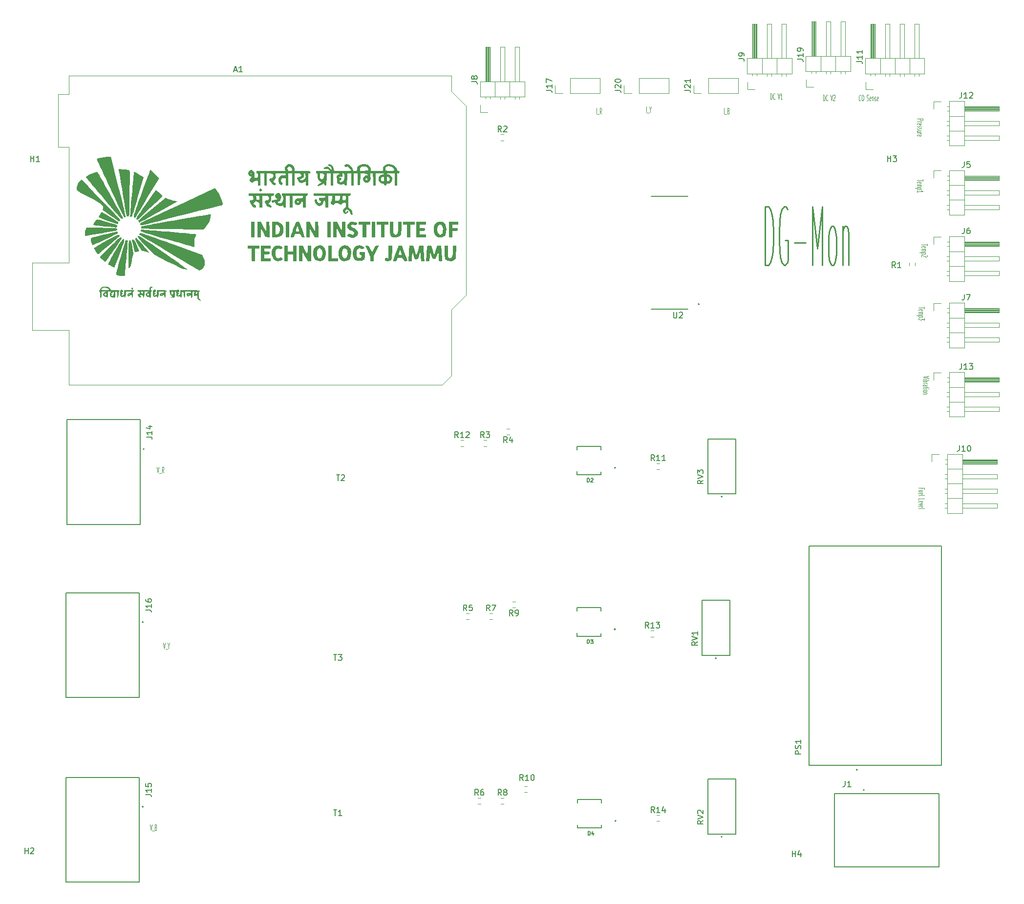
<source format=gto>
%TF.GenerationSoftware,KiCad,Pcbnew,6.0.4-6f826c9f35~116~ubuntu18.04.1*%
%TF.CreationDate,2022-03-30T21:42:36+05:30*%
%TF.ProjectId,dg Monitor,6467204d-6f6e-4697-946f-722e6b696361,rev?*%
%TF.SameCoordinates,Original*%
%TF.FileFunction,Legend,Top*%
%TF.FilePolarity,Positive*%
%FSLAX46Y46*%
G04 Gerber Fmt 4.6, Leading zero omitted, Abs format (unit mm)*
G04 Created by KiCad (PCBNEW 6.0.4-6f826c9f35~116~ubuntu18.04.1) date 2022-03-30 21:42:36*
%MOMM*%
%LPD*%
G01*
G04 APERTURE LIST*
%ADD10C,0.123000*%
%ADD11C,0.254000*%
%ADD12C,0.150000*%
%ADD13C,0.120000*%
%ADD14C,0.127000*%
%ADD15C,0.200000*%
G04 APERTURE END LIST*
D10*
X140282571Y-28900380D02*
X140282571Y-27900380D01*
X140399714Y-28995619D02*
X140774571Y-28995619D01*
X141172857Y-28900380D02*
X141008857Y-28424190D01*
X140891714Y-28900380D02*
X140891714Y-27900380D01*
X141079142Y-27900380D01*
X141126000Y-27948000D01*
X141149428Y-27995619D01*
X141172857Y-28090857D01*
X141172857Y-28233714D01*
X141149428Y-28328952D01*
X141126000Y-28376571D01*
X141079142Y-28424190D01*
X140891714Y-28424190D01*
X162380571Y-28900380D02*
X162380571Y-27900380D01*
X162497714Y-28995619D02*
X162872571Y-28995619D01*
X163153714Y-28376571D02*
X163224000Y-28424190D01*
X163247428Y-28471809D01*
X163270857Y-28567047D01*
X163270857Y-28709904D01*
X163247428Y-28805142D01*
X163224000Y-28852761D01*
X163177142Y-28900380D01*
X162989714Y-28900380D01*
X162989714Y-27900380D01*
X163153714Y-27900380D01*
X163200571Y-27948000D01*
X163224000Y-27995619D01*
X163247428Y-28090857D01*
X163247428Y-28186095D01*
X163224000Y-28281333D01*
X163200571Y-28328952D01*
X163153714Y-28376571D01*
X162989714Y-28376571D01*
X170442571Y-26360380D02*
X170442571Y-25360380D01*
X170559714Y-25360380D01*
X170630000Y-25408000D01*
X170676857Y-25503238D01*
X170700285Y-25598476D01*
X170723714Y-25788952D01*
X170723714Y-25931809D01*
X170700285Y-26122285D01*
X170676857Y-26217523D01*
X170630000Y-26312761D01*
X170559714Y-26360380D01*
X170442571Y-26360380D01*
X171215714Y-26265142D02*
X171192285Y-26312761D01*
X171122000Y-26360380D01*
X171075142Y-26360380D01*
X171004857Y-26312761D01*
X170958000Y-26217523D01*
X170934571Y-26122285D01*
X170911142Y-25931809D01*
X170911142Y-25788952D01*
X170934571Y-25598476D01*
X170958000Y-25503238D01*
X171004857Y-25408000D01*
X171075142Y-25360380D01*
X171122000Y-25360380D01*
X171192285Y-25408000D01*
X171215714Y-25455619D01*
X171731142Y-25360380D02*
X171895142Y-26360380D01*
X172059142Y-25360380D01*
X172480857Y-26360380D02*
X172199714Y-26360380D01*
X172340285Y-26360380D02*
X172340285Y-25360380D01*
X172293428Y-25503238D01*
X172246571Y-25598476D01*
X172199714Y-25646095D01*
X65223714Y-120610380D02*
X65387714Y-121610380D01*
X65551714Y-120610380D01*
X65598571Y-121705619D02*
X65973428Y-121705619D01*
X66184285Y-121134190D02*
X66184285Y-121610380D01*
X66020285Y-120610380D02*
X66184285Y-121134190D01*
X66348285Y-120610380D01*
X62902571Y-152106380D02*
X63066571Y-153106380D01*
X63230571Y-152106380D01*
X63277428Y-153201619D02*
X63652285Y-153201619D01*
X63933428Y-152582571D02*
X64003714Y-152630190D01*
X64027142Y-152677809D01*
X64050571Y-152773047D01*
X64050571Y-152915904D01*
X64027142Y-153011142D01*
X64003714Y-153058761D01*
X63956857Y-153106380D01*
X63769428Y-153106380D01*
X63769428Y-152106380D01*
X63933428Y-152106380D01*
X63980285Y-152154000D01*
X64003714Y-152201619D01*
X64027142Y-152296857D01*
X64027142Y-152392095D01*
X64003714Y-152487333D01*
X63980285Y-152534952D01*
X63933428Y-152582571D01*
X63769428Y-152582571D01*
X197651619Y-51441714D02*
X197651619Y-51722857D01*
X196651619Y-51582285D02*
X197651619Y-51582285D01*
X196699238Y-52074285D02*
X196651619Y-52027428D01*
X196651619Y-51933714D01*
X196699238Y-51886857D01*
X196794476Y-51863428D01*
X197175428Y-51863428D01*
X197270666Y-51886857D01*
X197318285Y-51933714D01*
X197318285Y-52027428D01*
X197270666Y-52074285D01*
X197175428Y-52097714D01*
X197080190Y-52097714D01*
X196984952Y-51863428D01*
X196651619Y-52308571D02*
X197318285Y-52308571D01*
X197223047Y-52308571D02*
X197270666Y-52332000D01*
X197318285Y-52378857D01*
X197318285Y-52449142D01*
X197270666Y-52496000D01*
X197175428Y-52519428D01*
X196651619Y-52519428D01*
X197175428Y-52519428D02*
X197270666Y-52542857D01*
X197318285Y-52589714D01*
X197318285Y-52660000D01*
X197270666Y-52706857D01*
X197175428Y-52730285D01*
X196651619Y-52730285D01*
X197318285Y-52964571D02*
X196318285Y-52964571D01*
X197270666Y-52964571D02*
X197318285Y-53011428D01*
X197318285Y-53105142D01*
X197270666Y-53152000D01*
X197223047Y-53175428D01*
X197127809Y-53198857D01*
X196842095Y-53198857D01*
X196746857Y-53175428D01*
X196699238Y-53152000D01*
X196651619Y-53105142D01*
X196651619Y-53011428D01*
X196699238Y-52964571D01*
X197556380Y-53386285D02*
X197604000Y-53409714D01*
X197651619Y-53456571D01*
X197651619Y-53573714D01*
X197604000Y-53620571D01*
X197556380Y-53644000D01*
X197461142Y-53667428D01*
X197365904Y-53667428D01*
X197223047Y-53644000D01*
X196651619Y-53362857D01*
X196651619Y-53667428D01*
X186081428Y-26519142D02*
X186058000Y-26566761D01*
X185987714Y-26614380D01*
X185940857Y-26614380D01*
X185870571Y-26566761D01*
X185823714Y-26471523D01*
X185800285Y-26376285D01*
X185776857Y-26185809D01*
X185776857Y-26042952D01*
X185800285Y-25852476D01*
X185823714Y-25757238D01*
X185870571Y-25662000D01*
X185940857Y-25614380D01*
X185987714Y-25614380D01*
X186058000Y-25662000D01*
X186081428Y-25709619D01*
X186386000Y-25614380D02*
X186479714Y-25614380D01*
X186526571Y-25662000D01*
X186573428Y-25757238D01*
X186596857Y-25947714D01*
X186596857Y-26281047D01*
X186573428Y-26471523D01*
X186526571Y-26566761D01*
X186479714Y-26614380D01*
X186386000Y-26614380D01*
X186339142Y-26566761D01*
X186292285Y-26471523D01*
X186268857Y-26281047D01*
X186268857Y-25947714D01*
X186292285Y-25757238D01*
X186339142Y-25662000D01*
X186386000Y-25614380D01*
X187159142Y-26566761D02*
X187229428Y-26614380D01*
X187346571Y-26614380D01*
X187393428Y-26566761D01*
X187416857Y-26519142D01*
X187440285Y-26423904D01*
X187440285Y-26328666D01*
X187416857Y-26233428D01*
X187393428Y-26185809D01*
X187346571Y-26138190D01*
X187252857Y-26090571D01*
X187206000Y-26042952D01*
X187182571Y-25995333D01*
X187159142Y-25900095D01*
X187159142Y-25804857D01*
X187182571Y-25709619D01*
X187206000Y-25662000D01*
X187252857Y-25614380D01*
X187370000Y-25614380D01*
X187440285Y-25662000D01*
X187838571Y-26566761D02*
X187791714Y-26614380D01*
X187698000Y-26614380D01*
X187651142Y-26566761D01*
X187627714Y-26471523D01*
X187627714Y-26090571D01*
X187651142Y-25995333D01*
X187698000Y-25947714D01*
X187791714Y-25947714D01*
X187838571Y-25995333D01*
X187862000Y-26090571D01*
X187862000Y-26185809D01*
X187627714Y-26281047D01*
X188072857Y-25947714D02*
X188072857Y-26614380D01*
X188072857Y-26042952D02*
X188096285Y-25995333D01*
X188143142Y-25947714D01*
X188213428Y-25947714D01*
X188260285Y-25995333D01*
X188283714Y-26090571D01*
X188283714Y-26614380D01*
X188494571Y-26566761D02*
X188541428Y-26614380D01*
X188635142Y-26614380D01*
X188682000Y-26566761D01*
X188705428Y-26471523D01*
X188705428Y-26423904D01*
X188682000Y-26328666D01*
X188635142Y-26281047D01*
X188564857Y-26281047D01*
X188518000Y-26233428D01*
X188494571Y-26138190D01*
X188494571Y-26090571D01*
X188518000Y-25995333D01*
X188564857Y-25947714D01*
X188635142Y-25947714D01*
X188682000Y-25995333D01*
X189103714Y-26566761D02*
X189056857Y-26614380D01*
X188963142Y-26614380D01*
X188916285Y-26566761D01*
X188892857Y-26471523D01*
X188892857Y-26090571D01*
X188916285Y-25995333D01*
X188963142Y-25947714D01*
X189056857Y-25947714D01*
X189103714Y-25995333D01*
X189127142Y-26090571D01*
X189127142Y-26185809D01*
X188892857Y-26281047D01*
D11*
X169526857Y-55142190D02*
X169526857Y-44982190D01*
X170131619Y-44982190D01*
X170494476Y-45466000D01*
X170736380Y-46433619D01*
X170857333Y-47401238D01*
X170978285Y-49336476D01*
X170978285Y-50787904D01*
X170857333Y-52723142D01*
X170736380Y-53690761D01*
X170494476Y-54658380D01*
X170131619Y-55142190D01*
X169526857Y-55142190D01*
X173397333Y-45466000D02*
X173155428Y-44982190D01*
X172792571Y-44982190D01*
X172429714Y-45466000D01*
X172187809Y-46433619D01*
X172066857Y-47401238D01*
X171945904Y-49336476D01*
X171945904Y-50787904D01*
X172066857Y-52723142D01*
X172187809Y-53690761D01*
X172429714Y-54658380D01*
X172792571Y-55142190D01*
X173034476Y-55142190D01*
X173397333Y-54658380D01*
X173518285Y-54174571D01*
X173518285Y-50787904D01*
X173034476Y-50787904D01*
X174606857Y-51271714D02*
X176542095Y-51271714D01*
X177751619Y-55142190D02*
X177751619Y-44982190D01*
X178598285Y-52239333D01*
X179444952Y-44982190D01*
X179444952Y-55142190D01*
X181017333Y-55142190D02*
X180775428Y-54658380D01*
X180654476Y-54174571D01*
X180533523Y-53206952D01*
X180533523Y-50304095D01*
X180654476Y-49336476D01*
X180775428Y-48852666D01*
X181017333Y-48368857D01*
X181380190Y-48368857D01*
X181622095Y-48852666D01*
X181743047Y-49336476D01*
X181864000Y-50304095D01*
X181864000Y-53206952D01*
X181743047Y-54174571D01*
X181622095Y-54658380D01*
X181380190Y-55142190D01*
X181017333Y-55142190D01*
X182952571Y-48368857D02*
X182952571Y-55142190D01*
X182952571Y-49336476D02*
X183073523Y-48852666D01*
X183315428Y-48368857D01*
X183678285Y-48368857D01*
X183920190Y-48852666D01*
X184041142Y-49820285D01*
X184041142Y-55142190D01*
D10*
X195889619Y-29766000D02*
X196889619Y-29766000D01*
X196889619Y-29953428D01*
X196842000Y-30000285D01*
X196794380Y-30023714D01*
X196699142Y-30047142D01*
X196556285Y-30047142D01*
X196461047Y-30023714D01*
X196413428Y-30000285D01*
X196365809Y-29953428D01*
X196365809Y-29766000D01*
X195889619Y-30258000D02*
X196556285Y-30258000D01*
X196365809Y-30258000D02*
X196461047Y-30281428D01*
X196508666Y-30304857D01*
X196556285Y-30351714D01*
X196556285Y-30398571D01*
X195937238Y-30750000D02*
X195889619Y-30703142D01*
X195889619Y-30609428D01*
X195937238Y-30562571D01*
X196032476Y-30539142D01*
X196413428Y-30539142D01*
X196508666Y-30562571D01*
X196556285Y-30609428D01*
X196556285Y-30703142D01*
X196508666Y-30750000D01*
X196413428Y-30773428D01*
X196318190Y-30773428D01*
X196222952Y-30539142D01*
X195937238Y-30960857D02*
X195889619Y-31007714D01*
X195889619Y-31101428D01*
X195937238Y-31148285D01*
X196032476Y-31171714D01*
X196080095Y-31171714D01*
X196175333Y-31148285D01*
X196222952Y-31101428D01*
X196222952Y-31031142D01*
X196270571Y-30984285D01*
X196365809Y-30960857D01*
X196413428Y-30960857D01*
X196508666Y-30984285D01*
X196556285Y-31031142D01*
X196556285Y-31101428D01*
X196508666Y-31148285D01*
X195937238Y-31359142D02*
X195889619Y-31406000D01*
X195889619Y-31499714D01*
X195937238Y-31546571D01*
X196032476Y-31570000D01*
X196080095Y-31570000D01*
X196175333Y-31546571D01*
X196222952Y-31499714D01*
X196222952Y-31429428D01*
X196270571Y-31382571D01*
X196365809Y-31359142D01*
X196413428Y-31359142D01*
X196508666Y-31382571D01*
X196556285Y-31429428D01*
X196556285Y-31499714D01*
X196508666Y-31546571D01*
X196556285Y-31991714D02*
X195889619Y-31991714D01*
X196556285Y-31780857D02*
X196032476Y-31780857D01*
X195937238Y-31804285D01*
X195889619Y-31851142D01*
X195889619Y-31921428D01*
X195937238Y-31968285D01*
X195984857Y-31991714D01*
X195889619Y-32226000D02*
X196556285Y-32226000D01*
X196365809Y-32226000D02*
X196461047Y-32249428D01*
X196508666Y-32272857D01*
X196556285Y-32319714D01*
X196556285Y-32366571D01*
X195937238Y-32718000D02*
X195889619Y-32671142D01*
X195889619Y-32577428D01*
X195937238Y-32530571D01*
X196032476Y-32507142D01*
X196413428Y-32507142D01*
X196508666Y-32530571D01*
X196556285Y-32577428D01*
X196556285Y-32671142D01*
X196508666Y-32718000D01*
X196413428Y-32741428D01*
X196318190Y-32741428D01*
X196222952Y-32507142D01*
X64156365Y-90097877D02*
X64320365Y-91097877D01*
X64484365Y-90097877D01*
X64531222Y-91193116D02*
X64906079Y-91193116D01*
X65304365Y-91097877D02*
X65140365Y-90621687D01*
X65023222Y-91097877D02*
X65023222Y-90097877D01*
X65210651Y-90097877D01*
X65257508Y-90145497D01*
X65280936Y-90193116D01*
X65304365Y-90288354D01*
X65304365Y-90431211D01*
X65280936Y-90526449D01*
X65257508Y-90574068D01*
X65210651Y-90621687D01*
X65023222Y-90621687D01*
X197905619Y-74364571D02*
X196905619Y-74528571D01*
X197905619Y-74692571D01*
X196905619Y-74856571D02*
X197572285Y-74856571D01*
X197905619Y-74856571D02*
X197858000Y-74833142D01*
X197810380Y-74856571D01*
X197858000Y-74880000D01*
X197905619Y-74856571D01*
X197810380Y-74856571D01*
X196905619Y-75090857D02*
X197905619Y-75090857D01*
X197524666Y-75090857D02*
X197572285Y-75137714D01*
X197572285Y-75231428D01*
X197524666Y-75278285D01*
X197477047Y-75301714D01*
X197381809Y-75325142D01*
X197096095Y-75325142D01*
X197000857Y-75301714D01*
X196953238Y-75278285D01*
X196905619Y-75231428D01*
X196905619Y-75137714D01*
X196953238Y-75090857D01*
X196905619Y-75536000D02*
X197572285Y-75536000D01*
X197381809Y-75536000D02*
X197477047Y-75559428D01*
X197524666Y-75582857D01*
X197572285Y-75629714D01*
X197572285Y-75676571D01*
X196905619Y-76051428D02*
X197429428Y-76051428D01*
X197524666Y-76028000D01*
X197572285Y-75981142D01*
X197572285Y-75887428D01*
X197524666Y-75840571D01*
X196953238Y-76051428D02*
X196905619Y-76004571D01*
X196905619Y-75887428D01*
X196953238Y-75840571D01*
X197048476Y-75817142D01*
X197143714Y-75817142D01*
X197238952Y-75840571D01*
X197286571Y-75887428D01*
X197286571Y-76004571D01*
X197334190Y-76051428D01*
X197572285Y-76215428D02*
X197572285Y-76402857D01*
X197905619Y-76285714D02*
X197048476Y-76285714D01*
X196953238Y-76309142D01*
X196905619Y-76356000D01*
X196905619Y-76402857D01*
X196905619Y-76566857D02*
X197572285Y-76566857D01*
X197905619Y-76566857D02*
X197858000Y-76543428D01*
X197810380Y-76566857D01*
X197858000Y-76590285D01*
X197905619Y-76566857D01*
X197810380Y-76566857D01*
X196905619Y-76871428D02*
X196953238Y-76824571D01*
X197000857Y-76801142D01*
X197096095Y-76777714D01*
X197381809Y-76777714D01*
X197477047Y-76801142D01*
X197524666Y-76824571D01*
X197572285Y-76871428D01*
X197572285Y-76941714D01*
X197524666Y-76988571D01*
X197477047Y-77012000D01*
X197381809Y-77035428D01*
X197096095Y-77035428D01*
X197000857Y-77012000D01*
X196953238Y-76988571D01*
X196905619Y-76941714D01*
X196905619Y-76871428D01*
X197572285Y-77246285D02*
X196905619Y-77246285D01*
X197477047Y-77246285D02*
X197524666Y-77269714D01*
X197572285Y-77316571D01*
X197572285Y-77386857D01*
X197524666Y-77433714D01*
X197429428Y-77457142D01*
X196905619Y-77457142D01*
X196667428Y-93887428D02*
X196667428Y-93723428D01*
X196143619Y-93723428D02*
X197143619Y-93723428D01*
X197143619Y-93957714D01*
X196810285Y-94356000D02*
X196143619Y-94356000D01*
X196810285Y-94145142D02*
X196286476Y-94145142D01*
X196191238Y-94168571D01*
X196143619Y-94215428D01*
X196143619Y-94285714D01*
X196191238Y-94332571D01*
X196238857Y-94356000D01*
X196191238Y-94777714D02*
X196143619Y-94730857D01*
X196143619Y-94637142D01*
X196191238Y-94590285D01*
X196286476Y-94566857D01*
X196667428Y-94566857D01*
X196762666Y-94590285D01*
X196810285Y-94637142D01*
X196810285Y-94730857D01*
X196762666Y-94777714D01*
X196667428Y-94801142D01*
X196572190Y-94801142D01*
X196476952Y-94566857D01*
X196143619Y-95082285D02*
X196191238Y-95035428D01*
X196286476Y-95012000D01*
X197143619Y-95012000D01*
X196143619Y-95878857D02*
X196143619Y-95644571D01*
X197143619Y-95644571D01*
X196191238Y-96230285D02*
X196143619Y-96183428D01*
X196143619Y-96089714D01*
X196191238Y-96042857D01*
X196286476Y-96019428D01*
X196667428Y-96019428D01*
X196762666Y-96042857D01*
X196810285Y-96089714D01*
X196810285Y-96183428D01*
X196762666Y-96230285D01*
X196667428Y-96253714D01*
X196572190Y-96253714D01*
X196476952Y-96019428D01*
X196810285Y-96417714D02*
X196143619Y-96534857D01*
X196810285Y-96652000D01*
X196191238Y-97026857D02*
X196143619Y-96980000D01*
X196143619Y-96886285D01*
X196191238Y-96839428D01*
X196286476Y-96816000D01*
X196667428Y-96816000D01*
X196762666Y-96839428D01*
X196810285Y-96886285D01*
X196810285Y-96980000D01*
X196762666Y-97026857D01*
X196667428Y-97050285D01*
X196572190Y-97050285D01*
X196476952Y-96816000D01*
X196143619Y-97331428D02*
X196191238Y-97284571D01*
X196286476Y-97261142D01*
X197143619Y-97261142D01*
X148953714Y-28646380D02*
X148953714Y-27646380D01*
X149070857Y-28741619D02*
X149445714Y-28741619D01*
X149656571Y-28170190D02*
X149656571Y-28646380D01*
X149492571Y-27646380D02*
X149656571Y-28170190D01*
X149820571Y-27646380D01*
X197143619Y-62363714D02*
X197143619Y-62644857D01*
X196143619Y-62504285D02*
X197143619Y-62504285D01*
X196191238Y-62996285D02*
X196143619Y-62949428D01*
X196143619Y-62855714D01*
X196191238Y-62808857D01*
X196286476Y-62785428D01*
X196667428Y-62785428D01*
X196762666Y-62808857D01*
X196810285Y-62855714D01*
X196810285Y-62949428D01*
X196762666Y-62996285D01*
X196667428Y-63019714D01*
X196572190Y-63019714D01*
X196476952Y-62785428D01*
X196143619Y-63230571D02*
X196810285Y-63230571D01*
X196715047Y-63230571D02*
X196762666Y-63254000D01*
X196810285Y-63300857D01*
X196810285Y-63371142D01*
X196762666Y-63418000D01*
X196667428Y-63441428D01*
X196143619Y-63441428D01*
X196667428Y-63441428D02*
X196762666Y-63464857D01*
X196810285Y-63511714D01*
X196810285Y-63582000D01*
X196762666Y-63628857D01*
X196667428Y-63652285D01*
X196143619Y-63652285D01*
X196810285Y-63886571D02*
X195810285Y-63886571D01*
X196762666Y-63886571D02*
X196810285Y-63933428D01*
X196810285Y-64027142D01*
X196762666Y-64074000D01*
X196715047Y-64097428D01*
X196619809Y-64120857D01*
X196334095Y-64120857D01*
X196238857Y-64097428D01*
X196191238Y-64074000D01*
X196143619Y-64027142D01*
X196143619Y-63933428D01*
X196191238Y-63886571D01*
X197143619Y-64284857D02*
X197143619Y-64589428D01*
X196762666Y-64425428D01*
X196762666Y-64495714D01*
X196715047Y-64542571D01*
X196667428Y-64566000D01*
X196572190Y-64589428D01*
X196334095Y-64589428D01*
X196238857Y-64566000D01*
X196191238Y-64542571D01*
X196143619Y-64495714D01*
X196143619Y-64355142D01*
X196191238Y-64308285D01*
X196238857Y-64284857D01*
X196889619Y-40265714D02*
X196889619Y-40546857D01*
X195889619Y-40406285D02*
X196889619Y-40406285D01*
X195937238Y-40898285D02*
X195889619Y-40851428D01*
X195889619Y-40757714D01*
X195937238Y-40710857D01*
X196032476Y-40687428D01*
X196413428Y-40687428D01*
X196508666Y-40710857D01*
X196556285Y-40757714D01*
X196556285Y-40851428D01*
X196508666Y-40898285D01*
X196413428Y-40921714D01*
X196318190Y-40921714D01*
X196222952Y-40687428D01*
X195889619Y-41132571D02*
X196556285Y-41132571D01*
X196461047Y-41132571D02*
X196508666Y-41156000D01*
X196556285Y-41202857D01*
X196556285Y-41273142D01*
X196508666Y-41320000D01*
X196413428Y-41343428D01*
X195889619Y-41343428D01*
X196413428Y-41343428D02*
X196508666Y-41366857D01*
X196556285Y-41413714D01*
X196556285Y-41484000D01*
X196508666Y-41530857D01*
X196413428Y-41554285D01*
X195889619Y-41554285D01*
X196556285Y-41788571D02*
X195556285Y-41788571D01*
X196508666Y-41788571D02*
X196556285Y-41835428D01*
X196556285Y-41929142D01*
X196508666Y-41976000D01*
X196461047Y-41999428D01*
X196365809Y-42022857D01*
X196080095Y-42022857D01*
X195984857Y-41999428D01*
X195937238Y-41976000D01*
X195889619Y-41929142D01*
X195889619Y-41835428D01*
X195937238Y-41788571D01*
X195889619Y-42491428D02*
X195889619Y-42210285D01*
X195889619Y-42350857D02*
X196889619Y-42350857D01*
X196746761Y-42304000D01*
X196651523Y-42257142D01*
X196603904Y-42210285D01*
X179586571Y-26614380D02*
X179586571Y-25614380D01*
X179703714Y-25614380D01*
X179774000Y-25662000D01*
X179820857Y-25757238D01*
X179844285Y-25852476D01*
X179867714Y-26042952D01*
X179867714Y-26185809D01*
X179844285Y-26376285D01*
X179820857Y-26471523D01*
X179774000Y-26566761D01*
X179703714Y-26614380D01*
X179586571Y-26614380D01*
X180359714Y-26519142D02*
X180336285Y-26566761D01*
X180266000Y-26614380D01*
X180219142Y-26614380D01*
X180148857Y-26566761D01*
X180102000Y-26471523D01*
X180078571Y-26376285D01*
X180055142Y-26185809D01*
X180055142Y-26042952D01*
X180078571Y-25852476D01*
X180102000Y-25757238D01*
X180148857Y-25662000D01*
X180219142Y-25614380D01*
X180266000Y-25614380D01*
X180336285Y-25662000D01*
X180359714Y-25709619D01*
X180875142Y-25614380D02*
X181039142Y-26614380D01*
X181203142Y-25614380D01*
X181343714Y-25709619D02*
X181367142Y-25662000D01*
X181414000Y-25614380D01*
X181531142Y-25614380D01*
X181578000Y-25662000D01*
X181601428Y-25709619D01*
X181624857Y-25804857D01*
X181624857Y-25900095D01*
X181601428Y-26042952D01*
X181320285Y-26614380D01*
X181624857Y-26614380D01*
D12*
%TO.C,H3*%
X190738095Y-37152380D02*
X190738095Y-36152380D01*
X190738095Y-36628571D02*
X191309523Y-36628571D01*
X191309523Y-37152380D02*
X191309523Y-36152380D01*
X191690476Y-36152380D02*
X192309523Y-36152380D01*
X191976190Y-36533333D01*
X192119047Y-36533333D01*
X192214285Y-36580952D01*
X192261904Y-36628571D01*
X192309523Y-36723809D01*
X192309523Y-36961904D01*
X192261904Y-37057142D01*
X192214285Y-37104761D01*
X192119047Y-37152380D01*
X191833333Y-37152380D01*
X191738095Y-37104761D01*
X191690476Y-37057142D01*
%TO.C,H4*%
X174238095Y-157652380D02*
X174238095Y-156652380D01*
X174238095Y-157128571D02*
X174809523Y-157128571D01*
X174809523Y-157652380D02*
X174809523Y-156652380D01*
X175714285Y-156985714D02*
X175714285Y-157652380D01*
X175476190Y-156604761D02*
X175238095Y-157319047D01*
X175857142Y-157319047D01*
%TO.C,H2*%
X41238095Y-157152380D02*
X41238095Y-156152380D01*
X41238095Y-156628571D02*
X41809523Y-156628571D01*
X41809523Y-157152380D02*
X41809523Y-156152380D01*
X42238095Y-156247619D02*
X42285714Y-156200000D01*
X42380952Y-156152380D01*
X42619047Y-156152380D01*
X42714285Y-156200000D01*
X42761904Y-156247619D01*
X42809523Y-156342857D01*
X42809523Y-156438095D01*
X42761904Y-156580952D01*
X42190476Y-157152380D01*
X42809523Y-157152380D01*
%TO.C,H1*%
X42238095Y-37152380D02*
X42238095Y-36152380D01*
X42238095Y-36628571D02*
X42809523Y-36628571D01*
X42809523Y-37152380D02*
X42809523Y-36152380D01*
X43809523Y-37152380D02*
X43238095Y-37152380D01*
X43523809Y-37152380D02*
X43523809Y-36152380D01*
X43428571Y-36295238D01*
X43333333Y-36390476D01*
X43238095Y-36438095D01*
%TO.C,J11*%
X185382380Y-19799523D02*
X186096666Y-19799523D01*
X186239523Y-19847142D01*
X186334761Y-19942380D01*
X186382380Y-20085238D01*
X186382380Y-20180476D01*
X186382380Y-18799523D02*
X186382380Y-19370952D01*
X186382380Y-19085238D02*
X185382380Y-19085238D01*
X185525238Y-19180476D01*
X185620476Y-19275714D01*
X185668095Y-19370952D01*
X186382380Y-17847142D02*
X186382380Y-18418571D01*
X186382380Y-18132857D02*
X185382380Y-18132857D01*
X185525238Y-18228095D01*
X185620476Y-18323333D01*
X185668095Y-18418571D01*
%TO.C,J14*%
X62302380Y-84904023D02*
X63016666Y-84904023D01*
X63159523Y-84951642D01*
X63254761Y-85046880D01*
X63302380Y-85189738D01*
X63302380Y-85284976D01*
X63302380Y-83904023D02*
X63302380Y-84475452D01*
X63302380Y-84189738D02*
X62302380Y-84189738D01*
X62445238Y-84284976D01*
X62540476Y-84380214D01*
X62588095Y-84475452D01*
X62635714Y-83046880D02*
X63302380Y-83046880D01*
X62254761Y-83284976D02*
X62969047Y-83523071D01*
X62969047Y-82904023D01*
%TO.C,J1*%
X183386166Y-144527880D02*
X183386166Y-145242166D01*
X183338547Y-145385023D01*
X183243309Y-145480261D01*
X183100452Y-145527880D01*
X183005214Y-145527880D01*
X184386166Y-145527880D02*
X183814738Y-145527880D01*
X184100452Y-145527880D02*
X184100452Y-144527880D01*
X184005214Y-144670738D01*
X183909976Y-144765976D01*
X183814738Y-144813595D01*
%TO.C,R9*%
X125833333Y-115882380D02*
X125500000Y-115406190D01*
X125261904Y-115882380D02*
X125261904Y-114882380D01*
X125642857Y-114882380D01*
X125738095Y-114930000D01*
X125785714Y-114977619D01*
X125833333Y-115072857D01*
X125833333Y-115215714D01*
X125785714Y-115310952D01*
X125738095Y-115358571D01*
X125642857Y-115406190D01*
X125261904Y-115406190D01*
X126309523Y-115882380D02*
X126500000Y-115882380D01*
X126595238Y-115834761D01*
X126642857Y-115787142D01*
X126738095Y-115644285D01*
X126785714Y-115453809D01*
X126785714Y-115072857D01*
X126738095Y-114977619D01*
X126690476Y-114930000D01*
X126595238Y-114882380D01*
X126404761Y-114882380D01*
X126309523Y-114930000D01*
X126261904Y-114977619D01*
X126214285Y-115072857D01*
X126214285Y-115310952D01*
X126261904Y-115406190D01*
X126309523Y-115453809D01*
X126404761Y-115501428D01*
X126595238Y-115501428D01*
X126690476Y-115453809D01*
X126738095Y-115406190D01*
X126785714Y-115310952D01*
%TO.C,J5*%
X204051666Y-37182380D02*
X204051666Y-37896666D01*
X204004047Y-38039523D01*
X203908809Y-38134761D01*
X203765952Y-38182380D01*
X203670714Y-38182380D01*
X205004047Y-37182380D02*
X204527857Y-37182380D01*
X204480238Y-37658571D01*
X204527857Y-37610952D01*
X204623095Y-37563333D01*
X204861190Y-37563333D01*
X204956428Y-37610952D01*
X205004047Y-37658571D01*
X205051666Y-37753809D01*
X205051666Y-37991904D01*
X205004047Y-38087142D01*
X204956428Y-38134761D01*
X204861190Y-38182380D01*
X204623095Y-38182380D01*
X204527857Y-38134761D01*
X204480238Y-38087142D01*
%TO.C,R8*%
X123833333Y-147022380D02*
X123500000Y-146546190D01*
X123261904Y-147022380D02*
X123261904Y-146022380D01*
X123642857Y-146022380D01*
X123738095Y-146070000D01*
X123785714Y-146117619D01*
X123833333Y-146212857D01*
X123833333Y-146355714D01*
X123785714Y-146450952D01*
X123738095Y-146498571D01*
X123642857Y-146546190D01*
X123261904Y-146546190D01*
X124404761Y-146450952D02*
X124309523Y-146403333D01*
X124261904Y-146355714D01*
X124214285Y-146260476D01*
X124214285Y-146212857D01*
X124261904Y-146117619D01*
X124309523Y-146070000D01*
X124404761Y-146022380D01*
X124595238Y-146022380D01*
X124690476Y-146070000D01*
X124738095Y-146117619D01*
X124785714Y-146212857D01*
X124785714Y-146260476D01*
X124738095Y-146355714D01*
X124690476Y-146403333D01*
X124595238Y-146450952D01*
X124404761Y-146450952D01*
X124309523Y-146498571D01*
X124261904Y-146546190D01*
X124214285Y-146641428D01*
X124214285Y-146831904D01*
X124261904Y-146927142D01*
X124309523Y-146974761D01*
X124404761Y-147022380D01*
X124595238Y-147022380D01*
X124690476Y-146974761D01*
X124738095Y-146927142D01*
X124785714Y-146831904D01*
X124785714Y-146641428D01*
X124738095Y-146546190D01*
X124690476Y-146498571D01*
X124595238Y-146450952D01*
%TO.C,R3*%
X120833333Y-85022380D02*
X120500000Y-84546190D01*
X120261904Y-85022380D02*
X120261904Y-84022380D01*
X120642857Y-84022380D01*
X120738095Y-84070000D01*
X120785714Y-84117619D01*
X120833333Y-84212857D01*
X120833333Y-84355714D01*
X120785714Y-84450952D01*
X120738095Y-84498571D01*
X120642857Y-84546190D01*
X120261904Y-84546190D01*
X121166666Y-84022380D02*
X121785714Y-84022380D01*
X121452380Y-84403333D01*
X121595238Y-84403333D01*
X121690476Y-84450952D01*
X121738095Y-84498571D01*
X121785714Y-84593809D01*
X121785714Y-84831904D01*
X121738095Y-84927142D01*
X121690476Y-84974761D01*
X121595238Y-85022380D01*
X121309523Y-85022380D01*
X121214285Y-84974761D01*
X121166666Y-84927142D01*
%TO.C,A1*%
X77506214Y-21341166D02*
X77982404Y-21341166D01*
X77410976Y-21626880D02*
X77744309Y-20626880D01*
X78077642Y-21626880D01*
X78934785Y-21626880D02*
X78363357Y-21626880D01*
X78649071Y-21626880D02*
X78649071Y-20626880D01*
X78553833Y-20769738D01*
X78458595Y-20864976D01*
X78363357Y-20912595D01*
%TO.C,R12*%
X116357142Y-85022380D02*
X116023809Y-84546190D01*
X115785714Y-85022380D02*
X115785714Y-84022380D01*
X116166666Y-84022380D01*
X116261904Y-84070000D01*
X116309523Y-84117619D01*
X116357142Y-84212857D01*
X116357142Y-84355714D01*
X116309523Y-84450952D01*
X116261904Y-84498571D01*
X116166666Y-84546190D01*
X115785714Y-84546190D01*
X117309523Y-85022380D02*
X116738095Y-85022380D01*
X117023809Y-85022380D02*
X117023809Y-84022380D01*
X116928571Y-84165238D01*
X116833333Y-84260476D01*
X116738095Y-84308095D01*
X117690476Y-84117619D02*
X117738095Y-84070000D01*
X117833333Y-84022380D01*
X118071428Y-84022380D01*
X118166666Y-84070000D01*
X118214285Y-84117619D01*
X118261904Y-84212857D01*
X118261904Y-84308095D01*
X118214285Y-84450952D01*
X117642857Y-85022380D01*
X118261904Y-85022380D01*
%TO.C,R11*%
X150357142Y-89022380D02*
X150023809Y-88546190D01*
X149785714Y-89022380D02*
X149785714Y-88022380D01*
X150166666Y-88022380D01*
X150261904Y-88070000D01*
X150309523Y-88117619D01*
X150357142Y-88212857D01*
X150357142Y-88355714D01*
X150309523Y-88450952D01*
X150261904Y-88498571D01*
X150166666Y-88546190D01*
X149785714Y-88546190D01*
X151309523Y-89022380D02*
X150738095Y-89022380D01*
X151023809Y-89022380D02*
X151023809Y-88022380D01*
X150928571Y-88165238D01*
X150833333Y-88260476D01*
X150738095Y-88308095D01*
X152261904Y-89022380D02*
X151690476Y-89022380D01*
X151976190Y-89022380D02*
X151976190Y-88022380D01*
X151880952Y-88165238D01*
X151785714Y-88260476D01*
X151690476Y-88308095D01*
%TO.C,RV3*%
X158803738Y-92430627D02*
X158325508Y-92765388D01*
X158803738Y-93004503D02*
X157799455Y-93004503D01*
X157799455Y-92621919D01*
X157847278Y-92526273D01*
X157895101Y-92478450D01*
X157990747Y-92430627D01*
X158134216Y-92430627D01*
X158229862Y-92478450D01*
X158277685Y-92526273D01*
X158325508Y-92621919D01*
X158325508Y-93004503D01*
X157799455Y-92143689D02*
X158803738Y-91808928D01*
X157799455Y-91474167D01*
X157799455Y-91235052D02*
X157799455Y-90613353D01*
X158182039Y-90948114D01*
X158182039Y-90804645D01*
X158229862Y-90708999D01*
X158277685Y-90661176D01*
X158373331Y-90613353D01*
X158612446Y-90613353D01*
X158708092Y-90661176D01*
X158755915Y-90708999D01*
X158803738Y-90804645D01*
X158803738Y-91091583D01*
X158755915Y-91187229D01*
X158708092Y-91235052D01*
%TO.C,T3*%
X94742095Y-122642380D02*
X95313523Y-122642380D01*
X95027809Y-123642380D02*
X95027809Y-122642380D01*
X95551619Y-122642380D02*
X96170666Y-122642380D01*
X95837333Y-123023333D01*
X95980190Y-123023333D01*
X96075428Y-123070952D01*
X96123047Y-123118571D01*
X96170666Y-123213809D01*
X96170666Y-123451904D01*
X96123047Y-123547142D01*
X96075428Y-123594761D01*
X95980190Y-123642380D01*
X95694476Y-123642380D01*
X95599238Y-123594761D01*
X95551619Y-123547142D01*
%TO.C,R10*%
X127611866Y-144452380D02*
X127278533Y-143976190D01*
X127040438Y-144452380D02*
X127040438Y-143452380D01*
X127421390Y-143452380D01*
X127516628Y-143500000D01*
X127564247Y-143547619D01*
X127611866Y-143642857D01*
X127611866Y-143785714D01*
X127564247Y-143880952D01*
X127516628Y-143928571D01*
X127421390Y-143976190D01*
X127040438Y-143976190D01*
X128564247Y-144452380D02*
X127992819Y-144452380D01*
X128278533Y-144452380D02*
X128278533Y-143452380D01*
X128183295Y-143595238D01*
X128088057Y-143690476D01*
X127992819Y-143738095D01*
X129183295Y-143452380D02*
X129278533Y-143452380D01*
X129373771Y-143500000D01*
X129421390Y-143547619D01*
X129469009Y-143642857D01*
X129516628Y-143833333D01*
X129516628Y-144071428D01*
X129469009Y-144261904D01*
X129421390Y-144357142D01*
X129373771Y-144404761D01*
X129278533Y-144452380D01*
X129183295Y-144452380D01*
X129088057Y-144404761D01*
X129040438Y-144357142D01*
X128992819Y-144261904D01*
X128945200Y-144071428D01*
X128945200Y-143833333D01*
X128992819Y-143642857D01*
X129040438Y-143547619D01*
X129088057Y-143500000D01*
X129183295Y-143452380D01*
%TO.C,J15*%
X62176880Y-146904023D02*
X62891166Y-146904023D01*
X63034023Y-146951642D01*
X63129261Y-147046880D01*
X63176880Y-147189738D01*
X63176880Y-147284976D01*
X63176880Y-145904023D02*
X63176880Y-146475452D01*
X63176880Y-146189738D02*
X62176880Y-146189738D01*
X62319738Y-146284976D01*
X62414976Y-146380214D01*
X62462595Y-146475452D01*
X62176880Y-144999261D02*
X62176880Y-145475452D01*
X62653071Y-145523071D01*
X62605452Y-145475452D01*
X62557833Y-145380214D01*
X62557833Y-145142119D01*
X62605452Y-145046880D01*
X62653071Y-144999261D01*
X62748309Y-144951642D01*
X62986404Y-144951642D01*
X63081642Y-144999261D01*
X63129261Y-145046880D01*
X63176880Y-145142119D01*
X63176880Y-145380214D01*
X63129261Y-145475452D01*
X63081642Y-145523071D01*
%TO.C,J10*%
X203200476Y-86382380D02*
X203200476Y-87096666D01*
X203152857Y-87239523D01*
X203057619Y-87334761D01*
X202914761Y-87382380D01*
X202819523Y-87382380D01*
X204200476Y-87382380D02*
X203629047Y-87382380D01*
X203914761Y-87382380D02*
X203914761Y-86382380D01*
X203819523Y-86525238D01*
X203724285Y-86620476D01*
X203629047Y-86668095D01*
X204819523Y-86382380D02*
X204914761Y-86382380D01*
X205010000Y-86430000D01*
X205057619Y-86477619D01*
X205105238Y-86572857D01*
X205152857Y-86763333D01*
X205152857Y-87001428D01*
X205105238Y-87191904D01*
X205057619Y-87287142D01*
X205010000Y-87334761D01*
X204914761Y-87382380D01*
X204819523Y-87382380D01*
X204724285Y-87334761D01*
X204676666Y-87287142D01*
X204629047Y-87191904D01*
X204581428Y-87001428D01*
X204581428Y-86763333D01*
X204629047Y-86572857D01*
X204676666Y-86477619D01*
X204724285Y-86430000D01*
X204819523Y-86382380D01*
%TO.C,R13*%
X149357142Y-118022380D02*
X149023809Y-117546190D01*
X148785714Y-118022380D02*
X148785714Y-117022380D01*
X149166666Y-117022380D01*
X149261904Y-117070000D01*
X149309523Y-117117619D01*
X149357142Y-117212857D01*
X149357142Y-117355714D01*
X149309523Y-117450952D01*
X149261904Y-117498571D01*
X149166666Y-117546190D01*
X148785714Y-117546190D01*
X150309523Y-118022380D02*
X149738095Y-118022380D01*
X150023809Y-118022380D02*
X150023809Y-117022380D01*
X149928571Y-117165238D01*
X149833333Y-117260476D01*
X149738095Y-117308095D01*
X150642857Y-117022380D02*
X151261904Y-117022380D01*
X150928571Y-117403333D01*
X151071428Y-117403333D01*
X151166666Y-117450952D01*
X151214285Y-117498571D01*
X151261904Y-117593809D01*
X151261904Y-117831904D01*
X151214285Y-117927142D01*
X151166666Y-117974761D01*
X151071428Y-118022380D01*
X150785714Y-118022380D01*
X150690476Y-117974761D01*
X150642857Y-117927142D01*
%TO.C,J20*%
X143517380Y-24809523D02*
X144231666Y-24809523D01*
X144374523Y-24857142D01*
X144469761Y-24952380D01*
X144517380Y-25095238D01*
X144517380Y-25190476D01*
X143612619Y-24380952D02*
X143565000Y-24333333D01*
X143517380Y-24238095D01*
X143517380Y-24000000D01*
X143565000Y-23904761D01*
X143612619Y-23857142D01*
X143707857Y-23809523D01*
X143803095Y-23809523D01*
X143945952Y-23857142D01*
X144517380Y-24428571D01*
X144517380Y-23809523D01*
X143517380Y-23190476D02*
X143517380Y-23095238D01*
X143565000Y-23000000D01*
X143612619Y-22952380D01*
X143707857Y-22904761D01*
X143898333Y-22857142D01*
X144136428Y-22857142D01*
X144326904Y-22904761D01*
X144422142Y-22952380D01*
X144469761Y-23000000D01*
X144517380Y-23095238D01*
X144517380Y-23190476D01*
X144469761Y-23285714D01*
X144422142Y-23333333D01*
X144326904Y-23380952D01*
X144136428Y-23428571D01*
X143898333Y-23428571D01*
X143707857Y-23380952D01*
X143612619Y-23333333D01*
X143565000Y-23285714D01*
X143517380Y-23190476D01*
%TO.C,RV1*%
X157803738Y-120430627D02*
X157325508Y-120765388D01*
X157803738Y-121004503D02*
X156799455Y-121004503D01*
X156799455Y-120621919D01*
X156847278Y-120526273D01*
X156895101Y-120478450D01*
X156990747Y-120430627D01*
X157134216Y-120430627D01*
X157229862Y-120478450D01*
X157277685Y-120526273D01*
X157325508Y-120621919D01*
X157325508Y-121004503D01*
X156799455Y-120143689D02*
X157803738Y-119808928D01*
X156799455Y-119474167D01*
X157803738Y-118613353D02*
X157803738Y-119187229D01*
X157803738Y-118900291D02*
X156799455Y-118900291D01*
X156942924Y-118995937D01*
X157038570Y-119091583D01*
X157086393Y-119187229D01*
%TO.C,J13*%
X203575476Y-72182380D02*
X203575476Y-72896666D01*
X203527857Y-73039523D01*
X203432619Y-73134761D01*
X203289761Y-73182380D01*
X203194523Y-73182380D01*
X204575476Y-73182380D02*
X204004047Y-73182380D01*
X204289761Y-73182380D02*
X204289761Y-72182380D01*
X204194523Y-72325238D01*
X204099285Y-72420476D01*
X204004047Y-72468095D01*
X204908809Y-72182380D02*
X205527857Y-72182380D01*
X205194523Y-72563333D01*
X205337380Y-72563333D01*
X205432619Y-72610952D01*
X205480238Y-72658571D01*
X205527857Y-72753809D01*
X205527857Y-72991904D01*
X205480238Y-73087142D01*
X205432619Y-73134761D01*
X205337380Y-73182380D01*
X205051666Y-73182380D01*
X204956428Y-73134761D01*
X204908809Y-73087142D01*
%TO.C,R1*%
X192111333Y-55570380D02*
X191778000Y-55094190D01*
X191539904Y-55570380D02*
X191539904Y-54570380D01*
X191920857Y-54570380D01*
X192016095Y-54618000D01*
X192063714Y-54665619D01*
X192111333Y-54760857D01*
X192111333Y-54903714D01*
X192063714Y-54998952D01*
X192016095Y-55046571D01*
X191920857Y-55094190D01*
X191539904Y-55094190D01*
X193063714Y-55570380D02*
X192492285Y-55570380D01*
X192778000Y-55570380D02*
X192778000Y-54570380D01*
X192682761Y-54713238D01*
X192587523Y-54808476D01*
X192492285Y-54856095D01*
%TO.C,J21*%
X155597380Y-24809523D02*
X156311666Y-24809523D01*
X156454523Y-24857142D01*
X156549761Y-24952380D01*
X156597380Y-25095238D01*
X156597380Y-25190476D01*
X155692619Y-24380952D02*
X155645000Y-24333333D01*
X155597380Y-24238095D01*
X155597380Y-24000000D01*
X155645000Y-23904761D01*
X155692619Y-23857142D01*
X155787857Y-23809523D01*
X155883095Y-23809523D01*
X156025952Y-23857142D01*
X156597380Y-24428571D01*
X156597380Y-23809523D01*
X156597380Y-22857142D02*
X156597380Y-23428571D01*
X156597380Y-23142857D02*
X155597380Y-23142857D01*
X155740238Y-23238095D01*
X155835476Y-23333333D01*
X155883095Y-23428571D01*
%TO.C,D3*%
X138745172Y-120702454D02*
X138745172Y-120061323D01*
X138897822Y-120061323D01*
X138989412Y-120091853D01*
X139050472Y-120152913D01*
X139081002Y-120213973D01*
X139111532Y-120336093D01*
X139111532Y-120427684D01*
X139081002Y-120549804D01*
X139050472Y-120610864D01*
X138989412Y-120671924D01*
X138897822Y-120702454D01*
X138745172Y-120702454D01*
X139325243Y-120061323D02*
X139722133Y-120061323D01*
X139508423Y-120305563D01*
X139600013Y-120305563D01*
X139661073Y-120336093D01*
X139691603Y-120366623D01*
X139722133Y-120427684D01*
X139722133Y-120580334D01*
X139691603Y-120641394D01*
X139661073Y-120671924D01*
X139600013Y-120702454D01*
X139416833Y-120702454D01*
X139355773Y-120671924D01*
X139325243Y-120641394D01*
%TO.C,J16*%
X62176880Y-114904023D02*
X62891166Y-114904023D01*
X63034023Y-114951642D01*
X63129261Y-115046880D01*
X63176880Y-115189738D01*
X63176880Y-115284976D01*
X63176880Y-113904023D02*
X63176880Y-114475452D01*
X63176880Y-114189738D02*
X62176880Y-114189738D01*
X62319738Y-114284976D01*
X62414976Y-114380214D01*
X62462595Y-114475452D01*
X62176880Y-113046880D02*
X62176880Y-113237357D01*
X62224500Y-113332595D01*
X62272119Y-113380214D01*
X62414976Y-113475452D01*
X62605452Y-113523071D01*
X62986404Y-113523071D01*
X63081642Y-113475452D01*
X63129261Y-113427833D01*
X63176880Y-113332595D01*
X63176880Y-113142119D01*
X63129261Y-113046880D01*
X63081642Y-112999261D01*
X62986404Y-112951642D01*
X62748309Y-112951642D01*
X62653071Y-112999261D01*
X62605452Y-113046880D01*
X62557833Y-113142119D01*
X62557833Y-113332595D01*
X62605452Y-113427833D01*
X62653071Y-113475452D01*
X62748309Y-113523071D01*
%TO.C,T1*%
X94742095Y-149566380D02*
X95313523Y-149566380D01*
X95027809Y-150566380D02*
X95027809Y-149566380D01*
X96170666Y-150566380D02*
X95599238Y-150566380D01*
X95884952Y-150566380D02*
X95884952Y-149566380D01*
X95789714Y-149709238D01*
X95694476Y-149804476D01*
X95599238Y-149852095D01*
%TO.C,R2*%
X123833333Y-32022380D02*
X123500000Y-31546190D01*
X123261904Y-32022380D02*
X123261904Y-31022380D01*
X123642857Y-31022380D01*
X123738095Y-31070000D01*
X123785714Y-31117619D01*
X123833333Y-31212857D01*
X123833333Y-31355714D01*
X123785714Y-31450952D01*
X123738095Y-31498571D01*
X123642857Y-31546190D01*
X123261904Y-31546190D01*
X124214285Y-31117619D02*
X124261904Y-31070000D01*
X124357142Y-31022380D01*
X124595238Y-31022380D01*
X124690476Y-31070000D01*
X124738095Y-31117619D01*
X124785714Y-31212857D01*
X124785714Y-31308095D01*
X124738095Y-31450952D01*
X124166666Y-32022380D01*
X124785714Y-32022380D01*
%TO.C,J6*%
X204051666Y-48657380D02*
X204051666Y-49371666D01*
X204004047Y-49514523D01*
X203908809Y-49609761D01*
X203765952Y-49657380D01*
X203670714Y-49657380D01*
X204956428Y-48657380D02*
X204765952Y-48657380D01*
X204670714Y-48705000D01*
X204623095Y-48752619D01*
X204527857Y-48895476D01*
X204480238Y-49085952D01*
X204480238Y-49466904D01*
X204527857Y-49562142D01*
X204575476Y-49609761D01*
X204670714Y-49657380D01*
X204861190Y-49657380D01*
X204956428Y-49609761D01*
X205004047Y-49562142D01*
X205051666Y-49466904D01*
X205051666Y-49228809D01*
X205004047Y-49133571D01*
X204956428Y-49085952D01*
X204861190Y-49038333D01*
X204670714Y-49038333D01*
X204575476Y-49085952D01*
X204527857Y-49133571D01*
X204480238Y-49228809D01*
%TO.C,U2*%
X153663095Y-63287380D02*
X153663095Y-64096904D01*
X153710714Y-64192142D01*
X153758333Y-64239761D01*
X153853571Y-64287380D01*
X154044047Y-64287380D01*
X154139285Y-64239761D01*
X154186904Y-64192142D01*
X154234523Y-64096904D01*
X154234523Y-63287380D01*
X154663095Y-63382619D02*
X154710714Y-63335000D01*
X154805952Y-63287380D01*
X155044047Y-63287380D01*
X155139285Y-63335000D01*
X155186904Y-63382619D01*
X155234523Y-63477857D01*
X155234523Y-63573095D01*
X155186904Y-63715952D01*
X154615476Y-64287380D01*
X155234523Y-64287380D01*
%TO.C,D2*%
X138745172Y-92702454D02*
X138745172Y-92061323D01*
X138897822Y-92061323D01*
X138989412Y-92091853D01*
X139050472Y-92152913D01*
X139081002Y-92213973D01*
X139111532Y-92336093D01*
X139111532Y-92427684D01*
X139081002Y-92549804D01*
X139050472Y-92610864D01*
X138989412Y-92671924D01*
X138897822Y-92702454D01*
X138745172Y-92702454D01*
X139355773Y-92122383D02*
X139386303Y-92091853D01*
X139447363Y-92061323D01*
X139600013Y-92061323D01*
X139661073Y-92091853D01*
X139691603Y-92122383D01*
X139722133Y-92183443D01*
X139722133Y-92244503D01*
X139691603Y-92336093D01*
X139325243Y-92702454D01*
X139722133Y-92702454D01*
%TO.C,R4*%
X124833333Y-85882380D02*
X124500000Y-85406190D01*
X124261904Y-85882380D02*
X124261904Y-84882380D01*
X124642857Y-84882380D01*
X124738095Y-84930000D01*
X124785714Y-84977619D01*
X124833333Y-85072857D01*
X124833333Y-85215714D01*
X124785714Y-85310952D01*
X124738095Y-85358571D01*
X124642857Y-85406190D01*
X124261904Y-85406190D01*
X125690476Y-85215714D02*
X125690476Y-85882380D01*
X125452380Y-84834761D02*
X125214285Y-85549047D01*
X125833333Y-85549047D01*
%TO.C,R14*%
X150357142Y-150022380D02*
X150023809Y-149546190D01*
X149785714Y-150022380D02*
X149785714Y-149022380D01*
X150166666Y-149022380D01*
X150261904Y-149070000D01*
X150309523Y-149117619D01*
X150357142Y-149212857D01*
X150357142Y-149355714D01*
X150309523Y-149450952D01*
X150261904Y-149498571D01*
X150166666Y-149546190D01*
X149785714Y-149546190D01*
X151309523Y-150022380D02*
X150738095Y-150022380D01*
X151023809Y-150022380D02*
X151023809Y-149022380D01*
X150928571Y-149165238D01*
X150833333Y-149260476D01*
X150738095Y-149308095D01*
X152166666Y-149355714D02*
X152166666Y-150022380D01*
X151928571Y-148974761D02*
X151690476Y-149689047D01*
X152309523Y-149689047D01*
%TO.C,J12*%
X203575476Y-25182380D02*
X203575476Y-25896666D01*
X203527857Y-26039523D01*
X203432619Y-26134761D01*
X203289761Y-26182380D01*
X203194523Y-26182380D01*
X204575476Y-26182380D02*
X204004047Y-26182380D01*
X204289761Y-26182380D02*
X204289761Y-25182380D01*
X204194523Y-25325238D01*
X204099285Y-25420476D01*
X204004047Y-25468095D01*
X204956428Y-25277619D02*
X205004047Y-25230000D01*
X205099285Y-25182380D01*
X205337380Y-25182380D01*
X205432619Y-25230000D01*
X205480238Y-25277619D01*
X205527857Y-25372857D01*
X205527857Y-25468095D01*
X205480238Y-25610952D01*
X204908809Y-26182380D01*
X205527857Y-26182380D01*
%TO.C,PS1*%
X175742380Y-139889285D02*
X174742380Y-139889285D01*
X174742380Y-139508333D01*
X174790000Y-139413095D01*
X174837619Y-139365476D01*
X174932857Y-139317857D01*
X175075714Y-139317857D01*
X175170952Y-139365476D01*
X175218571Y-139413095D01*
X175266190Y-139508333D01*
X175266190Y-139889285D01*
X175694761Y-138936904D02*
X175742380Y-138794047D01*
X175742380Y-138555952D01*
X175694761Y-138460714D01*
X175647142Y-138413095D01*
X175551904Y-138365476D01*
X175456666Y-138365476D01*
X175361428Y-138413095D01*
X175313809Y-138460714D01*
X175266190Y-138555952D01*
X175218571Y-138746428D01*
X175170952Y-138841666D01*
X175123333Y-138889285D01*
X175028095Y-138936904D01*
X174932857Y-138936904D01*
X174837619Y-138889285D01*
X174790000Y-138841666D01*
X174742380Y-138746428D01*
X174742380Y-138508333D01*
X174790000Y-138365476D01*
X175742380Y-137413095D02*
X175742380Y-137984523D01*
X175742380Y-137698809D02*
X174742380Y-137698809D01*
X174885238Y-137794047D01*
X174980476Y-137889285D01*
X175028095Y-137984523D01*
%TO.C,J8*%
X118657380Y-23323333D02*
X119371666Y-23323333D01*
X119514523Y-23370952D01*
X119609761Y-23466190D01*
X119657380Y-23609047D01*
X119657380Y-23704285D01*
X119085952Y-22704285D02*
X119038333Y-22799523D01*
X118990714Y-22847142D01*
X118895476Y-22894761D01*
X118847857Y-22894761D01*
X118752619Y-22847142D01*
X118705000Y-22799523D01*
X118657380Y-22704285D01*
X118657380Y-22513809D01*
X118705000Y-22418571D01*
X118752619Y-22370952D01*
X118847857Y-22323333D01*
X118895476Y-22323333D01*
X118990714Y-22370952D01*
X119038333Y-22418571D01*
X119085952Y-22513809D01*
X119085952Y-22704285D01*
X119133571Y-22799523D01*
X119181190Y-22847142D01*
X119276428Y-22894761D01*
X119466904Y-22894761D01*
X119562142Y-22847142D01*
X119609761Y-22799523D01*
X119657380Y-22704285D01*
X119657380Y-22513809D01*
X119609761Y-22418571D01*
X119562142Y-22370952D01*
X119466904Y-22323333D01*
X119276428Y-22323333D01*
X119181190Y-22370952D01*
X119133571Y-22418571D01*
X119085952Y-22513809D01*
%TO.C,T2*%
X95238095Y-91452380D02*
X95809523Y-91452380D01*
X95523809Y-92452380D02*
X95523809Y-91452380D01*
X96095238Y-91547619D02*
X96142857Y-91500000D01*
X96238095Y-91452380D01*
X96476190Y-91452380D01*
X96571428Y-91500000D01*
X96619047Y-91547619D01*
X96666666Y-91642857D01*
X96666666Y-91738095D01*
X96619047Y-91880952D01*
X96047619Y-92452380D01*
X96666666Y-92452380D01*
%TO.C,R6*%
X119833333Y-147022380D02*
X119500000Y-146546190D01*
X119261904Y-147022380D02*
X119261904Y-146022380D01*
X119642857Y-146022380D01*
X119738095Y-146070000D01*
X119785714Y-146117619D01*
X119833333Y-146212857D01*
X119833333Y-146355714D01*
X119785714Y-146450952D01*
X119738095Y-146498571D01*
X119642857Y-146546190D01*
X119261904Y-146546190D01*
X120690476Y-146022380D02*
X120500000Y-146022380D01*
X120404761Y-146070000D01*
X120357142Y-146117619D01*
X120261904Y-146260476D01*
X120214285Y-146450952D01*
X120214285Y-146831904D01*
X120261904Y-146927142D01*
X120309523Y-146974761D01*
X120404761Y-147022380D01*
X120595238Y-147022380D01*
X120690476Y-146974761D01*
X120738095Y-146927142D01*
X120785714Y-146831904D01*
X120785714Y-146593809D01*
X120738095Y-146498571D01*
X120690476Y-146450952D01*
X120595238Y-146403333D01*
X120404761Y-146403333D01*
X120309523Y-146450952D01*
X120261904Y-146498571D01*
X120214285Y-146593809D01*
%TO.C,J17*%
X131597380Y-24809523D02*
X132311666Y-24809523D01*
X132454523Y-24857142D01*
X132549761Y-24952380D01*
X132597380Y-25095238D01*
X132597380Y-25190476D01*
X132597380Y-23809523D02*
X132597380Y-24380952D01*
X132597380Y-24095238D02*
X131597380Y-24095238D01*
X131740238Y-24190476D01*
X131835476Y-24285714D01*
X131883095Y-24380952D01*
X131597380Y-23476190D02*
X131597380Y-22809523D01*
X132597380Y-23238095D01*
%TO.C,R7*%
X121833333Y-115022380D02*
X121500000Y-114546190D01*
X121261904Y-115022380D02*
X121261904Y-114022380D01*
X121642857Y-114022380D01*
X121738095Y-114070000D01*
X121785714Y-114117619D01*
X121833333Y-114212857D01*
X121833333Y-114355714D01*
X121785714Y-114450952D01*
X121738095Y-114498571D01*
X121642857Y-114546190D01*
X121261904Y-114546190D01*
X122166666Y-114022380D02*
X122833333Y-114022380D01*
X122404761Y-115022380D01*
%TO.C,RV2*%
X158803738Y-151430627D02*
X158325508Y-151765388D01*
X158803738Y-152004503D02*
X157799455Y-152004503D01*
X157799455Y-151621919D01*
X157847278Y-151526273D01*
X157895101Y-151478450D01*
X157990747Y-151430627D01*
X158134216Y-151430627D01*
X158229862Y-151478450D01*
X158277685Y-151526273D01*
X158325508Y-151621919D01*
X158325508Y-152004503D01*
X157799455Y-151143689D02*
X158803738Y-150808928D01*
X157799455Y-150474167D01*
X157895101Y-150187229D02*
X157847278Y-150139406D01*
X157799455Y-150043760D01*
X157799455Y-149804645D01*
X157847278Y-149708999D01*
X157895101Y-149661176D01*
X157990747Y-149613353D01*
X158086393Y-149613353D01*
X158229862Y-149661176D01*
X158803738Y-150235052D01*
X158803738Y-149613353D01*
%TO.C,J7*%
X204051666Y-60182380D02*
X204051666Y-60896666D01*
X204004047Y-61039523D01*
X203908809Y-61134761D01*
X203765952Y-61182380D01*
X203670714Y-61182380D01*
X204432619Y-60182380D02*
X205099285Y-60182380D01*
X204670714Y-61182380D01*
%TO.C,D4*%
X138845172Y-153927454D02*
X138845172Y-153286323D01*
X138997822Y-153286323D01*
X139089412Y-153316853D01*
X139150472Y-153377913D01*
X139181002Y-153438973D01*
X139211532Y-153561093D01*
X139211532Y-153652684D01*
X139181002Y-153774804D01*
X139150472Y-153835864D01*
X139089412Y-153896924D01*
X138997822Y-153927454D01*
X138845172Y-153927454D01*
X139761073Y-153500033D02*
X139761073Y-153927454D01*
X139608423Y-153255793D02*
X139455773Y-153713744D01*
X139852663Y-153713744D01*
%TO.C,R5*%
X117833333Y-115022380D02*
X117500000Y-114546190D01*
X117261904Y-115022380D02*
X117261904Y-114022380D01*
X117642857Y-114022380D01*
X117738095Y-114070000D01*
X117785714Y-114117619D01*
X117833333Y-114212857D01*
X117833333Y-114355714D01*
X117785714Y-114450952D01*
X117738095Y-114498571D01*
X117642857Y-114546190D01*
X117261904Y-114546190D01*
X118738095Y-114022380D02*
X118261904Y-114022380D01*
X118214285Y-114498571D01*
X118261904Y-114450952D01*
X118357142Y-114403333D01*
X118595238Y-114403333D01*
X118690476Y-114450952D01*
X118738095Y-114498571D01*
X118785714Y-114593809D01*
X118785714Y-114831904D01*
X118738095Y-114927142D01*
X118690476Y-114974761D01*
X118595238Y-115022380D01*
X118357142Y-115022380D01*
X118261904Y-114974761D01*
X118214285Y-114927142D01*
%TO.C,J9*%
X164922380Y-19323333D02*
X165636666Y-19323333D01*
X165779523Y-19370952D01*
X165874761Y-19466190D01*
X165922380Y-19609047D01*
X165922380Y-19704285D01*
X165922380Y-18799523D02*
X165922380Y-18609047D01*
X165874761Y-18513809D01*
X165827142Y-18466190D01*
X165684285Y-18370952D01*
X165493809Y-18323333D01*
X165112857Y-18323333D01*
X165017619Y-18370952D01*
X164970000Y-18418571D01*
X164922380Y-18513809D01*
X164922380Y-18704285D01*
X164970000Y-18799523D01*
X165017619Y-18847142D01*
X165112857Y-18894761D01*
X165350952Y-18894761D01*
X165446190Y-18847142D01*
X165493809Y-18799523D01*
X165541428Y-18704285D01*
X165541428Y-18513809D01*
X165493809Y-18418571D01*
X165446190Y-18370952D01*
X165350952Y-18323333D01*
%TO.C,J19*%
X175102380Y-19424523D02*
X175816666Y-19424523D01*
X175959523Y-19472142D01*
X176054761Y-19567380D01*
X176102380Y-19710238D01*
X176102380Y-19805476D01*
X176102380Y-18424523D02*
X176102380Y-18995952D01*
X176102380Y-18710238D02*
X175102380Y-18710238D01*
X175245238Y-18805476D01*
X175340476Y-18900714D01*
X175388095Y-18995952D01*
X176102380Y-17948333D02*
X176102380Y-17757857D01*
X176054761Y-17662619D01*
X176007142Y-17615000D01*
X175864285Y-17519761D01*
X175673809Y-17472142D01*
X175292857Y-17472142D01*
X175197619Y-17519761D01*
X175150000Y-17567380D01*
X175102380Y-17662619D01*
X175102380Y-17853095D01*
X175150000Y-17948333D01*
X175197619Y-17995952D01*
X175292857Y-18043571D01*
X175530952Y-18043571D01*
X175626190Y-17995952D01*
X175673809Y-17948333D01*
X175721428Y-17853095D01*
X175721428Y-17662619D01*
X175673809Y-17567380D01*
X175626190Y-17519761D01*
X175530952Y-17472142D01*
D13*
%TO.C,J11*%
X188480000Y-19275000D02*
X188480000Y-13275000D01*
X191120000Y-22332071D02*
X191120000Y-21935000D01*
X192010000Y-21935000D02*
X192010000Y-19275000D01*
X197150000Y-21935000D02*
X197150000Y-19275000D01*
X195440000Y-22332071D02*
X195440000Y-21935000D01*
X188200000Y-24645000D02*
X186930000Y-24645000D01*
X187820000Y-13275000D02*
X188580000Y-13275000D01*
X188000000Y-19275000D02*
X188000000Y-13275000D01*
X187820000Y-22265000D02*
X187820000Y-21935000D01*
X190360000Y-13275000D02*
X191120000Y-13275000D01*
X187820000Y-19275000D02*
X187820000Y-13275000D01*
X186870000Y-21935000D02*
X197150000Y-21935000D01*
X193660000Y-22332071D02*
X193660000Y-21935000D01*
X192900000Y-13275000D02*
X193660000Y-13275000D01*
X188120000Y-19275000D02*
X188120000Y-13275000D01*
X188580000Y-13275000D02*
X188580000Y-19275000D01*
X186930000Y-24645000D02*
X186930000Y-23375000D01*
X196200000Y-13275000D02*
X196200000Y-19275000D01*
X192900000Y-19275000D02*
X192900000Y-13275000D01*
X188360000Y-19275000D02*
X188360000Y-13275000D01*
X193660000Y-13275000D02*
X193660000Y-19275000D01*
X197150000Y-19275000D02*
X186870000Y-19275000D01*
X186870000Y-19275000D02*
X186870000Y-21935000D01*
X194550000Y-21935000D02*
X194550000Y-19275000D01*
X188240000Y-19275000D02*
X188240000Y-13275000D01*
X187880000Y-19275000D02*
X187880000Y-13275000D01*
X190360000Y-22332071D02*
X190360000Y-21935000D01*
X196200000Y-22332071D02*
X196200000Y-21935000D01*
X188580000Y-22265000D02*
X188580000Y-21935000D01*
X189470000Y-21935000D02*
X189470000Y-19275000D01*
X195440000Y-19275000D02*
X195440000Y-13275000D01*
X191120000Y-13275000D02*
X191120000Y-19275000D01*
X190360000Y-19275000D02*
X190360000Y-13275000D01*
X195440000Y-13275000D02*
X196200000Y-13275000D01*
X192900000Y-22332071D02*
X192900000Y-21935000D01*
D14*
%TO.C,J14*%
X61211000Y-100080500D02*
X48511000Y-100080500D01*
X61211000Y-81919500D02*
X61211000Y-100080500D01*
X48511000Y-81919500D02*
X61211000Y-81919500D01*
X48511000Y-100080500D02*
X48511000Y-81919500D01*
D15*
X61915000Y-86999500D02*
G75*
G03*
X61915000Y-86999500I-100000J0D01*
G01*
D14*
%TO.C,J1*%
X181544500Y-159414500D02*
X181544500Y-146714500D01*
X181544500Y-146714500D02*
X199705500Y-146714500D01*
X199705500Y-146714500D02*
X199705500Y-159414500D01*
X199705500Y-159414500D02*
X181544500Y-159414500D01*
D15*
X186724500Y-146110500D02*
G75*
G03*
X186724500Y-146110500I-100000J0D01*
G01*
D13*
%TO.C,R9*%
X126254724Y-114522500D02*
X125745276Y-114522500D01*
X126254724Y-113477500D02*
X125745276Y-113477500D01*
%TO.C,J5*%
X201042929Y-44700000D02*
X201440000Y-44700000D01*
X204100000Y-40160000D02*
X210100000Y-40160000D01*
X204100000Y-44700000D02*
X210100000Y-44700000D01*
X198730000Y-38730000D02*
X200000000Y-38730000D01*
X198730000Y-40000000D02*
X198730000Y-38730000D01*
X201042929Y-42920000D02*
X201440000Y-42920000D01*
X204100000Y-39800000D02*
X210100000Y-39800000D01*
X204100000Y-40040000D02*
X210100000Y-40040000D01*
X204100000Y-40280000D02*
X210100000Y-40280000D01*
X201042929Y-45460000D02*
X201440000Y-45460000D01*
X201440000Y-38670000D02*
X201440000Y-46410000D01*
X204100000Y-39680000D02*
X210100000Y-39680000D01*
X210100000Y-42920000D02*
X204100000Y-42920000D01*
X204100000Y-39620000D02*
X210100000Y-39620000D01*
X201110000Y-39620000D02*
X201440000Y-39620000D01*
X210100000Y-45460000D02*
X204100000Y-45460000D01*
X201440000Y-46410000D02*
X204100000Y-46410000D01*
X201110000Y-40380000D02*
X201440000Y-40380000D01*
X210100000Y-39620000D02*
X210100000Y-40380000D01*
X210100000Y-44700000D02*
X210100000Y-45460000D01*
X204100000Y-46410000D02*
X204100000Y-38670000D01*
X201440000Y-43810000D02*
X204100000Y-43810000D01*
X204100000Y-38670000D02*
X201440000Y-38670000D01*
X210100000Y-42160000D02*
X210100000Y-42920000D01*
X204100000Y-39920000D02*
X210100000Y-39920000D01*
X201440000Y-41270000D02*
X204100000Y-41270000D01*
X204100000Y-42160000D02*
X210100000Y-42160000D01*
X210100000Y-40380000D02*
X204100000Y-40380000D01*
X201042929Y-42160000D02*
X201440000Y-42160000D01*
%TO.C,R8*%
X123745276Y-147477500D02*
X124254724Y-147477500D01*
X123745276Y-148522500D02*
X124254724Y-148522500D01*
%TO.C,R3*%
X120745276Y-86522500D02*
X121254724Y-86522500D01*
X120745276Y-85477500D02*
X121254724Y-85477500D01*
%TO.C,A1*%
X113530500Y-75914500D02*
X115180500Y-74264500D01*
X46980500Y-34634500D02*
X48880500Y-34634500D01*
X48880500Y-34634500D02*
X48880500Y-54704500D01*
X48880500Y-75914500D02*
X113530500Y-75914500D01*
X42530500Y-66384500D02*
X48880500Y-66384500D01*
X115180500Y-74264500D02*
X115180500Y-62834500D01*
X115180500Y-24984500D02*
X115180500Y-22314500D01*
X117720500Y-60294500D02*
X117720500Y-27524500D01*
X117720500Y-27524500D02*
X115180500Y-24984500D01*
X48880500Y-25494500D02*
X46980500Y-25494500D01*
X115180500Y-22314500D02*
X48880500Y-22314500D01*
X48880500Y-22314500D02*
X48880500Y-25494500D01*
X48880500Y-66384500D02*
X48880500Y-75914500D01*
X42530500Y-54704500D02*
X42530500Y-66384500D01*
X46980500Y-25494500D02*
X46980500Y-34634500D01*
X115180500Y-62834500D02*
X117720500Y-60294500D01*
X48880500Y-54704500D02*
X42530500Y-54704500D01*
%TO.C,R12*%
X116745276Y-86522500D02*
X117254724Y-86522500D01*
X116745276Y-85477500D02*
X117254724Y-85477500D01*
%TO.C,R11*%
X150745276Y-90522500D02*
X151254724Y-90522500D01*
X150745276Y-89477500D02*
X151254724Y-89477500D01*
D14*
%TO.C,RV3*%
X164410000Y-94765000D02*
X159580000Y-94765000D01*
X164410000Y-85235000D02*
X164410000Y-94765000D01*
X159580000Y-85235000D02*
X164410000Y-85235000D01*
X159580000Y-94765000D02*
X159580000Y-85235000D01*
D15*
X162100000Y-95250000D02*
G75*
G03*
X162100000Y-95250000I-100000J0D01*
G01*
D13*
%TO.C,R10*%
X128254724Y-145477500D02*
X127745276Y-145477500D01*
X128254724Y-146522500D02*
X127745276Y-146522500D01*
D14*
%TO.C,J15*%
X61085500Y-143919500D02*
X61085500Y-162080500D01*
X61085500Y-162080500D02*
X48385500Y-162080500D01*
X48385500Y-143919500D02*
X61085500Y-143919500D01*
X48385500Y-162080500D02*
X48385500Y-143919500D01*
D15*
X61789500Y-148999500D02*
G75*
G03*
X61789500Y-148999500I-100000J0D01*
G01*
D13*
%TO.C,J10*%
X198355000Y-87930000D02*
X199625000Y-87930000D01*
X203725000Y-89240000D02*
X209725000Y-89240000D01*
X209725000Y-94660000D02*
X203725000Y-94660000D01*
X203725000Y-89120000D02*
X209725000Y-89120000D01*
X198355000Y-89200000D02*
X198355000Y-87930000D01*
X203725000Y-89360000D02*
X209725000Y-89360000D01*
X200667929Y-97200000D02*
X201065000Y-97200000D01*
X201065000Y-93010000D02*
X203725000Y-93010000D01*
X209725000Y-97200000D02*
X203725000Y-97200000D01*
X203725000Y-89480000D02*
X209725000Y-89480000D01*
X203725000Y-88880000D02*
X209725000Y-88880000D01*
X209725000Y-91360000D02*
X209725000Y-92120000D01*
X203725000Y-87870000D02*
X201065000Y-87870000D01*
X200667929Y-92120000D02*
X201065000Y-92120000D01*
X201065000Y-98150000D02*
X203725000Y-98150000D01*
X200667929Y-94660000D02*
X201065000Y-94660000D01*
X203725000Y-96440000D02*
X209725000Y-96440000D01*
X201065000Y-87870000D02*
X201065000Y-98150000D01*
X203725000Y-98150000D02*
X203725000Y-87870000D01*
X200667929Y-93900000D02*
X201065000Y-93900000D01*
X209725000Y-88820000D02*
X209725000Y-89580000D01*
X200667929Y-91360000D02*
X201065000Y-91360000D01*
X200667929Y-96440000D02*
X201065000Y-96440000D01*
X209725000Y-93900000D02*
X209725000Y-94660000D01*
X201065000Y-90470000D02*
X203725000Y-90470000D01*
X200735000Y-88820000D02*
X201065000Y-88820000D01*
X209725000Y-96440000D02*
X209725000Y-97200000D01*
X203725000Y-89000000D02*
X209725000Y-89000000D01*
X203725000Y-88820000D02*
X209725000Y-88820000D01*
X203725000Y-91360000D02*
X209725000Y-91360000D01*
X209725000Y-89580000D02*
X203725000Y-89580000D01*
X203725000Y-93900000D02*
X209725000Y-93900000D01*
X209725000Y-92120000D02*
X203725000Y-92120000D01*
X200735000Y-89580000D02*
X201065000Y-89580000D01*
X201065000Y-95550000D02*
X203725000Y-95550000D01*
%TO.C,R13*%
X149745276Y-118477500D02*
X150254724Y-118477500D01*
X149745276Y-119522500D02*
X150254724Y-119522500D01*
%TO.C,J20*%
X147665000Y-25330000D02*
X152805000Y-25330000D01*
X146395000Y-25330000D02*
X145065000Y-25330000D01*
X147665000Y-25330000D02*
X147665000Y-22670000D01*
X147665000Y-22670000D02*
X152805000Y-22670000D01*
X145065000Y-25330000D02*
X145065000Y-24000000D01*
X152805000Y-25330000D02*
X152805000Y-22670000D01*
D14*
%TO.C,RV1*%
X158580000Y-113235000D02*
X163410000Y-113235000D01*
X163410000Y-113235000D02*
X163410000Y-122765000D01*
X158580000Y-122765000D02*
X158580000Y-113235000D01*
X163410000Y-122765000D02*
X158580000Y-122765000D01*
D15*
X161100000Y-123250000D02*
G75*
G03*
X161100000Y-123250000I-100000J0D01*
G01*
D13*
%TO.C,J13*%
X201042929Y-77920000D02*
X201440000Y-77920000D01*
X204100000Y-75040000D02*
X210100000Y-75040000D01*
X204100000Y-74620000D02*
X210100000Y-74620000D01*
X198730000Y-73730000D02*
X200000000Y-73730000D01*
X198730000Y-75000000D02*
X198730000Y-73730000D01*
X201110000Y-75380000D02*
X201440000Y-75380000D01*
X210100000Y-75380000D02*
X204100000Y-75380000D01*
X210100000Y-77920000D02*
X204100000Y-77920000D01*
X204100000Y-79700000D02*
X210100000Y-79700000D01*
X201042929Y-77160000D02*
X201440000Y-77160000D01*
X201440000Y-73670000D02*
X201440000Y-81410000D01*
X204100000Y-74680000D02*
X210100000Y-74680000D01*
X201440000Y-81410000D02*
X204100000Y-81410000D01*
X204100000Y-74920000D02*
X210100000Y-74920000D01*
X201440000Y-78810000D02*
X204100000Y-78810000D01*
X204100000Y-75280000D02*
X210100000Y-75280000D01*
X201440000Y-76270000D02*
X204100000Y-76270000D01*
X204100000Y-75160000D02*
X210100000Y-75160000D01*
X210100000Y-79700000D02*
X210100000Y-80460000D01*
X204100000Y-73670000D02*
X201440000Y-73670000D01*
X210100000Y-77160000D02*
X210100000Y-77920000D01*
X204100000Y-81410000D02*
X204100000Y-73670000D01*
X201042929Y-79700000D02*
X201440000Y-79700000D01*
X210100000Y-74620000D02*
X210100000Y-75380000D01*
X204100000Y-74800000D02*
X210100000Y-74800000D01*
X201042929Y-80460000D02*
X201440000Y-80460000D01*
X204100000Y-77160000D02*
X210100000Y-77160000D01*
X210100000Y-80460000D02*
X204100000Y-80460000D01*
X201110000Y-74620000D02*
X201440000Y-74620000D01*
%TO.C,R1*%
X195522500Y-54745276D02*
X195522500Y-55254724D01*
X194477500Y-54745276D02*
X194477500Y-55254724D01*
%TO.C,J21*%
X159745000Y-25330000D02*
X164885000Y-25330000D01*
X159745000Y-25330000D02*
X159745000Y-22670000D01*
X158475000Y-25330000D02*
X157145000Y-25330000D01*
X159745000Y-22670000D02*
X164885000Y-22670000D01*
X164885000Y-25330000D02*
X164885000Y-22670000D01*
X157145000Y-25330000D02*
X157145000Y-24000000D01*
D14*
%TO.C,D3*%
X136900000Y-114520000D02*
X136900000Y-115100000D01*
X141100000Y-119480000D02*
X136900000Y-119480000D01*
X141100000Y-115100000D02*
X141100000Y-114520000D01*
X141100000Y-114520000D02*
X136900000Y-114520000D01*
X136900000Y-119480000D02*
X136900000Y-118900000D01*
X141100000Y-118950000D02*
X141100000Y-119480000D01*
D15*
X143600000Y-118250000D02*
G75*
G03*
X143600000Y-118250000I-100000J0D01*
G01*
D14*
%TO.C,J16*%
X61085500Y-111919500D02*
X61085500Y-130080500D01*
X48385500Y-111919500D02*
X61085500Y-111919500D01*
X48385500Y-130080500D02*
X48385500Y-111919500D01*
X61085500Y-130080500D02*
X48385500Y-130080500D01*
D15*
X61789500Y-116999500D02*
G75*
G03*
X61789500Y-116999500I-100000J0D01*
G01*
D13*
%TO.C,R2*%
X123745276Y-32477500D02*
X124254724Y-32477500D01*
X123745276Y-33522500D02*
X124254724Y-33522500D01*
%TO.C,J6*%
X204100000Y-50145000D02*
X201440000Y-50145000D01*
X201440000Y-52745000D02*
X204100000Y-52745000D01*
X204100000Y-51095000D02*
X210100000Y-51095000D01*
X210100000Y-56935000D02*
X204100000Y-56935000D01*
X201440000Y-57885000D02*
X204100000Y-57885000D01*
X204100000Y-51635000D02*
X210100000Y-51635000D01*
X201110000Y-51855000D02*
X201440000Y-51855000D01*
X201042929Y-56935000D02*
X201440000Y-56935000D01*
X204100000Y-51395000D02*
X210100000Y-51395000D01*
X204100000Y-51515000D02*
X210100000Y-51515000D01*
X210100000Y-54395000D02*
X204100000Y-54395000D01*
X210100000Y-53635000D02*
X210100000Y-54395000D01*
X210100000Y-51095000D02*
X210100000Y-51855000D01*
X204100000Y-51155000D02*
X210100000Y-51155000D01*
X201042929Y-53635000D02*
X201440000Y-53635000D01*
X210100000Y-56175000D02*
X210100000Y-56935000D01*
X201042929Y-54395000D02*
X201440000Y-54395000D01*
X204100000Y-53635000D02*
X210100000Y-53635000D01*
X201042929Y-56175000D02*
X201440000Y-56175000D01*
X198730000Y-51475000D02*
X198730000Y-50205000D01*
X204100000Y-57885000D02*
X204100000Y-50145000D01*
X201110000Y-51095000D02*
X201440000Y-51095000D01*
X204100000Y-51755000D02*
X210100000Y-51755000D01*
X204100000Y-56175000D02*
X210100000Y-56175000D01*
X201440000Y-55285000D02*
X204100000Y-55285000D01*
X201440000Y-50145000D02*
X201440000Y-57885000D01*
X204100000Y-51275000D02*
X210100000Y-51275000D01*
X210100000Y-51855000D02*
X204100000Y-51855000D01*
X198730000Y-50205000D02*
X200000000Y-50205000D01*
D14*
%TO.C,U2*%
X156175000Y-62775000D02*
X149825000Y-62775000D01*
X156175000Y-43225000D02*
X149825000Y-43225000D01*
D15*
X158135000Y-61890000D02*
G75*
G03*
X158135000Y-61890000I-100000J0D01*
G01*
D14*
%TO.C,D2*%
X141100000Y-90950000D02*
X141100000Y-91480000D01*
X141100000Y-91480000D02*
X136900000Y-91480000D01*
X136900000Y-91480000D02*
X136900000Y-90900000D01*
X136900000Y-86520000D02*
X136900000Y-87100000D01*
X141100000Y-86520000D02*
X136900000Y-86520000D01*
X141100000Y-87100000D02*
X141100000Y-86520000D01*
D15*
X143600000Y-90250000D02*
G75*
G03*
X143600000Y-90250000I-100000J0D01*
G01*
D13*
%TO.C,R4*%
X125254724Y-84522500D02*
X124745276Y-84522500D01*
X125254724Y-83477500D02*
X124745276Y-83477500D01*
%TO.C,R14*%
X150745276Y-151522500D02*
X151254724Y-151522500D01*
X150745276Y-150477500D02*
X151254724Y-150477500D01*
%TO.C,J12*%
X201440000Y-29270000D02*
X204100000Y-29270000D01*
X201110000Y-27620000D02*
X201440000Y-27620000D01*
X210100000Y-30160000D02*
X210100000Y-30920000D01*
X204100000Y-32700000D02*
X210100000Y-32700000D01*
X204100000Y-27680000D02*
X210100000Y-27680000D01*
X201440000Y-26670000D02*
X201440000Y-34410000D01*
X210100000Y-28380000D02*
X204100000Y-28380000D01*
X204100000Y-27920000D02*
X210100000Y-27920000D01*
X201042929Y-32700000D02*
X201440000Y-32700000D01*
X210100000Y-30920000D02*
X204100000Y-30920000D01*
X201440000Y-31810000D02*
X204100000Y-31810000D01*
X204100000Y-27800000D02*
X210100000Y-27800000D01*
X204100000Y-26670000D02*
X201440000Y-26670000D01*
X204100000Y-28040000D02*
X210100000Y-28040000D01*
X201042929Y-30920000D02*
X201440000Y-30920000D01*
X198730000Y-28000000D02*
X198730000Y-26730000D01*
X201042929Y-30160000D02*
X201440000Y-30160000D01*
X210100000Y-33460000D02*
X204100000Y-33460000D01*
X204100000Y-34410000D02*
X204100000Y-26670000D01*
X210100000Y-27620000D02*
X210100000Y-28380000D01*
X210100000Y-32700000D02*
X210100000Y-33460000D01*
X201440000Y-34410000D02*
X204100000Y-34410000D01*
X204100000Y-27620000D02*
X210100000Y-27620000D01*
X201042929Y-33460000D02*
X201440000Y-33460000D01*
X204100000Y-28280000D02*
X210100000Y-28280000D01*
X198730000Y-26730000D02*
X200000000Y-26730000D01*
X201110000Y-28380000D02*
X201440000Y-28380000D01*
X204100000Y-30160000D02*
X210100000Y-30160000D01*
X204100000Y-28160000D02*
X210100000Y-28160000D01*
D14*
%TO.C,PS1*%
X200125000Y-141800000D02*
X200125000Y-103800000D01*
X177125000Y-141800000D02*
X200125000Y-141800000D01*
X200125000Y-103800000D02*
X177125000Y-103800000D01*
X177125000Y-103800000D02*
X177125000Y-141800000D01*
D15*
X185525000Y-142600000D02*
G75*
G03*
X185525000Y-142600000I-100000J0D01*
G01*
D13*
%TO.C,J8*%
X122745000Y-25935000D02*
X122745000Y-23275000D01*
X127885000Y-23275000D02*
X120145000Y-23275000D01*
X120205000Y-28645000D02*
X120205000Y-27375000D01*
X121095000Y-23275000D02*
X121095000Y-17275000D01*
X121635000Y-23275000D02*
X121635000Y-17275000D01*
X121475000Y-28645000D02*
X120205000Y-28645000D01*
X121395000Y-23275000D02*
X121395000Y-17275000D01*
X123635000Y-23275000D02*
X123635000Y-17275000D01*
X123635000Y-26332071D02*
X123635000Y-25935000D01*
X126935000Y-17275000D02*
X126935000Y-23275000D01*
X120145000Y-25935000D02*
X127885000Y-25935000D01*
X125285000Y-25935000D02*
X125285000Y-23275000D01*
X127885000Y-25935000D02*
X127885000Y-23275000D01*
X120145000Y-23275000D02*
X120145000Y-25935000D01*
X121855000Y-26265000D02*
X121855000Y-25935000D01*
X124395000Y-17275000D02*
X124395000Y-23275000D01*
X121275000Y-23275000D02*
X121275000Y-17275000D01*
X123635000Y-17275000D02*
X124395000Y-17275000D01*
X124395000Y-26332071D02*
X124395000Y-25935000D01*
X121855000Y-17275000D02*
X121855000Y-23275000D01*
X121155000Y-23275000D02*
X121155000Y-17275000D01*
X126175000Y-23275000D02*
X126175000Y-17275000D01*
X121095000Y-26265000D02*
X121095000Y-25935000D01*
X121755000Y-23275000D02*
X121755000Y-17275000D01*
X121515000Y-23275000D02*
X121515000Y-17275000D01*
X126175000Y-17275000D02*
X126935000Y-17275000D01*
X126935000Y-26332071D02*
X126935000Y-25935000D01*
X121095000Y-17275000D02*
X121855000Y-17275000D01*
X126175000Y-26332071D02*
X126175000Y-25935000D01*
%TO.C,R6*%
X119745276Y-148522500D02*
X120254724Y-148522500D01*
X119745276Y-147477500D02*
X120254724Y-147477500D01*
%TO.C,J17*%
X135745000Y-22670000D02*
X140885000Y-22670000D01*
X140885000Y-25330000D02*
X140885000Y-22670000D01*
X135745000Y-25330000D02*
X140885000Y-25330000D01*
X133145000Y-25330000D02*
X133145000Y-24000000D01*
X134475000Y-25330000D02*
X133145000Y-25330000D01*
X135745000Y-25330000D02*
X135745000Y-22670000D01*
%TO.C,R7*%
X121745276Y-115477500D02*
X122254724Y-115477500D01*
X121745276Y-116522500D02*
X122254724Y-116522500D01*
D14*
%TO.C,RV2*%
X164410000Y-144235000D02*
X164410000Y-153765000D01*
X164410000Y-153765000D02*
X159580000Y-153765000D01*
X159580000Y-144235000D02*
X164410000Y-144235000D01*
X159580000Y-153765000D02*
X159580000Y-144235000D01*
D15*
X162100000Y-154250000D02*
G75*
G03*
X162100000Y-154250000I-100000J0D01*
G01*
%TO.C,G\u002A\u002A\u002A*%
G36*
X89804400Y-52505880D02*
G01*
X90212334Y-53280428D01*
X90236677Y-52505880D01*
X90261021Y-51731333D01*
X90847334Y-51731333D01*
X90847334Y-54440666D01*
X90527775Y-54440666D01*
X90385650Y-54436140D01*
X90278159Y-54405008D01*
X90181669Y-54320938D01*
X90072550Y-54157599D01*
X89927172Y-53888660D01*
X89786942Y-53615166D01*
X89365667Y-52789666D01*
X89341434Y-53615166D01*
X89317202Y-54440666D01*
X89080379Y-54440666D01*
X88887610Y-54422306D01*
X88787111Y-54384222D01*
X88767581Y-54284098D01*
X88750979Y-54045296D01*
X88738584Y-53698462D01*
X88731671Y-53274245D01*
X88730667Y-53029555D01*
X88730667Y-51731333D01*
X89396467Y-51731333D01*
X89804400Y-52505880D01*
G37*
G36*
X91799834Y-47598468D02*
G01*
X92075000Y-47625000D01*
X92098317Y-48958500D01*
X92121633Y-50292000D01*
X91446958Y-50292000D01*
X90596008Y-48725666D01*
X90593334Y-50292000D01*
X90000667Y-50292000D01*
X90000667Y-47582666D01*
X90639464Y-47582666D01*
X91077126Y-48450500D01*
X91514789Y-49318333D01*
X91524667Y-47571937D01*
X91799834Y-47598468D01*
G37*
G36*
X61718002Y-48993868D02*
G01*
X62092884Y-49018812D01*
X62580326Y-49054123D01*
X63161623Y-49098250D01*
X63818075Y-49149642D01*
X64530978Y-49206750D01*
X65281631Y-49268023D01*
X66051330Y-49331911D01*
X66821374Y-49396864D01*
X67573060Y-49461331D01*
X68287685Y-49523762D01*
X68946548Y-49582607D01*
X69530945Y-49636315D01*
X70022175Y-49683337D01*
X70401535Y-49722122D01*
X70618641Y-49747022D01*
X71006281Y-49795894D01*
X70801708Y-50192113D01*
X70698373Y-50414222D01*
X70641630Y-50617685D01*
X70622709Y-50860965D01*
X70632844Y-51202527D01*
X70637532Y-51286833D01*
X70650806Y-51665581D01*
X70636658Y-51891145D01*
X70593946Y-51977620D01*
X70581464Y-51979442D01*
X70484317Y-51955588D01*
X70239359Y-51889063D01*
X69861497Y-51784078D01*
X69365635Y-51644841D01*
X68766678Y-51475562D01*
X68079532Y-51280449D01*
X67319100Y-51063711D01*
X66500289Y-50829559D01*
X65891834Y-50655095D01*
X64892879Y-50367670D01*
X64045309Y-50122088D01*
X63337428Y-49914602D01*
X62757537Y-49741466D01*
X62293939Y-49598936D01*
X61934940Y-49483266D01*
X61668840Y-49390710D01*
X61483943Y-49317523D01*
X61368553Y-49259959D01*
X61310973Y-49214274D01*
X61298667Y-49184316D01*
X61339105Y-49028188D01*
X61380724Y-48981279D01*
X61474381Y-48980840D01*
X61718002Y-48993868D01*
G37*
G36*
X86783334Y-52747333D02*
G01*
X87714667Y-52747333D01*
X87714667Y-51731333D01*
X88307334Y-51731333D01*
X88307334Y-54440666D01*
X87714667Y-54440666D01*
X87714667Y-53255333D01*
X86783334Y-53255333D01*
X86783334Y-54440666D01*
X86190667Y-54440666D01*
X86190667Y-51731333D01*
X86783334Y-51731333D01*
X86783334Y-52747333D01*
G37*
G36*
X81872667Y-51985333D02*
G01*
X81861622Y-52141521D01*
X81797852Y-52215497D01*
X81635403Y-52237897D01*
X81491667Y-52239333D01*
X81110667Y-52239333D01*
X81110667Y-54440666D01*
X80870778Y-54440666D01*
X80676870Y-54422533D01*
X80574445Y-54384222D01*
X80552808Y-54282373D01*
X80535007Y-54045843D01*
X80522817Y-53709273D01*
X80518015Y-53307301D01*
X80518000Y-53283555D01*
X80518000Y-52239333D01*
X80179334Y-52239333D01*
X79962178Y-52229303D01*
X79865643Y-52174948D01*
X79841201Y-52039874D01*
X79840667Y-51985333D01*
X79840667Y-51731333D01*
X81872667Y-51731333D01*
X81872667Y-51985333D01*
G37*
G36*
X113482656Y-52760626D02*
G01*
X113504616Y-53196342D01*
X113522452Y-53602216D01*
X113534215Y-53930361D01*
X113538000Y-54120657D01*
X113529247Y-54333146D01*
X113475682Y-54421626D01*
X113336349Y-54431374D01*
X113262834Y-54424864D01*
X112987667Y-54398333D01*
X112945334Y-53551666D01*
X112903000Y-52705000D01*
X112688192Y-53382333D01*
X112581170Y-53712022D01*
X112500958Y-53912407D01*
X112423449Y-54015682D01*
X112324536Y-54054037D01*
X112180963Y-54059666D01*
X112030693Y-54053557D01*
X111932239Y-54012283D01*
X111859773Y-53901427D01*
X111787473Y-53686571D01*
X111720384Y-53445833D01*
X111632228Y-53151962D01*
X111552505Y-52934792D01*
X111496306Y-52834529D01*
X111489957Y-52832000D01*
X111460434Y-52910448D01*
X111432762Y-53120949D01*
X111411060Y-53426238D01*
X111403344Y-53615166D01*
X111379000Y-54398333D01*
X111093998Y-54425597D01*
X110808996Y-54452862D01*
X110867203Y-53240264D01*
X110893654Y-52699129D01*
X110918252Y-52304549D01*
X110948428Y-52033999D01*
X110991609Y-51864955D01*
X111055223Y-51774892D01*
X111146700Y-51741286D01*
X111273468Y-51741613D01*
X111359365Y-51747980D01*
X111706451Y-51773666D01*
X111922129Y-52556833D01*
X112019504Y-52892423D01*
X112105455Y-53156129D01*
X112167898Y-53312476D01*
X112188877Y-53340000D01*
X112232805Y-53264283D01*
X112310109Y-53060292D01*
X112408324Y-52762762D01*
X112477473Y-52535666D01*
X112715000Y-51731333D01*
X113427311Y-51731333D01*
X113482656Y-52760626D01*
G37*
G36*
X83333167Y-47598468D02*
G01*
X83608334Y-47625000D01*
X83631675Y-48963474D01*
X83655017Y-50301948D01*
X82936273Y-50249666D01*
X82533292Y-49487666D01*
X82130310Y-48725666D01*
X82128489Y-49508833D01*
X82126667Y-50292000D01*
X81534000Y-50292000D01*
X81534000Y-47582666D01*
X82172798Y-47582666D01*
X82610460Y-48450500D01*
X83048122Y-49318333D01*
X83058000Y-47571937D01*
X83333167Y-47598468D01*
G37*
G36*
X57527639Y-49867096D02*
G01*
X57536310Y-49873073D01*
X57639706Y-49993072D01*
X57658000Y-50046148D01*
X57596300Y-50113386D01*
X57424468Y-50272099D01*
X57162412Y-50505299D01*
X56830036Y-50795999D01*
X56447246Y-51127210D01*
X56033947Y-51481945D01*
X55610045Y-51843214D01*
X55195446Y-52194031D01*
X54810054Y-52517407D01*
X54473776Y-52796353D01*
X54206516Y-53013882D01*
X54028181Y-53153006D01*
X53972195Y-53191749D01*
X53868516Y-53165846D01*
X53709977Y-52993598D01*
X53526932Y-52726083D01*
X53368594Y-52463433D01*
X53260174Y-52256946D01*
X53222138Y-52146150D01*
X53223685Y-52140366D01*
X53303528Y-52086074D01*
X53512486Y-51960950D01*
X53831417Y-51775984D01*
X54241181Y-51542161D01*
X54722637Y-51270472D01*
X55256645Y-50971903D01*
X55335730Y-50927906D01*
X55966651Y-50579183D01*
X56466358Y-50308307D01*
X56850020Y-50108005D01*
X57132809Y-49971004D01*
X57329894Y-49890034D01*
X57456448Y-49857822D01*
X57527639Y-49867096D01*
G37*
G36*
X91273118Y-52447853D02*
G01*
X91393405Y-52191621D01*
X91666025Y-51914938D01*
X92022128Y-51746411D01*
X92412000Y-51697098D01*
X92785928Y-51778059D01*
X92922911Y-51851363D01*
X93183691Y-52112604D01*
X93355776Y-52469634D01*
X93439827Y-52882625D01*
X93436504Y-53311750D01*
X93346468Y-53717183D01*
X93170378Y-54059095D01*
X92908896Y-54297661D01*
X92882105Y-54312233D01*
X92502284Y-54424666D01*
X92091464Y-54412564D01*
X91724907Y-54278184D01*
X91484995Y-54041491D01*
X91312417Y-53693261D01*
X91214616Y-53280344D01*
X91206766Y-53063312D01*
X91863334Y-53063312D01*
X91903832Y-53490868D01*
X92023588Y-53777452D01*
X92219993Y-53918196D01*
X92329000Y-53932666D01*
X92532039Y-53865239D01*
X92662866Y-53744494D01*
X92743964Y-53531842D01*
X92787237Y-53223988D01*
X92790148Y-52891341D01*
X92750160Y-52604316D01*
X92708060Y-52489707D01*
X92560728Y-52314710D01*
X92453493Y-52237991D01*
X92312102Y-52199337D01*
X92170776Y-52270228D01*
X92074434Y-52359202D01*
X91948871Y-52514735D01*
X91884970Y-52697645D01*
X91864042Y-52970266D01*
X91863334Y-53063312D01*
X91206766Y-53063312D01*
X91199035Y-52849591D01*
X91273118Y-52447853D01*
G37*
G36*
X54457980Y-48652577D02*
G01*
X55103702Y-48664807D01*
X55696762Y-48677926D01*
X56215422Y-48691305D01*
X56637944Y-48704312D01*
X56942587Y-48716319D01*
X57107615Y-48726695D01*
X57128834Y-48729963D01*
X57228326Y-48827355D01*
X57223903Y-48976571D01*
X57129676Y-49108008D01*
X57044167Y-49147623D01*
X56914215Y-49172970D01*
X56640159Y-49222984D01*
X56244777Y-49293627D01*
X55750846Y-49380861D01*
X55181145Y-49480648D01*
X54558452Y-49588949D01*
X54398334Y-49616679D01*
X53767937Y-49726028D01*
X53186588Y-49827371D01*
X52676701Y-49916762D01*
X52260685Y-49990254D01*
X51960953Y-50043901D01*
X51799916Y-50073756D01*
X51783643Y-50077109D01*
X51697713Y-50082000D01*
X51655676Y-50023681D01*
X51649218Y-49866733D01*
X51668933Y-49588499D01*
X51707710Y-49266653D01*
X51761404Y-48980919D01*
X51803270Y-48836123D01*
X51892960Y-48607914D01*
X54457980Y-48652577D01*
G37*
G36*
X73496655Y-46388381D02*
G01*
X73464399Y-46607951D01*
X73400512Y-46896012D01*
X73316316Y-47206612D01*
X73223136Y-47493796D01*
X73135595Y-47705099D01*
X72987379Y-47963101D01*
X72783426Y-48272991D01*
X72624047Y-48492833D01*
X72284741Y-48937333D01*
X69818537Y-48921668D01*
X69082438Y-48915993D01*
X68225323Y-48907727D01*
X67295478Y-48897438D01*
X66341191Y-48885696D01*
X65410750Y-48873072D01*
X64552441Y-48860134D01*
X64416996Y-48857942D01*
X63728924Y-48845522D01*
X63095826Y-48831878D01*
X62537313Y-48817604D01*
X62072994Y-48803294D01*
X61722479Y-48789541D01*
X61505378Y-48776941D01*
X61440545Y-48767773D01*
X61367334Y-48606815D01*
X61398736Y-48442978D01*
X61510334Y-48357312D01*
X61706636Y-48318885D01*
X62041891Y-48256860D01*
X62500003Y-48174023D01*
X63064872Y-48073164D01*
X63720401Y-47957070D01*
X64450493Y-47828528D01*
X65239048Y-47690328D01*
X66069970Y-47545257D01*
X66927161Y-47396102D01*
X67794522Y-47245653D01*
X68655956Y-47096697D01*
X69495365Y-46952021D01*
X70296651Y-46814415D01*
X71043715Y-46686665D01*
X71720462Y-46571560D01*
X72310791Y-46471888D01*
X72798606Y-46390437D01*
X73167809Y-46329995D01*
X73402302Y-46293350D01*
X73485956Y-46283255D01*
X73496655Y-46388381D01*
G37*
G36*
X59550328Y-50811261D02*
G01*
X59609793Y-50861804D01*
X59662651Y-50976768D01*
X59717163Y-51181292D01*
X59781589Y-51500515D01*
X59864188Y-51959576D01*
X59872426Y-52006500D01*
X59967169Y-52591601D01*
X60017834Y-53015851D01*
X60024674Y-53281828D01*
X60005793Y-53370947D01*
X59957759Y-53522736D01*
X59895933Y-53794035D01*
X59830802Y-54136773D01*
X59804469Y-54293668D01*
X59705441Y-54813884D01*
X59594817Y-55192387D01*
X59462406Y-55456794D01*
X59314583Y-55621366D01*
X59271574Y-55643550D01*
X59238945Y-55616744D01*
X59215300Y-55522078D01*
X59199242Y-55340682D01*
X59189376Y-55053685D01*
X59184306Y-54642215D01*
X59182636Y-54087402D01*
X59182602Y-53837200D01*
X59185241Y-53246977D01*
X59192272Y-52676945D01*
X59202931Y-52161718D01*
X59216449Y-51735915D01*
X59232061Y-51434152D01*
X59237179Y-51371500D01*
X59271334Y-51066845D01*
X59311678Y-50894538D01*
X59373562Y-50817839D01*
X59472339Y-50800009D01*
X59475996Y-50800000D01*
X59550328Y-50811261D01*
G37*
G36*
X95750382Y-48403251D02*
G01*
X96172679Y-49233666D01*
X96177006Y-48408166D01*
X96181334Y-47582666D01*
X96774000Y-47582666D01*
X96774000Y-50292000D01*
X96098314Y-50292000D01*
X95678485Y-49466500D01*
X95258655Y-48641000D01*
X95254328Y-49466500D01*
X95250000Y-50292000D01*
X94653034Y-50292000D01*
X94676350Y-48958500D01*
X94699667Y-47625000D01*
X95013876Y-47598918D01*
X95328085Y-47572837D01*
X95750382Y-48403251D01*
G37*
G36*
X64729811Y-60036410D02*
G01*
X64948232Y-59954003D01*
X65076700Y-59944000D01*
X65291734Y-59914353D01*
X65362608Y-59820888D01*
X65362667Y-59817000D01*
X65320560Y-59740119D01*
X65172975Y-59700715D01*
X64901040Y-59690000D01*
X64439414Y-59690000D01*
X64414207Y-60212446D01*
X64382098Y-60531494D01*
X64325975Y-60725068D01*
X64283167Y-60769835D01*
X64191946Y-60734703D01*
X64177334Y-60672838D01*
X64137316Y-60585200D01*
X63991424Y-60579641D01*
X63923544Y-60591657D01*
X63673085Y-60599988D01*
X63516776Y-60493182D01*
X63440835Y-60254815D01*
X63428116Y-60001197D01*
X63455370Y-59652659D01*
X63538925Y-59445509D01*
X63690195Y-59357860D01*
X63767024Y-59351333D01*
X63934267Y-59408744D01*
X63986047Y-59547695D01*
X63913626Y-59718259D01*
X63843406Y-59787854D01*
X63726681Y-59898406D01*
X63745938Y-59941088D01*
X63786954Y-59944000D01*
X63908278Y-59987688D01*
X63895670Y-60079291D01*
X63796334Y-60143951D01*
X63684208Y-60234856D01*
X63692142Y-60331122D01*
X63794382Y-60367333D01*
X63957300Y-60292222D01*
X64083886Y-60104758D01*
X64145551Y-59861744D01*
X64135087Y-59690397D01*
X64077875Y-59429912D01*
X64946228Y-59454123D01*
X65395620Y-59475267D01*
X65686942Y-59510073D01*
X65831025Y-59560098D01*
X65849680Y-59584166D01*
X65814376Y-59674975D01*
X65750722Y-59690000D01*
X65676756Y-59721238D01*
X65635350Y-59837286D01*
X65618447Y-60071643D01*
X65616667Y-60247388D01*
X65607049Y-60562818D01*
X65575385Y-60730688D01*
X65517455Y-60771828D01*
X65510834Y-60770035D01*
X65430845Y-60670014D01*
X65379616Y-60473945D01*
X65377716Y-60456542D01*
X65354595Y-60273385D01*
X65317234Y-60240929D01*
X65235970Y-60341244D01*
X65221374Y-60362046D01*
X65040661Y-60500676D01*
X64832705Y-60498814D01*
X64659195Y-60357417D01*
X64656557Y-60353263D01*
X64632088Y-60226222D01*
X64882889Y-60226222D01*
X64894511Y-60276556D01*
X64939334Y-60282666D01*
X65009024Y-60251688D01*
X64995778Y-60226222D01*
X64895298Y-60216089D01*
X64882889Y-60226222D01*
X64632088Y-60226222D01*
X64622967Y-60178867D01*
X64729811Y-60036410D01*
G37*
G36*
X55756958Y-46621110D02*
G01*
X56178654Y-46874992D01*
X56569255Y-47110031D01*
X56896835Y-47307026D01*
X57129469Y-47446773D01*
X57207280Y-47493413D01*
X57391217Y-47635029D01*
X57439515Y-47775770D01*
X57430239Y-47830141D01*
X57337941Y-47967219D01*
X57245959Y-47997117D01*
X57126380Y-47965920D01*
X56875265Y-47884291D01*
X56519525Y-47761534D01*
X56086071Y-47606951D01*
X55601814Y-47429845D01*
X55557293Y-47413354D01*
X55078586Y-47234812D01*
X54657451Y-47075763D01*
X54318469Y-46945654D01*
X54086220Y-46853931D01*
X53985285Y-46810041D01*
X53983138Y-46808404D01*
X54015640Y-46729660D01*
X54123944Y-46554010D01*
X54267469Y-46344004D01*
X54575583Y-45909676D01*
X55756958Y-46621110D01*
G37*
G36*
X101938667Y-50292000D02*
G01*
X101346000Y-50292000D01*
X101346000Y-47582666D01*
X101938667Y-47582666D01*
X101938667Y-50292000D01*
G37*
G36*
X87968667Y-44131978D02*
G01*
X88041029Y-43845138D01*
X88255518Y-43646573D01*
X88608241Y-43538814D01*
X88911418Y-43518666D01*
X89189011Y-43513939D01*
X89337508Y-43488335D01*
X89397106Y-43424720D01*
X89408000Y-43307000D01*
X89408000Y-43095333D01*
X87630000Y-43095333D01*
X87630000Y-45127333D01*
X87122000Y-45127333D01*
X87122000Y-43095333D01*
X86444667Y-43095333D01*
X86444667Y-45127333D01*
X86233000Y-45127333D01*
X86071878Y-45092363D01*
X86022227Y-44954673D01*
X86021334Y-44915666D01*
X85984057Y-44746723D01*
X85895920Y-44707515D01*
X85809667Y-44788666D01*
X85682072Y-44855664D01*
X85460420Y-44869229D01*
X85209618Y-44834272D01*
X84994574Y-44755703D01*
X84945351Y-44723284D01*
X84784328Y-44544639D01*
X84641951Y-44304867D01*
X84631165Y-44280666D01*
X84552076Y-44129750D01*
X84505518Y-44104911D01*
X84500648Y-44132500D01*
X84444074Y-44244541D01*
X84260867Y-44280537D01*
X84243334Y-44280666D01*
X84061268Y-44257360D01*
X83994891Y-44160559D01*
X83989334Y-44077313D01*
X84004812Y-43962456D01*
X84077325Y-43892907D01*
X84245988Y-43848473D01*
X84497485Y-43814982D01*
X84774807Y-43771886D01*
X84977945Y-43719998D01*
X85052816Y-43679669D01*
X85029639Y-43613454D01*
X84972798Y-43603333D01*
X84824290Y-43532150D01*
X84681360Y-43361739D01*
X84592007Y-43156805D01*
X84589000Y-43132669D01*
X85090000Y-43132669D01*
X85117903Y-43254998D01*
X85191215Y-43218328D01*
X85213384Y-43185850D01*
X85202767Y-43077110D01*
X85176048Y-43053853D01*
X85102418Y-43072248D01*
X85090000Y-43132669D01*
X84589000Y-43132669D01*
X84582000Y-43076494D01*
X84654594Y-42850701D01*
X84837595Y-42688472D01*
X85078836Y-42606011D01*
X85326147Y-42619526D01*
X85527360Y-42745225D01*
X85550866Y-42775505D01*
X85652981Y-43024992D01*
X85673258Y-43323862D01*
X85623227Y-43626821D01*
X85514415Y-43888573D01*
X85358353Y-44063824D01*
X85210855Y-44111333D01*
X85101410Y-44157319D01*
X85125542Y-44270323D01*
X85208902Y-44358612D01*
X85397735Y-44417954D01*
X85631082Y-44369820D01*
X85840800Y-44233156D01*
X85896309Y-44167486D01*
X85973768Y-43982414D01*
X86016259Y-43732781D01*
X86023876Y-43470173D01*
X85996716Y-43246179D01*
X85934872Y-43112386D01*
X85894334Y-43095333D01*
X85792190Y-43021732D01*
X85767334Y-42883666D01*
X85767334Y-42672000D01*
X90254667Y-42672000D01*
X90254667Y-42883666D01*
X90214980Y-43049647D01*
X90085334Y-43095333D01*
X90013853Y-43105301D01*
X89965917Y-43153913D01*
X89936847Y-43269230D01*
X89921968Y-43479312D01*
X89916602Y-43812222D01*
X89916000Y-44111333D01*
X89916000Y-45127333D01*
X89408000Y-45127333D01*
X89408000Y-44577000D01*
X89399522Y-44268309D01*
X89369226Y-44096738D01*
X89309823Y-44030696D01*
X89281000Y-44026666D01*
X89178420Y-44099518D01*
X89154000Y-44225211D01*
X89078313Y-44467424D01*
X88873246Y-44635573D01*
X88571788Y-44703653D01*
X88546622Y-44704000D01*
X88238288Y-44637339D01*
X88041050Y-44446497D01*
X87975042Y-44171357D01*
X88407560Y-44171357D01*
X88450209Y-44225986D01*
X88576227Y-44258203D01*
X88692147Y-44168989D01*
X88711264Y-44127208D01*
X88669531Y-44047320D01*
X88568389Y-44026666D01*
X88416081Y-44067626D01*
X88407560Y-44171357D01*
X87975042Y-44171357D01*
X87968764Y-44145188D01*
X87968667Y-44131978D01*
G37*
G36*
X101092000Y-47836666D02*
G01*
X101078626Y-47999533D01*
X101006154Y-48071934D01*
X100826055Y-48090265D01*
X100753334Y-48090666D01*
X100414667Y-48090666D01*
X100414667Y-50292000D01*
X99737334Y-50292000D01*
X99737334Y-48090666D01*
X99398667Y-48090666D01*
X99181511Y-48080636D01*
X99084976Y-48026281D01*
X99060534Y-47891208D01*
X99060000Y-47836666D01*
X99060000Y-47582666D01*
X101092000Y-47582666D01*
X101092000Y-47836666D01*
G37*
G36*
X108796667Y-47831798D02*
G01*
X108782340Y-47989477D01*
X108708020Y-48066828D01*
X108526695Y-48099801D01*
X108436834Y-48106965D01*
X108077000Y-48133000D01*
X108029608Y-50292000D01*
X107442000Y-50292000D01*
X107442000Y-48090666D01*
X107103334Y-48090666D01*
X106886178Y-48080636D01*
X106789643Y-48026281D01*
X106765201Y-47891208D01*
X106764667Y-47836666D01*
X106764667Y-47582666D01*
X108796667Y-47582666D01*
X108796667Y-47831798D01*
G37*
G36*
X60243529Y-38979783D02*
G01*
X60434422Y-39066328D01*
X60692210Y-39198455D01*
X60977952Y-39355039D01*
X61252710Y-39514957D01*
X61477543Y-39657083D01*
X61579923Y-39731081D01*
X61818846Y-39922570D01*
X60851626Y-43308118D01*
X60610689Y-44148778D01*
X60410299Y-44840509D01*
X60245697Y-45397544D01*
X60112121Y-45834114D01*
X60004813Y-46164450D01*
X59919012Y-46402783D01*
X59849957Y-46563345D01*
X59792888Y-46660368D01*
X59743047Y-46708082D01*
X59710526Y-46719675D01*
X59552282Y-46712146D01*
X59496444Y-46677341D01*
X59496506Y-46583972D01*
X59510287Y-46342720D01*
X59536021Y-45974187D01*
X59571941Y-45498977D01*
X59616278Y-44937692D01*
X59667267Y-44310936D01*
X59723138Y-43639311D01*
X59782125Y-42943420D01*
X59842461Y-42243867D01*
X59902377Y-41561253D01*
X59960108Y-40916183D01*
X60013884Y-40329258D01*
X60061940Y-39821083D01*
X60102507Y-39412259D01*
X60133818Y-39123390D01*
X60154105Y-38975079D01*
X60158471Y-38959946D01*
X60243529Y-38979783D01*
G37*
G36*
X94487662Y-43547023D02*
G01*
X94488000Y-43508299D01*
X94488000Y-43095333D01*
X93810667Y-43095333D01*
X93810667Y-45127333D01*
X93302667Y-45127333D01*
X93302667Y-44534666D01*
X93297404Y-44221472D01*
X93275419Y-44041959D01*
X93227417Y-43960636D01*
X93147445Y-43942000D01*
X93034363Y-43986586D01*
X92993703Y-44146134D01*
X92992222Y-44209399D01*
X92919836Y-44470071D01*
X92737035Y-44699532D01*
X92495358Y-44845116D01*
X92345446Y-44870333D01*
X92035371Y-44788400D01*
X91753294Y-44582325D01*
X91541692Y-44296678D01*
X91443041Y-43976032D01*
X91440558Y-43920833D01*
X91468026Y-43749315D01*
X91582492Y-43691077D01*
X91651667Y-43688000D01*
X91818571Y-43728563D01*
X91863334Y-43852612D01*
X91918233Y-44044742D01*
X92052371Y-44237685D01*
X92219906Y-44382622D01*
X92374998Y-44430732D01*
X92400325Y-44424502D01*
X92519204Y-44307014D01*
X92531295Y-44139566D01*
X92441495Y-43999481D01*
X92371334Y-43966532D01*
X92237387Y-43867706D01*
X92202000Y-43678125D01*
X92208429Y-43546997D01*
X92253279Y-43473974D01*
X92374896Y-43442047D01*
X92611628Y-43434203D01*
X92752334Y-43434000D01*
X93050165Y-43428722D01*
X93216213Y-43405214D01*
X93287895Y-43351962D01*
X93302667Y-43264666D01*
X93292699Y-43193186D01*
X93244087Y-43145249D01*
X93128770Y-43116180D01*
X92918687Y-43101301D01*
X92585778Y-43095935D01*
X92286667Y-43095333D01*
X91270667Y-43095333D01*
X91270667Y-42672000D01*
X97705334Y-42672000D01*
X97705334Y-42883666D01*
X97670364Y-43044788D01*
X97532674Y-43094439D01*
X97493667Y-43095333D01*
X97282000Y-43095333D01*
X97282000Y-45061992D01*
X97626815Y-45369829D01*
X97855368Y-45606306D01*
X97975494Y-45832995D01*
X98018963Y-46037500D01*
X98039810Y-46263361D01*
X98012247Y-46368080D01*
X97920088Y-46396752D01*
X97889794Y-46397333D01*
X97749643Y-46346156D01*
X97652722Y-46169812D01*
X97628706Y-46090986D01*
X97480672Y-45742255D01*
X97273635Y-45528758D01*
X97054554Y-45466000D01*
X96860626Y-45530198D01*
X96783022Y-45698407D01*
X96813322Y-45868166D01*
X96866100Y-45967244D01*
X96931569Y-45930407D01*
X96987646Y-45857547D01*
X97142368Y-45745755D01*
X97245235Y-45752754D01*
X97327619Y-45843213D01*
X97289319Y-45971970D01*
X97160870Y-46101121D01*
X96972807Y-46192762D01*
X96875437Y-46211808D01*
X96629531Y-46170510D01*
X96464143Y-46018569D01*
X96388954Y-45799145D01*
X96413646Y-45555401D01*
X96547899Y-45330498D01*
X96657399Y-45239734D01*
X96784247Y-45124857D01*
X96843996Y-44960257D01*
X96858667Y-44694262D01*
X96852955Y-44447388D01*
X96817180Y-44325631D01*
X96723385Y-44284789D01*
X96597072Y-44280666D01*
X96311922Y-44356404D01*
X96178259Y-44471166D01*
X96064491Y-44592649D01*
X95963146Y-44612968D01*
X95802190Y-44539338D01*
X95755659Y-44513500D01*
X95415851Y-44385779D01*
X95116797Y-44392369D01*
X94890521Y-44532490D01*
X94888645Y-44534666D01*
X94689934Y-44684359D01*
X94490966Y-44665228D01*
X94367048Y-44570952D01*
X94247390Y-44358565D01*
X94270856Y-44141476D01*
X94361000Y-44026666D01*
X94405468Y-43942000D01*
X94996000Y-43942000D01*
X95285409Y-43942000D01*
X95525098Y-43927390D01*
X95704760Y-43892090D01*
X95708742Y-43890608D01*
X95803785Y-43783851D01*
X95841354Y-43544451D01*
X95842513Y-43476333D01*
X96266000Y-43476333D01*
X96272326Y-43710436D01*
X96315200Y-43821291D01*
X96430464Y-43854983D01*
X96562334Y-43857333D01*
X96744414Y-43849199D01*
X96830634Y-43794076D01*
X96856839Y-43645879D01*
X96858667Y-43476333D01*
X96852341Y-43242230D01*
X96809467Y-43131375D01*
X96694203Y-43097683D01*
X96562334Y-43095333D01*
X96380253Y-43103466D01*
X96294033Y-43158589D01*
X96267828Y-43306786D01*
X96266000Y-43476333D01*
X95842513Y-43476333D01*
X95842667Y-43467274D01*
X95842667Y-43095333D01*
X94996000Y-43095333D01*
X94996000Y-43942000D01*
X94405468Y-43942000D01*
X94451628Y-43854114D01*
X94487662Y-43547023D01*
G37*
G36*
X87775158Y-48821585D02*
G01*
X87915728Y-48436449D01*
X88042778Y-48095061D01*
X88144256Y-47831179D01*
X88150482Y-47815500D01*
X88255708Y-47646257D01*
X88428046Y-47586121D01*
X88519000Y-47582666D01*
X88732185Y-47614598D01*
X88853307Y-47739874D01*
X88887519Y-47815500D01*
X88986600Y-48072229D01*
X89112154Y-48408988D01*
X89252130Y-48792021D01*
X89394475Y-49187569D01*
X89527137Y-49561873D01*
X89638064Y-49881177D01*
X89715203Y-50111721D01*
X89746503Y-50219749D01*
X89746667Y-50221966D01*
X89672312Y-50268683D01*
X89490007Y-50291542D01*
X89456900Y-50292000D01*
X89254995Y-50271154D01*
X89143071Y-50175688D01*
X89069334Y-49995666D01*
X89003563Y-49824107D01*
X88918687Y-49736119D01*
X88762929Y-49703824D01*
X88519000Y-49699333D01*
X88255032Y-49705325D01*
X88108598Y-49741889D01*
X88027922Y-49836905D01*
X87968667Y-49995666D01*
X87882461Y-50195110D01*
X87761969Y-50277350D01*
X87581101Y-50292000D01*
X87387806Y-50274029D01*
X87293227Y-50229968D01*
X87291334Y-50221966D01*
X87318721Y-50124456D01*
X87392850Y-49901905D01*
X87501667Y-49588071D01*
X87621679Y-49249033D01*
X88222667Y-49249033D01*
X88297249Y-49266831D01*
X88480722Y-49275757D01*
X88520613Y-49276000D01*
X88716809Y-49265464D01*
X88785274Y-49207335D01*
X88767433Y-49061827D01*
X88763029Y-49043166D01*
X88687951Y-48787260D01*
X88604254Y-48556333D01*
X88501008Y-48302333D01*
X88361838Y-48762200D01*
X88286229Y-49016394D01*
X88235684Y-49194664D01*
X88222667Y-49249033D01*
X87621679Y-49249033D01*
X87633120Y-49216712D01*
X87775158Y-48821585D01*
G37*
G36*
X57889569Y-50302217D02*
G01*
X57943010Y-50336522D01*
X57982081Y-50377491D01*
X57993280Y-50437705D01*
X57967446Y-50532713D01*
X57895418Y-50678059D01*
X57768035Y-50889290D01*
X57576136Y-51181953D01*
X57310560Y-51571593D01*
X56962146Y-52073756D01*
X56687917Y-52466437D01*
X56324663Y-52981853D01*
X55989115Y-53450225D01*
X55694330Y-53853936D01*
X55453365Y-54175369D01*
X55279279Y-54396908D01*
X55185128Y-54500937D01*
X55175827Y-54506473D01*
X55068873Y-54462088D01*
X54887045Y-54323152D01*
X54672590Y-54122565D01*
X54470196Y-53909091D01*
X54325992Y-53741742D01*
X54271334Y-53657046D01*
X54329142Y-53585563D01*
X54489813Y-53415504D01*
X54734214Y-53165733D01*
X55043214Y-52855109D01*
X55397680Y-52502496D01*
X55778481Y-52126753D01*
X56166485Y-51746744D01*
X56542560Y-51381328D01*
X56887574Y-51049367D01*
X57182396Y-50769723D01*
X57407892Y-50561257D01*
X57447830Y-50525459D01*
X57653858Y-50353549D01*
X57786050Y-50284879D01*
X57889569Y-50302217D01*
G37*
G36*
X81026000Y-50292000D02*
G01*
X80429034Y-50292000D01*
X80452350Y-48958500D01*
X80475667Y-47625000D01*
X80750834Y-47598468D01*
X81026000Y-47571937D01*
X81026000Y-50292000D01*
G37*
G36*
X104224667Y-47836666D02*
G01*
X104211293Y-47999533D01*
X104138821Y-48071934D01*
X103958722Y-48090265D01*
X103886000Y-48090666D01*
X103547334Y-48090666D01*
X103547334Y-50292000D01*
X102954667Y-50292000D01*
X102954667Y-48090666D01*
X102573667Y-48090666D01*
X102339384Y-48083303D01*
X102228420Y-48040790D01*
X102194821Y-47932490D01*
X102192667Y-47836666D01*
X102192667Y-47582666D01*
X104224667Y-47582666D01*
X104224667Y-47836666D01*
G37*
G36*
X102500894Y-51737768D02*
G01*
X102610415Y-51753738D01*
X102616000Y-51758851D01*
X102578418Y-51839764D01*
X102476220Y-52039226D01*
X102325232Y-52326781D01*
X102150334Y-52655084D01*
X101941630Y-53055186D01*
X101805277Y-53351371D01*
X101726740Y-53585069D01*
X101691481Y-53797706D01*
X101684667Y-53982233D01*
X101684667Y-54440666D01*
X101092000Y-54440666D01*
X101092000Y-53959714D01*
X101080750Y-53715044D01*
X101037154Y-53487619D01*
X100946444Y-53231909D01*
X100793851Y-52902384D01*
X100668667Y-52654618D01*
X100497308Y-52316749D01*
X100359233Y-52036385D01*
X100270351Y-51846358D01*
X100245334Y-51780904D01*
X100319834Y-51748070D01*
X100502903Y-51731736D01*
X100540499Y-51731333D01*
X100696139Y-51741243D01*
X100810129Y-51792424D01*
X100915317Y-51917053D01*
X101044550Y-52147306D01*
X101123648Y-52302572D01*
X101411630Y-52873810D01*
X101693321Y-52302572D01*
X101841141Y-52011545D01*
X101950150Y-51841157D01*
X102054342Y-51759159D01*
X102187708Y-51733308D01*
X102295506Y-51731333D01*
X102500894Y-51737768D01*
G37*
G36*
X104887233Y-52908050D02*
G01*
X104873138Y-53390369D01*
X104854393Y-53733363D01*
X104826816Y-53967039D01*
X104786223Y-54121404D01*
X104728431Y-54226466D01*
X104698378Y-54262717D01*
X104474706Y-54393783D01*
X104149908Y-54434719D01*
X103780167Y-54382303D01*
X103649878Y-54280509D01*
X103652220Y-54076085D01*
X103681992Y-53985573D01*
X103779554Y-53896212D01*
X103978325Y-53904565D01*
X104224667Y-53953833D01*
X104224667Y-51731333D01*
X104914799Y-51731333D01*
X104887233Y-52908050D01*
G37*
G36*
X94403334Y-53932666D02*
G01*
X95504000Y-53932666D01*
X95504000Y-54440666D01*
X93810667Y-54440666D01*
X93810667Y-51731333D01*
X94403334Y-51731333D01*
X94403334Y-53932666D01*
G37*
G36*
X61357450Y-49578143D02*
G01*
X61491343Y-49605341D01*
X61681574Y-49657298D01*
X61939536Y-49737711D01*
X62276620Y-49850276D01*
X62704219Y-49998690D01*
X63233725Y-50186649D01*
X63876530Y-50417851D01*
X64644025Y-50695992D01*
X65547604Y-51024767D01*
X66598657Y-51407875D01*
X66617573Y-51414772D01*
X71978812Y-53369597D01*
X72189177Y-53784731D01*
X72374155Y-54253879D01*
X72454023Y-54703089D01*
X72424040Y-55091896D01*
X72361993Y-55259630D01*
X72222520Y-55464718D01*
X72022760Y-55686090D01*
X71806174Y-55883129D01*
X71616218Y-56015217D01*
X71519221Y-56047288D01*
X71431292Y-56004443D01*
X71210096Y-55881231D01*
X70867455Y-55684602D01*
X70415186Y-55421502D01*
X69865109Y-55098883D01*
X69229043Y-54723692D01*
X68518807Y-54302878D01*
X67746222Y-53843391D01*
X66923105Y-53352180D01*
X66252725Y-52950958D01*
X65400619Y-52440250D01*
X64591963Y-51955421D01*
X63838338Y-51503424D01*
X63151320Y-51091210D01*
X62542490Y-50725732D01*
X62023427Y-50413943D01*
X61605707Y-50162793D01*
X61300912Y-49979237D01*
X61120618Y-49870225D01*
X61073820Y-49841375D01*
X61096924Y-49765498D01*
X61157428Y-49643013D01*
X61179886Y-49608140D01*
X61213114Y-49583239D01*
X61268505Y-49572008D01*
X61357450Y-49578143D01*
G37*
G36*
X99598203Y-51778309D02*
G01*
X99822669Y-51901143D01*
X100100780Y-52099175D01*
X99916389Y-52248486D01*
X99776409Y-52340535D01*
X99640782Y-52347013D01*
X99436419Y-52274296D01*
X99233706Y-52201649D01*
X99103112Y-52215040D01*
X98963589Y-52328303D01*
X98931087Y-52360549D01*
X98799458Y-52528539D01*
X98737153Y-52730862D01*
X98722582Y-53018651D01*
X98753184Y-53434736D01*
X98848741Y-53707425D01*
X99019004Y-53853407D01*
X99231834Y-53890333D01*
X99431938Y-53874338D01*
X99520265Y-53793815D01*
X99552198Y-53615166D01*
X99552897Y-53423817D01*
X99486642Y-53348920D01*
X99404031Y-53340000D01*
X99276751Y-53302316D01*
X99231520Y-53159359D01*
X99229334Y-53086000D01*
X99237153Y-52940792D01*
X99288397Y-52865212D01*
X99424746Y-52836526D01*
X99687879Y-52832000D01*
X100160667Y-52832000D01*
X100160667Y-53465048D01*
X100156071Y-53793822D01*
X100133868Y-53998011D01*
X100081437Y-54122293D01*
X99986157Y-54211341D01*
X99941201Y-54241895D01*
X99658925Y-54357000D01*
X99299740Y-54412307D01*
X98937226Y-54403868D01*
X98644965Y-54327733D01*
X98616564Y-54312993D01*
X98341057Y-54069110D01*
X98169831Y-53703020D01*
X98099762Y-53207336D01*
X98097607Y-53086000D01*
X98151255Y-52550329D01*
X98310813Y-52142958D01*
X98574196Y-51866543D01*
X98939323Y-51723739D01*
X99181955Y-51703111D01*
X99598203Y-51778309D01*
G37*
G36*
X98497876Y-47667609D02*
G01*
X98607383Y-47709662D01*
X98798901Y-47798509D01*
X98858260Y-47873994D01*
X98811448Y-47983283D01*
X98782314Y-48027162D01*
X98628253Y-48164812D01*
X98496818Y-48190518D01*
X98289440Y-48152214D01*
X98123851Y-48119808D01*
X97926908Y-48130178D01*
X97787352Y-48220282D01*
X97752889Y-48351999D01*
X97773677Y-48399626D01*
X97877164Y-48482262D01*
X98086431Y-48603973D01*
X98305414Y-48713929D01*
X98665800Y-48926505D01*
X98879483Y-49168743D01*
X98969090Y-49470566D01*
X98975334Y-49599811D01*
X98898707Y-49920089D01*
X98679930Y-50161615D01*
X98401337Y-50288237D01*
X98113864Y-50355476D01*
X97891086Y-50360513D01*
X97642737Y-50299861D01*
X97508534Y-50253761D01*
X97257832Y-50156545D01*
X97144977Y-50074888D01*
X97146327Y-49973398D01*
X97227508Y-49833007D01*
X97328844Y-49699877D01*
X97431823Y-49667877D01*
X97605070Y-49723139D01*
X97659591Y-49745698D01*
X97908476Y-49839603D01*
X98063436Y-49857346D01*
X98182270Y-49797954D01*
X98249451Y-49735786D01*
X98336022Y-49582395D01*
X98294853Y-49439453D01*
X98191417Y-49308473D01*
X98124765Y-49276000D01*
X98004401Y-49242358D01*
X97793239Y-49157040D01*
X97673965Y-49102930D01*
X97345015Y-48879749D01*
X97157250Y-48601610D01*
X97117274Y-48295300D01*
X97231692Y-47987606D01*
X97360154Y-47830153D01*
X97671201Y-47633705D01*
X98057356Y-47578855D01*
X98497876Y-47667609D01*
G37*
G36*
X105071334Y-48556333D02*
G01*
X105074457Y-48985642D01*
X105087196Y-49279781D01*
X105114604Y-49472854D01*
X105161731Y-49598962D01*
X105233630Y-49692208D01*
X105240667Y-49699333D01*
X105401741Y-49835978D01*
X105535201Y-49849624D01*
X105716632Y-49746072D01*
X105729828Y-49736865D01*
X105809755Y-49670139D01*
X105863183Y-49581506D01*
X105895409Y-49438780D01*
X105911732Y-49209772D01*
X105917453Y-48862296D01*
X105918000Y-48593865D01*
X105918000Y-47582666D01*
X106510667Y-47582666D01*
X106510667Y-48593154D01*
X106504028Y-49010414D01*
X106485993Y-49382932D01*
X106459384Y-49668038D01*
X106429779Y-49816393D01*
X106245858Y-50078028D01*
X105948529Y-50257019D01*
X105579422Y-50338818D01*
X105180168Y-50308875D01*
X105089275Y-50284901D01*
X104859608Y-50184553D01*
X104693013Y-50027001D01*
X104580656Y-49788146D01*
X104513706Y-49443889D01*
X104483328Y-48970132D01*
X104478983Y-48619833D01*
X104478667Y-47582666D01*
X105071334Y-47582666D01*
X105071334Y-48556333D01*
G37*
G36*
X116332000Y-48090666D02*
G01*
X115316000Y-48090666D01*
X115316000Y-48683333D01*
X115781667Y-48683333D01*
X116047881Y-48687598D01*
X116186444Y-48715549D01*
X116239035Y-48789922D01*
X116247333Y-48933449D01*
X116247334Y-48937333D01*
X116239514Y-49082540D01*
X116188270Y-49158120D01*
X116051921Y-49186806D01*
X115788788Y-49191333D01*
X115316000Y-49191333D01*
X115316000Y-50292000D01*
X114723334Y-50292000D01*
X114723334Y-47582666D01*
X116332000Y-47582666D01*
X116332000Y-48090666D01*
G37*
G36*
X55946906Y-60214206D02*
G01*
X55948089Y-59984500D01*
X56048930Y-59837032D01*
X56082108Y-59812040D01*
X56182543Y-59732710D01*
X56161216Y-59698269D01*
X55996645Y-59690114D01*
X55941172Y-59690000D01*
X55626000Y-59690000D01*
X55626000Y-60240333D01*
X55614037Y-60527915D01*
X55582348Y-60724809D01*
X55541334Y-60790666D01*
X55464905Y-60722676D01*
X55456667Y-60671593D01*
X55394510Y-60588518D01*
X55284550Y-60597529D01*
X55087473Y-60574130D01*
X54899269Y-60446010D01*
X54788510Y-60266445D01*
X54783077Y-60224804D01*
X55037913Y-60224804D01*
X55089778Y-60310888D01*
X55219625Y-60361167D01*
X55360899Y-60253709D01*
X55411327Y-60119286D01*
X55309710Y-60041481D01*
X55188556Y-60028666D01*
X55059512Y-60090386D01*
X55037913Y-60224804D01*
X54783077Y-60224804D01*
X54780630Y-60206044D01*
X54847566Y-59975941D01*
X55052411Y-59825257D01*
X55212889Y-59774878D01*
X55353795Y-59737360D01*
X55366406Y-59715653D01*
X55236174Y-59704234D01*
X55012167Y-59698666D01*
X54525334Y-59690000D01*
X54525334Y-60240333D01*
X54512815Y-60573541D01*
X54472025Y-60751177D01*
X54398110Y-60785375D01*
X54327778Y-60734222D01*
X54297300Y-60625026D01*
X54276806Y-60400881D01*
X54271334Y-60183888D01*
X54258153Y-59919094D01*
X54223903Y-59740185D01*
X54186667Y-59690000D01*
X54111552Y-59621423D01*
X54102000Y-59563000D01*
X54147718Y-59450328D01*
X54186667Y-59436000D01*
X54261133Y-59388292D01*
X54261307Y-59372500D01*
X54276870Y-59292250D01*
X54478910Y-59292250D01*
X54527296Y-59369198D01*
X54722794Y-59415577D01*
X55074394Y-59434932D01*
X55214719Y-59436000D01*
X55569689Y-59428716D01*
X55777214Y-59404526D01*
X55858651Y-59359924D01*
X55859203Y-59330166D01*
X55730440Y-59183541D01*
X55490706Y-59084552D01*
X55193201Y-59039340D01*
X54891123Y-59054046D01*
X54637672Y-59134813D01*
X54568645Y-59181187D01*
X54478910Y-59292250D01*
X54276870Y-59292250D01*
X54303250Y-59156219D01*
X54488913Y-58987555D01*
X54796325Y-58879192D01*
X55177296Y-58843649D01*
X55494449Y-58881209D01*
X55788529Y-58978921D01*
X56014773Y-59115073D01*
X56128419Y-59267948D01*
X56134000Y-59307755D01*
X56162830Y-59370213D01*
X56268773Y-59409116D01*
X56481012Y-59429375D01*
X56828728Y-59435901D01*
X56896000Y-59436000D01*
X57267750Y-59440949D01*
X57499308Y-59459012D01*
X57619611Y-59495011D01*
X57657598Y-59553770D01*
X57658000Y-59563000D01*
X57614425Y-59675703D01*
X57577374Y-59690000D01*
X57531642Y-59767054D01*
X57492791Y-59967800D01*
X57471540Y-60212446D01*
X57439431Y-60531494D01*
X57383309Y-60725068D01*
X57340500Y-60769835D01*
X57280022Y-60739224D01*
X57246177Y-60583827D01*
X57234741Y-60282792D01*
X57234667Y-60247388D01*
X57229519Y-59947253D01*
X57206540Y-59779117D01*
X57154426Y-59705772D01*
X57065334Y-59690000D01*
X56973693Y-59707152D01*
X56922601Y-59783553D01*
X56900545Y-59956620D01*
X56896000Y-60240333D01*
X56887522Y-60549023D01*
X56857226Y-60720594D01*
X56797823Y-60786636D01*
X56769000Y-60790666D01*
X56656220Y-60752752D01*
X56642000Y-60720663D01*
X56570088Y-60681166D01*
X56404351Y-60685540D01*
X56178047Y-60669710D01*
X56033221Y-60529489D01*
X55988554Y-60374388D01*
X56218667Y-60374388D01*
X56278899Y-60445037D01*
X56413215Y-60431220D01*
X56540400Y-60350400D01*
X56606499Y-60214900D01*
X56637660Y-60018240D01*
X56632195Y-59826154D01*
X56588421Y-59704377D01*
X56557334Y-59690000D01*
X56482219Y-59758576D01*
X56472667Y-59817000D01*
X56404894Y-59929248D01*
X56345667Y-59944000D01*
X56231890Y-59991845D01*
X56246422Y-60090576D01*
X56324500Y-60148611D01*
X56386764Y-60204214D01*
X56324500Y-60247388D01*
X56226825Y-60340782D01*
X56218667Y-60374388D01*
X55988554Y-60374388D01*
X55951590Y-60246037D01*
X55946906Y-60214206D01*
G37*
G36*
X64024703Y-42143247D02*
G01*
X64192659Y-42258230D01*
X64411079Y-42431478D01*
X64644947Y-42632639D01*
X64859244Y-42831362D01*
X65018953Y-42997294D01*
X65089056Y-43100085D01*
X65089079Y-43110919D01*
X65020644Y-43194526D01*
X64846536Y-43375894D01*
X64583897Y-43638713D01*
X64249866Y-43966673D01*
X63861585Y-44343462D01*
X63436196Y-44752771D01*
X62990838Y-45178288D01*
X62542653Y-45603703D01*
X62108783Y-46012704D01*
X61706366Y-46388982D01*
X61352546Y-46716226D01*
X61064462Y-46978124D01*
X60859256Y-47158367D01*
X60754068Y-47240643D01*
X60745617Y-47244000D01*
X60604207Y-47184938D01*
X60555001Y-47138166D01*
X60558660Y-47067207D01*
X60628271Y-46914843D01*
X60769639Y-46671995D01*
X60988572Y-46329586D01*
X61290876Y-45878540D01*
X61682358Y-45309777D01*
X62168825Y-44614222D01*
X62176786Y-44602903D01*
X62576536Y-44035247D01*
X62946277Y-43511467D01*
X63274533Y-43047724D01*
X63549828Y-42660179D01*
X63760684Y-42364991D01*
X63895626Y-42178322D01*
X63942229Y-42116881D01*
X64024703Y-42143247D01*
G37*
G36*
X59047526Y-50838845D02*
G01*
X59097334Y-50912776D01*
X59089974Y-51021473D01*
X59069082Y-51278245D01*
X59036436Y-51662527D01*
X58993817Y-52153754D01*
X58943004Y-52731361D01*
X58885777Y-53374784D01*
X58843334Y-53848000D01*
X58782610Y-54527266D01*
X58727089Y-55157011D01*
X58678560Y-55716267D01*
X58638810Y-56184069D01*
X58609629Y-56539450D01*
X58592804Y-56761444D01*
X58589334Y-56825557D01*
X58568382Y-56910697D01*
X58480628Y-56955825D01*
X58288724Y-56971075D01*
X58060167Y-56969136D01*
X57740907Y-56956869D01*
X57461594Y-56937043D01*
X57319334Y-56919634D01*
X57133761Y-56868768D01*
X57045096Y-56822026D01*
X57053249Y-56729769D01*
X57104022Y-56493474D01*
X57192611Y-56131660D01*
X57314213Y-55662847D01*
X57464025Y-55105554D01*
X57637243Y-54478301D01*
X57828262Y-53802415D01*
X58021549Y-53125372D01*
X58199307Y-52501641D01*
X58356360Y-51949465D01*
X58487531Y-51487091D01*
X58587646Y-51132762D01*
X58651527Y-50904725D01*
X58674000Y-50821224D01*
X58674000Y-50821219D01*
X58746702Y-50805246D01*
X58885667Y-50800000D01*
X59047526Y-50838845D01*
G37*
G36*
X58352069Y-50592858D02*
G01*
X58435985Y-50651833D01*
X58469083Y-50696532D01*
X58479718Y-50774227D01*
X58462803Y-50902073D01*
X58413248Y-51097228D01*
X58325965Y-51376848D01*
X58195867Y-51758089D01*
X58017864Y-52258107D01*
X57786869Y-52894060D01*
X57702733Y-53124144D01*
X57481997Y-53721197D01*
X57276937Y-54264531D01*
X57095373Y-54734313D01*
X56945124Y-55110709D01*
X56834008Y-55373888D01*
X56769846Y-55504015D01*
X56760399Y-55514352D01*
X56651611Y-55488708D01*
X56444283Y-55398236D01*
X56218790Y-55281597D01*
X55961625Y-55134685D01*
X55762661Y-55011473D01*
X55676308Y-54948174D01*
X55701345Y-54862594D01*
X55801944Y-54654496D01*
X55965303Y-54345814D01*
X56178621Y-53958479D01*
X56429098Y-53514426D01*
X56703932Y-53035586D01*
X56990323Y-52543893D01*
X57275469Y-52061279D01*
X57546570Y-51609677D01*
X57790823Y-51211019D01*
X57995429Y-50887239D01*
X58147587Y-50660270D01*
X58234494Y-50552043D01*
X58245633Y-50546000D01*
X58352069Y-50592858D01*
G37*
G36*
X59930331Y-59053996D02*
G01*
X59953556Y-59073022D01*
X60000960Y-59206533D01*
X59939206Y-59324550D01*
X59859334Y-59351333D01*
X59750745Y-59289659D01*
X59727774Y-59259289D01*
X59717884Y-59130166D01*
X59807463Y-59043536D01*
X59930331Y-59053996D01*
G37*
G36*
X82184273Y-41882060D02*
G01*
X82320326Y-41996597D01*
X82363026Y-42159467D01*
X82352568Y-42199768D01*
X82236003Y-42306036D01*
X82058179Y-42332197D01*
X81929111Y-42276888D01*
X81871713Y-42119718D01*
X81922916Y-41949606D01*
X82014699Y-41873614D01*
X82184273Y-41882060D01*
G37*
G36*
X62296129Y-59941411D02*
G01*
X62492768Y-59791659D01*
X62630317Y-59750821D01*
X62689744Y-59729749D01*
X62597333Y-59711913D01*
X62424540Y-59702685D01*
X61984080Y-59690000D01*
X61958874Y-60212446D01*
X61926765Y-60531494D01*
X61870642Y-60725068D01*
X61827834Y-60769835D01*
X61747254Y-60725824D01*
X61722000Y-60543722D01*
X61696959Y-60354664D01*
X61602911Y-60286235D01*
X61552667Y-60282666D01*
X61382565Y-60273042D01*
X61320993Y-60261500D01*
X61256444Y-60312746D01*
X61228187Y-60398527D01*
X61237299Y-60506852D01*
X61290528Y-60499363D01*
X61370668Y-60512423D01*
X61383334Y-60569006D01*
X61329460Y-60722223D01*
X61193247Y-60738867D01*
X61140900Y-60713148D01*
X61041913Y-60606738D01*
X60920731Y-60426266D01*
X60822477Y-60244807D01*
X60790667Y-60145988D01*
X60861537Y-60118923D01*
X60950942Y-60113333D01*
X61103618Y-60064614D01*
X61150136Y-60007500D01*
X61156083Y-59814953D01*
X61114713Y-59780814D01*
X61395490Y-59780814D01*
X61434725Y-59894741D01*
X61536762Y-60013294D01*
X61655316Y-60006497D01*
X61720970Y-59882908D01*
X61722000Y-59859333D01*
X61662132Y-59717829D01*
X61552667Y-59690000D01*
X61413755Y-59703563D01*
X61395490Y-59780814D01*
X61114713Y-59780814D01*
X61022969Y-59705106D01*
X60910611Y-59690000D01*
X60745669Y-59644559D01*
X60706000Y-59563000D01*
X60730612Y-59509941D01*
X60821196Y-59473634D01*
X61002877Y-59451160D01*
X61300780Y-59439599D01*
X61740029Y-59436030D01*
X61798740Y-59436000D01*
X62245201Y-59434769D01*
X62548312Y-59428274D01*
X62734055Y-59412306D01*
X62828412Y-59382656D01*
X62857363Y-59335118D01*
X62847081Y-59266215D01*
X62857376Y-59067458D01*
X62907708Y-58969882D01*
X63043360Y-58876530D01*
X63201749Y-58844991D01*
X63313709Y-58882112D01*
X63330667Y-58928000D01*
X63262090Y-59003114D01*
X63203667Y-59012666D01*
X63101524Y-59086267D01*
X63076667Y-59224333D01*
X63105649Y-59383448D01*
X63161334Y-59436000D01*
X63236448Y-59504576D01*
X63246000Y-59563000D01*
X63200283Y-59675671D01*
X63161334Y-59690000D01*
X63117090Y-59767757D01*
X63086799Y-59973739D01*
X63076667Y-60240333D01*
X63068188Y-60549023D01*
X63037892Y-60720594D01*
X62978490Y-60786636D01*
X62949667Y-60790666D01*
X62838610Y-60722503D01*
X62822667Y-60658669D01*
X62781286Y-60571272D01*
X62737243Y-60579468D01*
X62564930Y-60599515D01*
X62368661Y-60513098D01*
X62223893Y-60355921D01*
X62206582Y-60229082D01*
X62422875Y-60229082D01*
X62440005Y-60279977D01*
X62563723Y-60350355D01*
X62716668Y-60317702D01*
X62801525Y-60219211D01*
X62771640Y-60109575D01*
X62648617Y-60049384D01*
X62507284Y-60066632D01*
X62468753Y-60094713D01*
X62422875Y-60229082D01*
X62206582Y-60229082D01*
X62195273Y-60146220D01*
X62296129Y-59941411D01*
G37*
G36*
X94234000Y-50292000D02*
G01*
X93641334Y-50292000D01*
X93641334Y-47582666D01*
X94234000Y-47582666D01*
X94234000Y-50292000D01*
G37*
G36*
X53804662Y-38980754D02*
G01*
X53895645Y-39066737D01*
X53903191Y-39076932D01*
X53971930Y-39188453D01*
X54109768Y-39426784D01*
X54307532Y-39775298D01*
X54556046Y-40217369D01*
X54846136Y-40736369D01*
X55168629Y-41315671D01*
X55514348Y-41938649D01*
X55874121Y-42588675D01*
X56238772Y-43249122D01*
X56599127Y-43903364D01*
X56946011Y-44534773D01*
X57270250Y-45126723D01*
X57562670Y-45662587D01*
X57814096Y-46125737D01*
X58015353Y-46499547D01*
X58157268Y-46767389D01*
X58230664Y-46912637D01*
X58238699Y-46934203D01*
X58154332Y-46994979D01*
X58072236Y-47056641D01*
X58031253Y-47065568D01*
X57966706Y-47037517D01*
X57870198Y-46963171D01*
X57733330Y-46833213D01*
X57547704Y-46638326D01*
X57304924Y-46369193D01*
X56996590Y-46016497D01*
X56614305Y-45570922D01*
X56149671Y-45023150D01*
X55594291Y-44363864D01*
X54939766Y-43583749D01*
X54911306Y-43549782D01*
X54347069Y-42875376D01*
X53815663Y-42238340D01*
X53327048Y-41650740D01*
X52891183Y-41124642D01*
X52518026Y-40672113D01*
X52217538Y-40305218D01*
X51999677Y-40036024D01*
X51874402Y-39876597D01*
X51847377Y-39837645D01*
X51902196Y-39761259D01*
X52082251Y-39641083D01*
X52354545Y-39493621D01*
X52686078Y-39335378D01*
X53043853Y-39182860D01*
X53394871Y-39052571D01*
X53459932Y-39031093D01*
X53679971Y-38970997D01*
X53804662Y-38980754D01*
G37*
G36*
X110351848Y-52298406D02*
G01*
X110381385Y-52662552D01*
X110415514Y-53111415D01*
X110447868Y-53560734D01*
X110454541Y-53657500D01*
X110507977Y-54440666D01*
X109915599Y-54440666D01*
X109851840Y-53572833D01*
X109823391Y-53223992D01*
X109796286Y-52958878D01*
X109774044Y-52808333D01*
X109762512Y-52789666D01*
X109727373Y-52907398D01*
X109658119Y-53140358D01*
X109568755Y-53441425D01*
X109554891Y-53488166D01*
X109459195Y-53799641D01*
X109384508Y-53982581D01*
X109304984Y-54071170D01*
X109194773Y-54099594D01*
X109090761Y-54102000D01*
X108931049Y-54092058D01*
X108831004Y-54036398D01*
X108757241Y-53896267D01*
X108676376Y-53632914D01*
X108671364Y-53615166D01*
X108556468Y-53212863D01*
X108478087Y-52972228D01*
X108426503Y-52892028D01*
X108391998Y-52971033D01*
X108364855Y-53208010D01*
X108337431Y-53572833D01*
X108275096Y-54440666D01*
X107680110Y-54440666D01*
X107727531Y-54038500D01*
X107752212Y-53784455D01*
X107781315Y-53416907D01*
X107810658Y-52991467D01*
X107829396Y-52683833D01*
X107883841Y-51731333D01*
X108606706Y-51731333D01*
X108843086Y-52577711D01*
X108942984Y-52923642D01*
X109027792Y-53195509D01*
X109086975Y-53360826D01*
X109108243Y-53395313D01*
X109143084Y-53306996D01*
X109213575Y-53092569D01*
X109307989Y-52788494D01*
X109373645Y-52570101D01*
X109610270Y-51773666D01*
X110302592Y-51722480D01*
X110351848Y-52298406D01*
G37*
G36*
X114554000Y-52668232D02*
G01*
X114562669Y-53168787D01*
X114593132Y-53522972D01*
X114652073Y-53753076D01*
X114746176Y-53881388D01*
X114882123Y-53930194D01*
X114933178Y-53932666D01*
X115118943Y-53897152D01*
X115251216Y-53777110D01*
X115337342Y-53552294D01*
X115384664Y-53202456D01*
X115400527Y-52707349D01*
X115400667Y-52643827D01*
X115400667Y-51731333D01*
X116006790Y-51731333D01*
X115951000Y-53946977D01*
X115674498Y-54193821D01*
X115449170Y-54358774D01*
X115213399Y-54428239D01*
X114997164Y-54437666D01*
X114708457Y-54412089D01*
X114459400Y-54351403D01*
X114393986Y-54322513D01*
X114227028Y-54205814D01*
X114108867Y-54051553D01*
X114031529Y-53830883D01*
X113987038Y-53514954D01*
X113967417Y-53074919D01*
X113964334Y-52768500D01*
X113961334Y-51731333D01*
X114554000Y-51731333D01*
X114554000Y-52668232D01*
G37*
G36*
X57468835Y-41482639D02*
G01*
X57694382Y-42390893D01*
X57905908Y-43250926D01*
X58100076Y-44048620D01*
X58273547Y-44769860D01*
X58422982Y-45400528D01*
X58545043Y-45926507D01*
X58636391Y-46333681D01*
X58693687Y-46607933D01*
X58713593Y-46735147D01*
X58712672Y-46741924D01*
X58666930Y-46803291D01*
X58617077Y-46833631D01*
X58557743Y-46823054D01*
X58483558Y-46761669D01*
X58389152Y-46639586D01*
X58269155Y-46446914D01*
X58118196Y-46173762D01*
X57930905Y-45810240D01*
X57701912Y-45346457D01*
X57425847Y-44772523D01*
X57097340Y-44078547D01*
X56711020Y-43254638D01*
X56261518Y-42290907D01*
X56054657Y-41846500D01*
X55653625Y-40983792D01*
X55273491Y-40164436D01*
X54920343Y-39401654D01*
X54600266Y-38708670D01*
X54319349Y-38098707D01*
X54083676Y-37584988D01*
X53899336Y-37180737D01*
X53772415Y-36899177D01*
X53708998Y-36753532D01*
X53703065Y-36737624D01*
X53761415Y-36645873D01*
X53988233Y-36560468D01*
X54382767Y-36481568D01*
X54944265Y-36409332D01*
X55499000Y-36357606D01*
X56176334Y-36302096D01*
X57468835Y-41482639D01*
G37*
G36*
X84603167Y-47582798D02*
G01*
X85141756Y-47639684D01*
X85563909Y-47812978D01*
X85880182Y-48107074D01*
X85888315Y-48118041D01*
X85992293Y-48305811D01*
X86045788Y-48543444D01*
X86060906Y-48887390D01*
X86060814Y-48922375D01*
X86017008Y-49439518D01*
X85882068Y-49820889D01*
X85641785Y-50080493D01*
X85281948Y-50232330D01*
X84788346Y-50290404D01*
X84670871Y-50292000D01*
X84074000Y-50292000D01*
X84074000Y-49784000D01*
X84666667Y-49784000D01*
X84878334Y-49784000D01*
X85097338Y-49725113D01*
X85259334Y-49614666D01*
X85391039Y-49378813D01*
X85442460Y-49058808D01*
X85415465Y-48718566D01*
X85311923Y-48422006D01*
X85220849Y-48298484D01*
X85029971Y-48155445D01*
X84849410Y-48090962D01*
X84839849Y-48090666D01*
X84761078Y-48101476D01*
X84710659Y-48154379D01*
X84682310Y-48280086D01*
X84669749Y-48509308D01*
X84666694Y-48872756D01*
X84666667Y-48937333D01*
X84666667Y-49784000D01*
X84074000Y-49784000D01*
X84074000Y-47582666D01*
X84603167Y-47582798D01*
G37*
G36*
X85629881Y-51842330D02*
G01*
X85779779Y-51954263D01*
X85877688Y-52061357D01*
X85852852Y-52145952D01*
X85749358Y-52236864D01*
X85589506Y-52332955D01*
X85434561Y-52310703D01*
X85357213Y-52273702D01*
X85100160Y-52218218D01*
X84877391Y-52324063D01*
X84753274Y-52489707D01*
X84690357Y-52717865D01*
X84670821Y-53034549D01*
X84693254Y-53364987D01*
X84756245Y-53634404D01*
X84775710Y-53678666D01*
X84941626Y-53853603D01*
X85168413Y-53919470D01*
X85389378Y-53862803D01*
X85449817Y-53814754D01*
X85552337Y-53741528D01*
X85652939Y-53778386D01*
X85761962Y-53884615D01*
X85947001Y-54081580D01*
X85718749Y-54261123D01*
X85432918Y-54394917D01*
X85078961Y-54437792D01*
X84734478Y-54385065D01*
X84602437Y-54328463D01*
X84330495Y-54087065D01*
X84140434Y-53735939D01*
X84038426Y-53316825D01*
X84030643Y-52871461D01*
X84123256Y-52441586D01*
X84277545Y-52131256D01*
X84552601Y-51860152D01*
X84899021Y-51718173D01*
X85272787Y-51710503D01*
X85629881Y-51842330D01*
G37*
G36*
X59105895Y-60029360D02*
G01*
X59349479Y-59937973D01*
X59429480Y-59927572D01*
X59634140Y-59882215D01*
X59749552Y-59805787D01*
X59754035Y-59795833D01*
X59722003Y-59733116D01*
X59560785Y-59699351D01*
X59277762Y-59690000D01*
X58766747Y-59690000D01*
X58741540Y-60212446D01*
X58709431Y-60531494D01*
X58653309Y-60725068D01*
X58610500Y-60769835D01*
X58526246Y-60729631D01*
X58504667Y-60611455D01*
X58486826Y-60483211D01*
X58419900Y-60503651D01*
X58403067Y-60519733D01*
X58221518Y-60607983D01*
X58005678Y-60604681D01*
X57849751Y-60515500D01*
X57788326Y-60348672D01*
X57761164Y-60092594D01*
X57767026Y-59811722D01*
X57804671Y-59570514D01*
X57808331Y-59563000D01*
X58081334Y-59563000D01*
X58123667Y-59605333D01*
X58166000Y-59563000D01*
X58123667Y-59520666D01*
X58081334Y-59563000D01*
X57808331Y-59563000D01*
X57870542Y-59435273D01*
X58059085Y-59356468D01*
X58217719Y-59413209D01*
X58292257Y-59583534D01*
X58293000Y-59606492D01*
X58258223Y-59765866D01*
X58132961Y-59802815D01*
X58123667Y-59802092D01*
X57954334Y-59787184D01*
X58123667Y-59912815D01*
X58238101Y-60012308D01*
X58217398Y-60077045D01*
X58144834Y-60122430D01*
X58018207Y-60235754D01*
X58015152Y-60332772D01*
X58117619Y-60367333D01*
X58323580Y-60293861D01*
X58450306Y-60097540D01*
X58476832Y-59814513D01*
X58469828Y-59760123D01*
X58417999Y-59436000D01*
X59308000Y-59436000D01*
X59714226Y-59439886D01*
X59978567Y-59454146D01*
X60128345Y-59482678D01*
X60190883Y-59529381D01*
X60198000Y-59563000D01*
X60130227Y-59675248D01*
X60071000Y-59690000D01*
X59999764Y-59726740D01*
X59960171Y-59858022D01*
X59944930Y-60115434D01*
X59944000Y-60240333D01*
X59932037Y-60527915D01*
X59900348Y-60724809D01*
X59859334Y-60790666D01*
X59803371Y-60716237D01*
X59775398Y-60533223D01*
X59774667Y-60494333D01*
X59752711Y-60269761D01*
X59686967Y-60208648D01*
X59577619Y-60311093D01*
X59540316Y-60367333D01*
X59376861Y-60508625D01*
X59185800Y-60519326D01*
X59029923Y-60398027D01*
X59018926Y-60379029D01*
X58995230Y-60226222D01*
X59210222Y-60226222D01*
X59221845Y-60276556D01*
X59266667Y-60282666D01*
X59336357Y-60251688D01*
X59323111Y-60226222D01*
X59222632Y-60216089D01*
X59210222Y-60226222D01*
X58995230Y-60226222D01*
X58988697Y-60184091D01*
X59105895Y-60029360D01*
G37*
G36*
X70582713Y-59725577D02*
G01*
X70502706Y-59691670D01*
X70452280Y-59690000D01*
X70355689Y-59704916D01*
X70301852Y-59774834D01*
X70278493Y-59937509D01*
X70273335Y-60230694D01*
X70273334Y-60240333D01*
X70264855Y-60549023D01*
X70234559Y-60720594D01*
X70175156Y-60786636D01*
X70146334Y-60790666D01*
X70055051Y-60730457D01*
X70020307Y-60534626D01*
X70019334Y-60475494D01*
X70015197Y-60275425D01*
X69988907Y-60224620D01*
X69919641Y-60303016D01*
X69887533Y-60348494D01*
X69713269Y-60495114D01*
X69522263Y-60519351D01*
X69362373Y-60439977D01*
X69281459Y-60275766D01*
X69286752Y-60226222D01*
X69539556Y-60226222D01*
X69551178Y-60276556D01*
X69596000Y-60282666D01*
X69665690Y-60251688D01*
X69652445Y-60226222D01*
X69551965Y-60216089D01*
X69539556Y-60226222D01*
X69286752Y-60226222D01*
X69298377Y-60117396D01*
X69376735Y-59998737D01*
X69543297Y-59949582D01*
X69686372Y-59944000D01*
X69919704Y-59922299D01*
X70014210Y-59850666D01*
X70019334Y-59817000D01*
X69980320Y-59743256D01*
X69842019Y-59703664D01*
X69572542Y-59690250D01*
X69511334Y-59690000D01*
X69003334Y-59690000D01*
X69003334Y-60247388D01*
X68993730Y-60562736D01*
X68962103Y-60730543D01*
X68904227Y-60771664D01*
X68897500Y-60769835D01*
X68829960Y-60665019D01*
X68782604Y-60418439D01*
X68766460Y-60212446D01*
X68745637Y-59922227D01*
X68709592Y-59763711D01*
X68644605Y-59699276D01*
X68575960Y-59690000D01*
X68486380Y-59708233D01*
X68436431Y-59787750D01*
X68414932Y-59965780D01*
X68410667Y-60240333D01*
X68398704Y-60527915D01*
X68367015Y-60724809D01*
X68326000Y-60790666D01*
X68250538Y-60722240D01*
X68241334Y-60665783D01*
X68196706Y-60583232D01*
X68039701Y-60582151D01*
X67987544Y-60591657D01*
X67715027Y-60585693D01*
X67538843Y-60454864D01*
X67482769Y-60217418D01*
X67483435Y-60204758D01*
X67490178Y-59909262D01*
X67457734Y-59748751D01*
X67378091Y-59691768D01*
X67352334Y-59690000D01*
X67281097Y-59726740D01*
X67241504Y-59858022D01*
X67226263Y-60115434D01*
X67225334Y-60240333D01*
X67215251Y-60566325D01*
X67179392Y-60740257D01*
X67109344Y-60778512D01*
X66996693Y-60697470D01*
X66992614Y-60693414D01*
X66877858Y-60646680D01*
X66707822Y-60719366D01*
X66683763Y-60734806D01*
X66508589Y-60814453D01*
X66420641Y-60790085D01*
X66448882Y-60699686D01*
X66578317Y-60611402D01*
X66787516Y-60516085D01*
X66591440Y-60335876D01*
X66428381Y-60092620D01*
X66370497Y-59887555D01*
X66632667Y-59887555D01*
X66675457Y-60105112D01*
X66773491Y-60188314D01*
X66881266Y-60133114D01*
X66953279Y-59935461D01*
X66955791Y-59916303D01*
X66949195Y-59748201D01*
X66852381Y-59692017D01*
X66807624Y-59690000D01*
X66667982Y-59740604D01*
X66632667Y-59887555D01*
X66370497Y-59887555D01*
X66342472Y-59788270D01*
X66289580Y-59420874D01*
X66922068Y-59447269D01*
X67235291Y-59452360D01*
X67479995Y-59441496D01*
X67609336Y-59417026D01*
X67615723Y-59412499D01*
X67776955Y-59350914D01*
X67948575Y-59403057D01*
X68025789Y-59498758D01*
X68007983Y-59673805D01*
X67898468Y-59795091D01*
X67785975Y-59901614D01*
X67808722Y-59941384D01*
X67850954Y-59944000D01*
X67972278Y-59987688D01*
X67959670Y-60079291D01*
X67860334Y-60143951D01*
X67748208Y-60234856D01*
X67756142Y-60331122D01*
X67858382Y-60367333D01*
X68021086Y-60292239D01*
X68147761Y-60104933D01*
X68209658Y-59862381D01*
X68199366Y-59691665D01*
X68142432Y-59432448D01*
X69857056Y-59455390D01*
X70480365Y-59466593D01*
X70949940Y-59482088D01*
X71281350Y-59503021D01*
X71490166Y-59530538D01*
X71591958Y-59565785D01*
X71606895Y-59584166D01*
X71571702Y-59674970D01*
X71508056Y-59690000D01*
X71435292Y-59720351D01*
X71393944Y-59833493D01*
X71376346Y-60062557D01*
X71374000Y-60269544D01*
X71383696Y-60602571D01*
X71420046Y-60814135D01*
X71493942Y-60951372D01*
X71543334Y-61002333D01*
X71680924Y-61160522D01*
X71705929Y-61269111D01*
X71641122Y-61298666D01*
X71536392Y-61242079D01*
X71418140Y-61131329D01*
X71282338Y-61022582D01*
X71193478Y-61009248D01*
X71139145Y-60980643D01*
X71133542Y-60901418D01*
X71138289Y-60564452D01*
X71087410Y-60351680D01*
X70993000Y-60282666D01*
X70880328Y-60328384D01*
X70866000Y-60367333D01*
X70794866Y-60435433D01*
X70691479Y-60452000D01*
X70586815Y-60435586D01*
X70547375Y-60357014D01*
X70559604Y-60172283D01*
X70574092Y-60071000D01*
X70594169Y-59901666D01*
X70866000Y-59901666D01*
X70910161Y-60071905D01*
X70993000Y-60113333D01*
X71095143Y-60039732D01*
X71120000Y-59901666D01*
X71075840Y-59731428D01*
X70993000Y-59690000D01*
X70890857Y-59763600D01*
X70866000Y-59901666D01*
X70594169Y-59901666D01*
X70601801Y-59837297D01*
X70582713Y-59725577D01*
G37*
G36*
X60149514Y-50722791D02*
G01*
X60242125Y-50845692D01*
X60364421Y-51067225D01*
X60531683Y-51409946D01*
X60637785Y-51635585D01*
X61108121Y-52642218D01*
X60801227Y-52742610D01*
X60575756Y-52818654D01*
X60415941Y-52876563D01*
X60399805Y-52883121D01*
X60338479Y-52821664D01*
X60250838Y-52605468D01*
X60141042Y-52246365D01*
X60036701Y-51850780D01*
X59938622Y-51450595D01*
X59860421Y-51114954D01*
X59809056Y-50875015D01*
X59791482Y-50761938D01*
X59792562Y-50757344D01*
X59883151Y-50718756D01*
X59992225Y-50682660D01*
X60071308Y-50675966D01*
X60149514Y-50722791D01*
G37*
G36*
X80429681Y-43095482D02*
G01*
X80389387Y-43095333D01*
X80154909Y-43086472D01*
X80044058Y-43042985D01*
X80011381Y-42939512D01*
X80010000Y-42883666D01*
X80010000Y-42672000D01*
X84412667Y-42672000D01*
X84412667Y-42883666D01*
X84385014Y-43035388D01*
X84267844Y-43090516D01*
X84160784Y-43095333D01*
X83987473Y-43110913D01*
X83937761Y-43193042D01*
X83959077Y-43346218D01*
X83963910Y-43749364D01*
X83809620Y-44097962D01*
X83678341Y-44244503D01*
X83538462Y-44398602D01*
X83522200Y-44509065D01*
X83560956Y-44570921D01*
X83698924Y-44654369D01*
X83776208Y-44650510D01*
X83879136Y-44682575D01*
X83954611Y-44813295D01*
X83971722Y-44972029D01*
X83947468Y-45041909D01*
X83813794Y-45119074D01*
X83610743Y-45098714D01*
X83387102Y-45004592D01*
X83191660Y-44860470D01*
X83073205Y-44690112D01*
X83058000Y-44608681D01*
X83005507Y-44469198D01*
X82923369Y-44356900D01*
X82831572Y-44152289D01*
X82843435Y-44035797D01*
X82918387Y-43916591D01*
X83069144Y-43899998D01*
X83144644Y-43912762D01*
X83335859Y-43922735D01*
X83448625Y-43825292D01*
X83492168Y-43740365D01*
X83550201Y-43504972D01*
X83496739Y-43307000D01*
X83425855Y-43188293D01*
X83319564Y-43124640D01*
X83129894Y-43099290D01*
X82890482Y-43095333D01*
X82380667Y-43095333D01*
X82380667Y-45127333D01*
X82126667Y-45127333D01*
X81981459Y-45119513D01*
X81905879Y-45068269D01*
X81877194Y-44931920D01*
X81872667Y-44668787D01*
X81872667Y-44661666D01*
X81868402Y-44395452D01*
X81840450Y-44256889D01*
X81766078Y-44204298D01*
X81622551Y-44196000D01*
X81618667Y-44196000D01*
X81431503Y-44168420D01*
X81366578Y-44068334D01*
X81364667Y-44033179D01*
X81348341Y-43949230D01*
X81280557Y-43968600D01*
X81133106Y-44102112D01*
X81100472Y-44134553D01*
X80936044Y-44324653D01*
X80893697Y-44458263D01*
X80921202Y-44530207D01*
X81053778Y-44631323D01*
X81132833Y-44639137D01*
X81240472Y-44691315D01*
X81318464Y-44836959D01*
X81334092Y-45000231D01*
X81313253Y-45057359D01*
X81187816Y-45121527D01*
X80985653Y-45118770D01*
X80781356Y-45058165D01*
X80670701Y-44979166D01*
X80504723Y-44750478D01*
X80354584Y-44483872D01*
X80244692Y-44230837D01*
X80199455Y-44042861D01*
X80205103Y-43996966D01*
X80316013Y-43901363D01*
X80518330Y-43843547D01*
X80533619Y-43841893D01*
X80755177Y-43775097D01*
X80850875Y-43616831D01*
X80831301Y-43347090D01*
X80820218Y-43300303D01*
X80765449Y-43171637D01*
X80754605Y-43165869D01*
X81301025Y-43165869D01*
X81313275Y-43229258D01*
X81354625Y-43420544D01*
X81364667Y-43567924D01*
X81393465Y-43714603D01*
X81513548Y-43768114D01*
X81618667Y-43772666D01*
X81781534Y-43759292D01*
X81853935Y-43686820D01*
X81872266Y-43506721D01*
X81872667Y-43434000D01*
X81863887Y-43217190D01*
X81808184Y-43120843D01*
X81661510Y-43096114D01*
X81567275Y-43095333D01*
X81366928Y-43110046D01*
X81301025Y-43165869D01*
X80754605Y-43165869D01*
X80652537Y-43111578D01*
X80429681Y-43095482D01*
G37*
G36*
X88407541Y-39944352D02*
G01*
X88481899Y-39884588D01*
X88600054Y-39878000D01*
X88883322Y-39833025D01*
X89081985Y-39714566D01*
X89154000Y-39553287D01*
X89103422Y-39368225D01*
X88938561Y-39255633D01*
X88639724Y-39205508D01*
X88459733Y-39200666D01*
X87968667Y-39200666D01*
X87968667Y-41317333D01*
X87545334Y-41317333D01*
X87545334Y-39200666D01*
X86868000Y-39200666D01*
X86868000Y-41317333D01*
X86656334Y-41317333D01*
X86548671Y-41309419D01*
X86485562Y-41261899D01*
X86455116Y-41139104D01*
X86445445Y-40905366D01*
X86444667Y-40682333D01*
X86444667Y-40047333D01*
X86108979Y-40047333D01*
X85857715Y-40074082D01*
X85714024Y-40169735D01*
X85676935Y-40227376D01*
X85636776Y-40415645D01*
X85672086Y-40619252D01*
X85762749Y-40770623D01*
X85850185Y-40809333D01*
X85926393Y-40872505D01*
X85915086Y-41022381D01*
X85861274Y-41135893D01*
X85731841Y-41212216D01*
X85557098Y-41166157D01*
X85383257Y-41017806D01*
X85300738Y-40892204D01*
X85183766Y-40503472D01*
X85236012Y-40114282D01*
X85302543Y-39960972D01*
X85486023Y-39711592D01*
X85738838Y-39578467D01*
X86100434Y-39539333D01*
X86324218Y-39525617D01*
X86424112Y-39469962D01*
X86444667Y-39370000D01*
X86433386Y-39294019D01*
X86379449Y-39244924D01*
X86252715Y-39216892D01*
X86023041Y-39204099D01*
X85660286Y-39200724D01*
X85568095Y-39200666D01*
X84691524Y-39200666D01*
X84731827Y-39620114D01*
X84745227Y-39887550D01*
X84704714Y-40063500D01*
X84586710Y-40223073D01*
X84521483Y-40290209D01*
X84364069Y-40505706D01*
X84342248Y-40681076D01*
X84452579Y-40788716D01*
X84586207Y-40809333D01*
X84707526Y-40874845D01*
X84755106Y-41024243D01*
X84724303Y-41186817D01*
X84617722Y-41289252D01*
X84445999Y-41274568D01*
X84234347Y-41149161D01*
X84029558Y-40947751D01*
X83904667Y-40760182D01*
X83781524Y-40560248D01*
X83667225Y-40427508D01*
X83591194Y-40288969D01*
X83646311Y-40149346D01*
X83802316Y-40058753D01*
X83896792Y-40047333D01*
X84160465Y-39986746D01*
X84303935Y-39811276D01*
X84328000Y-39655447D01*
X84267506Y-39418553D01*
X84079069Y-39270676D01*
X83752256Y-39205279D01*
X83602286Y-39200666D01*
X83142667Y-39200666D01*
X83142667Y-41317333D01*
X82719334Y-41317333D01*
X82719334Y-39200666D01*
X82042000Y-39200666D01*
X82042000Y-41317333D01*
X81830334Y-41317333D01*
X81704711Y-41303608D01*
X81642042Y-41233562D01*
X81620672Y-41063893D01*
X81618667Y-40894000D01*
X81613700Y-40643465D01*
X81579694Y-40518543D01*
X81487986Y-40475512D01*
X81341150Y-40470666D01*
X81060200Y-40533072D01*
X80918645Y-40640000D01*
X80702770Y-40787455D01*
X80468164Y-40779387D01*
X80312381Y-40676285D01*
X80190541Y-40458669D01*
X80232889Y-40231459D01*
X80348667Y-40089666D01*
X80487749Y-39914851D01*
X80503071Y-39776739D01*
X80393428Y-39710313D01*
X80361789Y-39708666D01*
X80137609Y-39639396D01*
X79993652Y-39463673D01*
X79941019Y-39229622D01*
X79946922Y-39200666D01*
X80348667Y-39200666D01*
X80413096Y-39282873D01*
X80433334Y-39285333D01*
X80515540Y-39220904D01*
X80518000Y-39200666D01*
X80453571Y-39118460D01*
X80433334Y-39116000D01*
X80351127Y-39180429D01*
X80348667Y-39200666D01*
X79946922Y-39200666D01*
X79990809Y-38985373D01*
X80148418Y-38783478D01*
X80382499Y-38638528D01*
X80574255Y-38635360D01*
X80777832Y-38776589D01*
X80818182Y-38815818D01*
X80945594Y-38977299D01*
X81008223Y-39172049D01*
X81025929Y-39464794D01*
X81026000Y-39493151D01*
X81026000Y-39962666D01*
X81322334Y-39962666D01*
X81504414Y-39954533D01*
X81590634Y-39899410D01*
X81616839Y-39751213D01*
X81618667Y-39581666D01*
X81602046Y-39330544D01*
X81545533Y-39216158D01*
X81491667Y-39200666D01*
X81389524Y-39127065D01*
X81364667Y-38989000D01*
X81364667Y-38777333D01*
X86343887Y-38777333D01*
X86299010Y-38442753D01*
X86290327Y-38264266D01*
X86756425Y-38264266D01*
X86764541Y-38509759D01*
X86781226Y-38560123D01*
X86863926Y-38703939D01*
X87003963Y-38765885D01*
X87204571Y-38777333D01*
X87423135Y-38766541D01*
X87520643Y-38712964D01*
X87545015Y-38584795D01*
X87545334Y-38551166D01*
X87477880Y-38284197D01*
X87304001Y-38089553D01*
X87069523Y-38015333D01*
X86865809Y-38084863D01*
X86756425Y-38264266D01*
X86290327Y-38264266D01*
X86287506Y-38206280D01*
X86352637Y-38032684D01*
X86512221Y-37850086D01*
X86828752Y-37634134D01*
X87166798Y-37580818D01*
X87500900Y-37690086D01*
X87708154Y-37852512D01*
X87893431Y-38085479D01*
X87964018Y-38331192D01*
X87968667Y-38443082D01*
X87968667Y-38773138D01*
X89344500Y-38796402D01*
X89855254Y-38805786D01*
X90221420Y-38816453D01*
X90467726Y-38832171D01*
X90618899Y-38856708D01*
X90699668Y-38893831D01*
X90734759Y-38947309D01*
X90747389Y-39010166D01*
X90736032Y-39152459D01*
X90615212Y-39198958D01*
X90556889Y-39200666D01*
X90339334Y-39200666D01*
X90339334Y-41317333D01*
X90127667Y-41317333D01*
X89991092Y-41298747D01*
X89930531Y-41211205D01*
X89916064Y-41007030D01*
X89916000Y-40980036D01*
X89916000Y-40642739D01*
X89624163Y-40781907D01*
X89273761Y-40868177D01*
X88947075Y-40800992D01*
X88672279Y-40596167D01*
X88477543Y-40269523D01*
X88474303Y-40258938D01*
X88933352Y-40258938D01*
X88942334Y-40301333D01*
X89055170Y-40359093D01*
X89259413Y-40385786D01*
X89279852Y-40386000D01*
X89547905Y-40331221D01*
X89744580Y-40157756D01*
X89855740Y-39939265D01*
X89904339Y-39682312D01*
X89890996Y-39440638D01*
X89816331Y-39267984D01*
X89733749Y-39217944D01*
X89640140Y-39235535D01*
X89603893Y-39361186D01*
X89602670Y-39503220D01*
X89570290Y-39768259D01*
X89427810Y-39970833D01*
X89378033Y-40015839D01*
X89188644Y-40150373D01*
X89032131Y-40215531D01*
X89017282Y-40216666D01*
X88933352Y-40258938D01*
X88474303Y-40258938D01*
X88428976Y-40110833D01*
X88407541Y-39944352D01*
G37*
G36*
X57272050Y-49286154D02*
G01*
X57310897Y-49386255D01*
X57332451Y-49483704D01*
X57322074Y-49542375D01*
X57260882Y-49613231D01*
X57133189Y-49704983D01*
X56923311Y-49826340D01*
X56615560Y-49986015D01*
X56194252Y-50192716D01*
X55643701Y-50455155D01*
X55245000Y-50642906D01*
X54687796Y-50903148D01*
X54178681Y-51138295D01*
X53738311Y-51339019D01*
X53387342Y-51495991D01*
X53146428Y-51599880D01*
X53036224Y-51641358D01*
X53033657Y-51641701D01*
X52962718Y-51569621D01*
X52873938Y-51377291D01*
X52800824Y-51154278D01*
X52726334Y-50867770D01*
X52676174Y-50634576D01*
X52662667Y-50529517D01*
X52698644Y-50479680D01*
X52816225Y-50418181D01*
X53029884Y-50340569D01*
X53354095Y-50242392D01*
X53803333Y-50119198D01*
X54392072Y-49966537D01*
X54951766Y-49825559D01*
X55547513Y-49678178D01*
X56087733Y-49547172D01*
X56551242Y-49437466D01*
X56916856Y-49353983D01*
X57163392Y-49301648D01*
X57269665Y-49285387D01*
X57272050Y-49286154D01*
G37*
G36*
X74443443Y-42086582D02*
G01*
X74872859Y-42694112D01*
X75214627Y-43408067D01*
X75319907Y-43697580D01*
X75450851Y-44109387D01*
X75513393Y-44393552D01*
X75504509Y-44578637D01*
X75421175Y-44693202D01*
X75260368Y-44765811D01*
X75205167Y-44781427D01*
X75074789Y-44814694D01*
X74793128Y-44885671D01*
X74373201Y-44991102D01*
X73828027Y-45127729D01*
X73170625Y-45292296D01*
X72414015Y-45481544D01*
X71571213Y-45692218D01*
X70655241Y-45921060D01*
X69679115Y-46164813D01*
X68655855Y-46420221D01*
X68241334Y-46523653D01*
X67208180Y-46781516D01*
X66220779Y-47028131D01*
X65291707Y-47260347D01*
X64433543Y-47475012D01*
X63658863Y-47668976D01*
X62980245Y-47839085D01*
X62410266Y-47982190D01*
X61961503Y-48095137D01*
X61646535Y-48174776D01*
X61477937Y-48217955D01*
X61453662Y-48224501D01*
X61315153Y-48194621D01*
X61254751Y-48085682D01*
X61237364Y-47915673D01*
X61269090Y-47838349D01*
X61355179Y-47793385D01*
X61583488Y-47682563D01*
X61942606Y-47511241D01*
X62421124Y-47284778D01*
X63007633Y-47008534D01*
X63690723Y-46687868D01*
X64458985Y-46328138D01*
X65301009Y-45934704D01*
X66205384Y-45512925D01*
X67160703Y-45068160D01*
X67769832Y-44784954D01*
X74198664Y-41797497D01*
X74443443Y-42086582D01*
G37*
G36*
X61034184Y-50080437D02*
G01*
X61150497Y-50131857D01*
X61314404Y-50222563D01*
X61536756Y-50359530D01*
X61828406Y-50549732D01*
X62200207Y-50800144D01*
X62663011Y-51117741D01*
X63227671Y-51509497D01*
X63905040Y-51982387D01*
X64705969Y-52543385D01*
X65030142Y-52770711D01*
X65769627Y-53289368D01*
X66472202Y-53782124D01*
X67124812Y-54239824D01*
X67714402Y-54653313D01*
X68227918Y-55013436D01*
X68652307Y-55311037D01*
X68974512Y-55536963D01*
X69181481Y-55682058D01*
X69255006Y-55733570D01*
X69464345Y-55880000D01*
X69255006Y-55876358D01*
X69067667Y-55848435D01*
X68784886Y-55779137D01*
X68495334Y-55692138D01*
X68272155Y-55605371D01*
X67924810Y-55453250D01*
X67479599Y-55248098D01*
X66962824Y-55002239D01*
X66400784Y-54727995D01*
X65842407Y-54449128D01*
X63739813Y-53386696D01*
X62224875Y-51808355D01*
X61764887Y-51327997D01*
X61410928Y-50954138D01*
X61151084Y-50671773D01*
X60973441Y-50465897D01*
X60866085Y-50321505D01*
X60817104Y-50223591D01*
X60814583Y-50157149D01*
X60846610Y-50107175D01*
X60862277Y-50092148D01*
X60900927Y-50067557D01*
X60954611Y-50061329D01*
X61034184Y-50080437D01*
G37*
G36*
X53931758Y-47230114D02*
G01*
X54172847Y-47282243D01*
X54524839Y-47375501D01*
X54960438Y-47498756D01*
X55639435Y-47693168D01*
X56173036Y-47846445D01*
X56578310Y-47965193D01*
X56872327Y-48056020D01*
X57072155Y-48125531D01*
X57194862Y-48180335D01*
X57257516Y-48227039D01*
X57277187Y-48272248D01*
X57270943Y-48322570D01*
X57255853Y-48384612D01*
X57255373Y-48387083D01*
X57192566Y-48541863D01*
X57118963Y-48587927D01*
X57010285Y-48577671D01*
X56757995Y-48554781D01*
X56387162Y-48521503D01*
X55922851Y-48480082D01*
X55390132Y-48432764D01*
X55075667Y-48404915D01*
X54519977Y-48354567D01*
X54022714Y-48307242D01*
X53608012Y-48265424D01*
X53300008Y-48231596D01*
X53122834Y-48208242D01*
X53089636Y-48200568D01*
X53101877Y-48112944D01*
X53182326Y-47933060D01*
X53304211Y-47708844D01*
X53440763Y-47488225D01*
X53565211Y-47319131D01*
X53605772Y-47276504D01*
X53675033Y-47231644D01*
X53774758Y-47214714D01*
X53931758Y-47230114D01*
G37*
G36*
X110744000Y-48090666D02*
G01*
X109643334Y-48090666D01*
X109643334Y-48683333D01*
X110109000Y-48683333D01*
X110375214Y-48687598D01*
X110513777Y-48715549D01*
X110566368Y-48789922D01*
X110574666Y-48933449D01*
X110574667Y-48937333D01*
X110566847Y-49082540D01*
X110515603Y-49158120D01*
X110379254Y-49186806D01*
X110116121Y-49191333D01*
X109643334Y-49191333D01*
X109643334Y-49784000D01*
X110744000Y-49784000D01*
X110744000Y-50292000D01*
X109050667Y-50292000D01*
X109050667Y-47582666D01*
X110744000Y-47582666D01*
X110744000Y-48090666D01*
G37*
G36*
X57832836Y-38470889D02*
G01*
X58134281Y-38497303D01*
X58473353Y-38533948D01*
X58806741Y-38576084D01*
X59091136Y-38618971D01*
X59283226Y-38657871D01*
X59301365Y-38663059D01*
X59344090Y-38681830D01*
X59378086Y-38720298D01*
X59403938Y-38795210D01*
X59422235Y-38923318D01*
X59433562Y-39121371D01*
X59438508Y-39406118D01*
X59437658Y-39794310D01*
X59431600Y-40302695D01*
X59420920Y-40948023D01*
X59407329Y-41687166D01*
X59393900Y-42432705D01*
X59381627Y-43169607D01*
X59370912Y-43869331D01*
X59362159Y-44503337D01*
X59355769Y-45043084D01*
X59352145Y-45460033D01*
X59351464Y-45646629D01*
X59350317Y-46067161D01*
X59342937Y-46348197D01*
X59323212Y-46519574D01*
X59285032Y-46611129D01*
X59222287Y-46652700D01*
X59141533Y-46671698D01*
X58957996Y-46662177D01*
X58893471Y-46575735D01*
X58861283Y-46429388D01*
X58806337Y-46143551D01*
X58731974Y-45737874D01*
X58641531Y-45232009D01*
X58538345Y-44645604D01*
X58425756Y-43998311D01*
X58307102Y-43309779D01*
X58185721Y-42599661D01*
X58064951Y-41887605D01*
X57948130Y-41193262D01*
X57838596Y-40536282D01*
X57739689Y-39936317D01*
X57654745Y-39413016D01*
X57587104Y-38986030D01*
X57540103Y-38675009D01*
X57517081Y-38499603D01*
X57516071Y-38467706D01*
X57612329Y-38459443D01*
X57832836Y-38470889D01*
G37*
G36*
X102593101Y-39874772D02*
G01*
X102753568Y-39622538D01*
X102998498Y-39459979D01*
X103192702Y-39422146D01*
X103383171Y-39385756D01*
X103462398Y-39309081D01*
X103462474Y-39306500D01*
X103406569Y-39250445D01*
X103226189Y-39216443D01*
X102902709Y-39201755D01*
X102743000Y-39200666D01*
X102023334Y-39200666D01*
X102023334Y-41317333D01*
X101605212Y-41317333D01*
X101581439Y-40280166D01*
X101557667Y-39243000D01*
X101328195Y-39216533D01*
X101193485Y-39208670D01*
X101131925Y-39253061D01*
X101125072Y-39390290D01*
X101148650Y-39611622D01*
X101165395Y-40061582D01*
X101088399Y-40397773D01*
X100920513Y-40642153D01*
X100672421Y-40787058D01*
X100392800Y-40800519D01*
X100127655Y-40701633D01*
X99922993Y-40509494D01*
X99824818Y-40243199D01*
X99822000Y-40186194D01*
X99823045Y-40182329D01*
X100289398Y-40182329D01*
X100298153Y-40255795D01*
X100410605Y-40370933D01*
X100559151Y-40362280D01*
X100630893Y-40293956D01*
X100636199Y-40166379D01*
X100532390Y-40076232D01*
X100379452Y-40075219D01*
X100289398Y-40182329D01*
X99823045Y-40182329D01*
X99894053Y-39919782D01*
X100077433Y-39699392D01*
X100322974Y-39570228D01*
X100505012Y-39558226D01*
X100673084Y-39574124D01*
X100702888Y-39529733D01*
X100638229Y-39418932D01*
X100539959Y-39318276D01*
X100381437Y-39258600D01*
X100117769Y-39226550D01*
X99962878Y-39218025D01*
X99403940Y-39193050D01*
X99356334Y-41275000D01*
X98933000Y-41275000D01*
X98909228Y-40237833D01*
X98885455Y-39200666D01*
X98213334Y-39200666D01*
X98213334Y-41317333D01*
X97790000Y-41317333D01*
X97790000Y-39200666D01*
X97117879Y-39200666D01*
X97094106Y-40237833D01*
X97082891Y-40671501D01*
X97068830Y-40964543D01*
X97045986Y-41145637D01*
X97008424Y-41243463D01*
X96950207Y-41286698D01*
X96873659Y-41302864D01*
X96701578Y-41277021D01*
X96631479Y-41156720D01*
X96566774Y-41035702D01*
X96442584Y-41059567D01*
X96431554Y-41065356D01*
X96146282Y-41145088D01*
X95830285Y-41128335D01*
X95561017Y-41023073D01*
X95494171Y-40968837D01*
X95373239Y-40798199D01*
X95346905Y-40583921D01*
X95359112Y-40460853D01*
X95369519Y-40240118D01*
X95340593Y-40100061D01*
X95326608Y-40084686D01*
X95241361Y-39949956D01*
X95250211Y-39878000D01*
X95673334Y-39878000D01*
X95745790Y-39941645D01*
X95885000Y-39962666D01*
X96046122Y-39997636D01*
X96095773Y-40135326D01*
X96096667Y-40174333D01*
X96056980Y-40340314D01*
X95927334Y-40386000D01*
X95787216Y-40446972D01*
X95761657Y-40581442D01*
X95814445Y-40668222D01*
X95980964Y-40728749D01*
X96196173Y-40680166D01*
X96396131Y-40539805D01*
X96429188Y-40501581D01*
X96535992Y-40317498D01*
X96590145Y-40077120D01*
X96604667Y-39739581D01*
X96599168Y-39445506D01*
X96574761Y-39282857D01*
X96519582Y-39213875D01*
X96435334Y-39200666D01*
X96318625Y-39233814D01*
X96271535Y-39363222D01*
X96266000Y-39497000D01*
X96252894Y-39695611D01*
X96178947Y-39777064D01*
X95992222Y-39793296D01*
X95969667Y-39793333D01*
X95773799Y-39814598D01*
X95675893Y-39866888D01*
X95673334Y-39878000D01*
X95250211Y-39878000D01*
X95264499Y-39761820D01*
X95369812Y-39569626D01*
X95531093Y-39422725D01*
X95706164Y-39370000D01*
X95804583Y-39332307D01*
X95800334Y-39285333D01*
X95694550Y-39241634D01*
X95470049Y-39211057D01*
X95202670Y-39200666D01*
X94657334Y-39200666D01*
X94657334Y-41317333D01*
X94234000Y-41317333D01*
X94234000Y-39200666D01*
X93561879Y-39200666D01*
X93538106Y-40237833D01*
X93526760Y-40671720D01*
X93512427Y-40964939D01*
X93489342Y-41146132D01*
X93451737Y-41243943D01*
X93393845Y-41287013D01*
X93323834Y-41302055D01*
X93174690Y-41286015D01*
X93133337Y-41155889D01*
X93133334Y-41153888D01*
X93120971Y-41037434D01*
X93064642Y-40993273D01*
X92935485Y-41025114D01*
X92704641Y-41136663D01*
X92526647Y-41231833D01*
X92275828Y-41355138D01*
X92085628Y-41425450D01*
X92003612Y-41429389D01*
X91949370Y-41285924D01*
X92060798Y-41127559D01*
X92339178Y-40952443D01*
X92730355Y-40753641D01*
X92462806Y-40642818D01*
X92192294Y-40483266D01*
X92030110Y-40255225D01*
X91957096Y-39923232D01*
X91948000Y-39689827D01*
X91944834Y-39602198D01*
X92371334Y-39602198D01*
X92412788Y-39937830D01*
X92524900Y-40151034D01*
X92689288Y-40228529D01*
X92887574Y-40157033D01*
X92998817Y-40055638D01*
X93110535Y-39812045D01*
X93117773Y-39568805D01*
X93090909Y-39363721D01*
X93021366Y-39265378D01*
X92858187Y-39227402D01*
X92731167Y-39216965D01*
X92371334Y-39190930D01*
X92371334Y-39602198D01*
X91944834Y-39602198D01*
X91937568Y-39401096D01*
X91900741Y-39248782D01*
X91829226Y-39200939D01*
X91821000Y-39200666D01*
X91807488Y-39190930D01*
X91718857Y-39127065D01*
X91694000Y-38989000D01*
X91694000Y-38784181D01*
X99314000Y-38784181D01*
X100012500Y-38759590D01*
X100355098Y-38745195D01*
X100563735Y-38723581D01*
X100673711Y-38682603D01*
X100720327Y-38610119D01*
X100737001Y-38510353D01*
X100689460Y-38279080D01*
X100501781Y-38111972D01*
X100196023Y-38024555D01*
X100033667Y-38015333D01*
X99670871Y-38067949D01*
X99427885Y-38219093D01*
X99318733Y-38458702D01*
X99314000Y-38531558D01*
X99314000Y-38784181D01*
X91694000Y-38784181D01*
X91694000Y-38777333D01*
X94175578Y-38777333D01*
X94017620Y-38602791D01*
X93867323Y-38488443D01*
X93658799Y-38449348D01*
X93477688Y-38454625D01*
X93229291Y-38457747D01*
X93105075Y-38414644D01*
X93067542Y-38340933D01*
X93113870Y-38214711D01*
X93316931Y-38109393D01*
X93335168Y-38103244D01*
X93681654Y-38070569D01*
X94009551Y-38204078D01*
X94311183Y-38499796D01*
X94490611Y-38735000D01*
X94435260Y-38481000D01*
X94343770Y-38171363D01*
X94220792Y-37996162D01*
X94039610Y-37920566D01*
X94001199Y-37915126D01*
X93813399Y-37851103D01*
X93768858Y-37748585D01*
X93863103Y-37651837D01*
X94032171Y-37608647D01*
X94291422Y-37662257D01*
X94526683Y-37851615D01*
X94707435Y-38143261D01*
X94795202Y-38445218D01*
X94848309Y-38777333D01*
X96319155Y-38777333D01*
X96796938Y-38774585D01*
X97209898Y-38766963D01*
X97530840Y-38755400D01*
X97732570Y-38740828D01*
X97790000Y-38726896D01*
X97733852Y-38572214D01*
X97597445Y-38370167D01*
X97428841Y-38183883D01*
X97304773Y-38089531D01*
X97111579Y-38024525D01*
X96942606Y-38080809D01*
X96940629Y-38082040D01*
X96803084Y-38134441D01*
X96708549Y-38049073D01*
X96685979Y-38009064D01*
X96646455Y-37808605D01*
X96754718Y-37664651D01*
X96993589Y-37595482D01*
X97077878Y-37592000D01*
X97354215Y-37666935D01*
X97637411Y-37866796D01*
X97886186Y-38154160D01*
X98054023Y-38476836D01*
X98144761Y-38676092D01*
X98265720Y-38760139D01*
X98484342Y-38777333D01*
X98694284Y-38766030D01*
X98784862Y-38705374D01*
X98805792Y-38555246D01*
X98806000Y-38517767D01*
X98856795Y-38191039D01*
X99025924Y-37949544D01*
X99338505Y-37757584D01*
X99341998Y-37755994D01*
X99774335Y-37623091D01*
X100197546Y-37604520D01*
X100582148Y-37688776D01*
X100898655Y-37864352D01*
X101117583Y-38119741D01*
X101209448Y-38443436D01*
X101210534Y-38485211D01*
X101210534Y-38777333D01*
X103354518Y-38777333D01*
X103314355Y-38567230D01*
X103315804Y-38473175D01*
X103717053Y-38473175D01*
X103740072Y-38663122D01*
X103773111Y-38720888D01*
X103877996Y-38748466D01*
X104097482Y-38766520D01*
X104386045Y-38775258D01*
X104698161Y-38774886D01*
X104988304Y-38765611D01*
X105210951Y-38747640D01*
X105320577Y-38721181D01*
X105325017Y-38713833D01*
X105284401Y-38605771D01*
X105184807Y-38421521D01*
X105162236Y-38383895D01*
X104929145Y-38142714D01*
X104613756Y-37997037D01*
X104269883Y-37957583D01*
X103951345Y-38035068D01*
X103822974Y-38117173D01*
X103747171Y-38261115D01*
X103717053Y-38473175D01*
X103315804Y-38473175D01*
X103319652Y-38223355D01*
X103460306Y-37942823D01*
X103710352Y-37737495D01*
X104043829Y-37619236D01*
X104434774Y-37599906D01*
X104857225Y-37691369D01*
X105052875Y-37772891D01*
X105355692Y-37974289D01*
X105594410Y-38235152D01*
X105730639Y-38508211D01*
X105748350Y-38629166D01*
X105812550Y-38749090D01*
X105960334Y-38777333D01*
X106121455Y-38812302D01*
X106171106Y-38949993D01*
X106172000Y-38989000D01*
X106137031Y-39150121D01*
X105999340Y-39199772D01*
X105960334Y-39200666D01*
X105748667Y-39200666D01*
X105748667Y-41317333D01*
X105325334Y-41317333D01*
X105325334Y-39200666D01*
X104648000Y-39200666D01*
X104291714Y-39208010D01*
X104078516Y-39232961D01*
X103982678Y-39279895D01*
X103970667Y-39315925D01*
X104038213Y-39397555D01*
X104163053Y-39394407D01*
X104382693Y-39426946D01*
X104621612Y-39570553D01*
X104824230Y-39784409D01*
X104910864Y-39943647D01*
X104949127Y-40255074D01*
X104854556Y-40556901D01*
X104656936Y-40804780D01*
X104386053Y-40954362D01*
X104215703Y-40978666D01*
X104017062Y-41032229D01*
X103946135Y-41148000D01*
X103832401Y-41291122D01*
X103716667Y-41317333D01*
X103541899Y-41247558D01*
X103487199Y-41148000D01*
X103383024Y-41011071D01*
X103210337Y-40978666D01*
X102967226Y-40910292D01*
X102754546Y-40755454D01*
X102579982Y-40482637D01*
X102537792Y-40219488D01*
X102954667Y-40219488D01*
X102983009Y-40439230D01*
X103093659Y-40536999D01*
X103265111Y-40555333D01*
X103387334Y-40537214D01*
X103445238Y-40452904D01*
X103462118Y-40257473D01*
X103462667Y-40174333D01*
X103459717Y-40117888D01*
X103970667Y-40117888D01*
X104005661Y-40405560D01*
X104103012Y-40552309D01*
X104251268Y-40548675D01*
X104377067Y-40453733D01*
X104477390Y-40256050D01*
X104454512Y-40040994D01*
X104330991Y-39867222D01*
X104129389Y-39793391D01*
X104123067Y-39793333D01*
X104020153Y-39830586D01*
X103976445Y-39969556D01*
X103970667Y-40117888D01*
X103459717Y-40117888D01*
X103450069Y-39933308D01*
X103401455Y-39819879D01*
X103310267Y-39793333D01*
X103095183Y-39865703D01*
X102973585Y-40064925D01*
X102954667Y-40219488D01*
X102537792Y-40219488D01*
X102530703Y-40175274D01*
X102593101Y-39874772D01*
G37*
G36*
X52259361Y-41490745D02*
G01*
X53224451Y-42475994D01*
X54076353Y-43347805D01*
X54821269Y-44112826D01*
X55465396Y-44777705D01*
X56014936Y-45349089D01*
X56476086Y-45833628D01*
X56855047Y-46237969D01*
X57158019Y-46568760D01*
X57391200Y-46832649D01*
X57560790Y-47036284D01*
X57672989Y-47186314D01*
X57733995Y-47289386D01*
X57750009Y-47352149D01*
X57742743Y-47370908D01*
X57609976Y-47476227D01*
X57541800Y-47494512D01*
X57445987Y-47446541D01*
X57235365Y-47314940D01*
X56932701Y-47114797D01*
X56560767Y-46861201D01*
X56142332Y-46569240D01*
X56093833Y-46534999D01*
X54741333Y-45578974D01*
X54767277Y-45219650D01*
X54769441Y-44998100D01*
X54717153Y-44833572D01*
X54580986Y-44662697D01*
X54447812Y-44531746D01*
X54206078Y-44346440D01*
X53810716Y-44103152D01*
X53266233Y-43804458D01*
X52577138Y-43452931D01*
X52446103Y-43388186D01*
X51786696Y-43059056D01*
X51266804Y-42786857D01*
X50870916Y-42560387D01*
X50583525Y-42368448D01*
X50389121Y-42199841D01*
X50272195Y-42043366D01*
X50217239Y-41887823D01*
X50207334Y-41771509D01*
X50282734Y-41330426D01*
X50513687Y-40888208D01*
X50746202Y-40597666D01*
X51051722Y-40259000D01*
X52259361Y-41490745D01*
G37*
G36*
X112150314Y-48450379D02*
G01*
X112306373Y-48047728D01*
X112568516Y-47775049D01*
X112938418Y-47630022D01*
X113092642Y-47609076D01*
X113536335Y-47638907D01*
X113884120Y-47805927D01*
X114130359Y-48104061D01*
X114269412Y-48527232D01*
X114300000Y-48910240D01*
X114252918Y-49452486D01*
X114113345Y-49864379D01*
X113883792Y-50138927D01*
X113850361Y-50162284D01*
X113554827Y-50287427D01*
X113203855Y-50343884D01*
X112906529Y-50318618D01*
X112540119Y-50136960D01*
X112281260Y-49827811D01*
X112133826Y-49397563D01*
X112111410Y-49134737D01*
X112702316Y-49134737D01*
X112777521Y-49438368D01*
X112938163Y-49691868D01*
X112950056Y-49704055D01*
X113116323Y-49839435D01*
X113258662Y-49845325D01*
X113444510Y-49723483D01*
X113452345Y-49717158D01*
X113603624Y-49507719D01*
X113683642Y-49215190D01*
X113696361Y-48886001D01*
X113645741Y-48566580D01*
X113535743Y-48303355D01*
X113370328Y-48142755D01*
X113316343Y-48122927D01*
X113089293Y-48137939D01*
X112906036Y-48282577D01*
X112774903Y-48520890D01*
X112704220Y-48816927D01*
X112702316Y-49134737D01*
X112111410Y-49134737D01*
X112098667Y-48985318D01*
X112150314Y-48450379D01*
G37*
G36*
X105985217Y-51773666D02*
G01*
X106623110Y-51773666D01*
X107073801Y-53001333D01*
X107229817Y-53432705D01*
X107362565Y-53811912D01*
X107461820Y-54108783D01*
X107517361Y-54293145D01*
X107525579Y-54334833D01*
X107449968Y-54411181D01*
X107247321Y-54440655D01*
X107242581Y-54440666D01*
X107038966Y-54417701D01*
X106932897Y-54314389D01*
X106879933Y-54165500D01*
X106824527Y-54008346D01*
X106741315Y-53923136D01*
X106581902Y-53883669D01*
X106325234Y-53865176D01*
X105849099Y-53840020D01*
X105749984Y-54140343D01*
X105663925Y-54341397D01*
X105545622Y-54425104D01*
X105361101Y-54440666D01*
X105167820Y-54421589D01*
X105073232Y-54374815D01*
X105071334Y-54366309D01*
X105098906Y-54264953D01*
X105175027Y-54033540D01*
X105289804Y-53700941D01*
X105433344Y-53296026D01*
X105460110Y-53221812D01*
X106029903Y-53221812D01*
X106044364Y-53303056D01*
X106188422Y-53337046D01*
X106295647Y-53340000D01*
X106496955Y-53329693D01*
X106568441Y-53278950D01*
X106549282Y-53158034D01*
X106546611Y-53149500D01*
X106476334Y-52934480D01*
X106390132Y-52679770D01*
X106388023Y-52673655D01*
X106289569Y-52388310D01*
X106182412Y-52745968D01*
X106105913Y-52994063D01*
X106043639Y-53183796D01*
X106029903Y-53221812D01*
X105460110Y-53221812D01*
X105528275Y-53032809D01*
X105985217Y-51773666D01*
G37*
G36*
X63747043Y-39320742D02*
G01*
X64496738Y-40066963D01*
X62462318Y-43464981D01*
X62048885Y-44154906D01*
X61661276Y-44800546D01*
X61308302Y-45387311D01*
X60998772Y-45900612D01*
X60741495Y-46325860D01*
X60545282Y-46648467D01*
X60418942Y-46853841D01*
X60371898Y-46926817D01*
X60270080Y-46933242D01*
X60155890Y-46873632D01*
X60121176Y-46840643D01*
X60100204Y-46791295D01*
X60097242Y-46711915D01*
X60116561Y-46588833D01*
X60162433Y-46408377D01*
X60239126Y-46156878D01*
X60350911Y-45820663D01*
X60502060Y-45386061D01*
X60696841Y-44839402D01*
X60939526Y-44167014D01*
X61234384Y-43355227D01*
X61379156Y-42957482D01*
X61660821Y-42184527D01*
X61928141Y-41452149D01*
X62174866Y-40777386D01*
X62394747Y-40177276D01*
X62581534Y-39668855D01*
X62728977Y-39269162D01*
X62830825Y-38995232D01*
X62879891Y-38866426D01*
X62997348Y-38574520D01*
X63747043Y-39320742D01*
G37*
G36*
X87037334Y-50292000D02*
G01*
X86444667Y-50292000D01*
X86444667Y-47582666D01*
X87037334Y-47582666D01*
X87037334Y-50292000D01*
G37*
G36*
X65968732Y-43600690D02*
G01*
X66213885Y-43707607D01*
X66559424Y-43820087D01*
X66938534Y-43916896D01*
X67013233Y-43932656D01*
X67722614Y-44076274D01*
X64454981Y-45892970D01*
X63773411Y-46271749D01*
X63137743Y-46624728D01*
X62563190Y-46943479D01*
X62064969Y-47219574D01*
X61658294Y-47444587D01*
X61358379Y-47610089D01*
X61180441Y-47707653D01*
X61136511Y-47731054D01*
X61059239Y-47685193D01*
X60974638Y-47574642D01*
X60900089Y-47433565D01*
X60890634Y-47377601D01*
X60959495Y-47320755D01*
X61143559Y-47167451D01*
X61428182Y-46929923D01*
X61798720Y-46620404D01*
X62240528Y-46251125D01*
X62738962Y-45834320D01*
X63275639Y-45385350D01*
X65633611Y-43412342D01*
X65968732Y-43600690D01*
G37*
G36*
X60683182Y-50438123D02*
G01*
X60835637Y-50607016D01*
X61056420Y-50860132D01*
X61325830Y-51174257D01*
X61624172Y-51526174D01*
X61931746Y-51892671D01*
X62228856Y-52250531D01*
X62495803Y-52576542D01*
X62680645Y-52806684D01*
X62770687Y-52935480D01*
X62758541Y-52984668D01*
X62625522Y-52958959D01*
X62395147Y-52878678D01*
X62096952Y-52786760D01*
X61780203Y-52713647D01*
X61760147Y-52710077D01*
X61624007Y-52681131D01*
X61513674Y-52631929D01*
X61408937Y-52538063D01*
X61289588Y-52375123D01*
X61135418Y-52118700D01*
X60926216Y-51744385D01*
X60857854Y-51620266D01*
X60632811Y-51206737D01*
X60482757Y-50915171D01*
X60398331Y-50720703D01*
X60370172Y-50598468D01*
X60388919Y-50523599D01*
X60429536Y-50482500D01*
X60565031Y-50395836D01*
X60618750Y-50376666D01*
X60683182Y-50438123D01*
G37*
G36*
X95782560Y-52233697D02*
G01*
X96030241Y-51923830D01*
X96372720Y-51741943D01*
X96732683Y-51696994D01*
X97159406Y-51774904D01*
X97482793Y-51985514D01*
X97699867Y-52325131D01*
X97807645Y-52790064D01*
X97819700Y-53043666D01*
X97765453Y-53563838D01*
X97605975Y-53973514D01*
X97347437Y-54258135D01*
X97288735Y-54296220D01*
X96964238Y-54409965D01*
X96586591Y-54431605D01*
X96243027Y-54358173D01*
X96189495Y-54333585D01*
X95900893Y-54115022D01*
X95715140Y-53797689D01*
X95620749Y-53358982D01*
X95607956Y-53189126D01*
X95621192Y-52961604D01*
X96219986Y-52961604D01*
X96225528Y-53300259D01*
X96302413Y-53605079D01*
X96413781Y-53786295D01*
X96620195Y-53906727D01*
X96851893Y-53890731D01*
X97048399Y-53747889D01*
X97093076Y-53678666D01*
X97160156Y-53435773D01*
X97178290Y-53083988D01*
X97173391Y-52967573D01*
X97108121Y-52577345D01*
X96974332Y-52320493D01*
X96780588Y-52207628D01*
X96579375Y-52231269D01*
X96402112Y-52378246D01*
X96280581Y-52637979D01*
X96219986Y-52961604D01*
X95621192Y-52961604D01*
X95638768Y-52659482D01*
X95782560Y-52233697D01*
G37*
G36*
X83820000Y-52239333D02*
G01*
X82719334Y-52239333D01*
X82719334Y-52493333D01*
X82727153Y-52638540D01*
X82778397Y-52714120D01*
X82914746Y-52742806D01*
X83177879Y-52747333D01*
X83185000Y-52747333D01*
X83451214Y-52751598D01*
X83589777Y-52779549D01*
X83642368Y-52853922D01*
X83650666Y-52997449D01*
X83650667Y-53001333D01*
X83642847Y-53146540D01*
X83591603Y-53222120D01*
X83455254Y-53250806D01*
X83192121Y-53255333D01*
X82719334Y-53255333D01*
X82719334Y-53932666D01*
X83820000Y-53932666D01*
X83820000Y-54440666D01*
X82126667Y-54440666D01*
X82126667Y-51731333D01*
X83820000Y-51731333D01*
X83820000Y-52239333D01*
G37*
D13*
%TO.C,J7*%
X210100000Y-65160000D02*
X210100000Y-65920000D01*
X210100000Y-62620000D02*
X210100000Y-63380000D01*
X201110000Y-63380000D02*
X201440000Y-63380000D01*
X201440000Y-66810000D02*
X204100000Y-66810000D01*
X204100000Y-65160000D02*
X210100000Y-65160000D01*
X198730000Y-63000000D02*
X198730000Y-61730000D01*
X210100000Y-65920000D02*
X204100000Y-65920000D01*
X201042929Y-65160000D02*
X201440000Y-65160000D01*
X201440000Y-64270000D02*
X204100000Y-64270000D01*
X210100000Y-67700000D02*
X210100000Y-68460000D01*
X210100000Y-68460000D02*
X204100000Y-68460000D01*
X204100000Y-63280000D02*
X210100000Y-63280000D01*
X204100000Y-69410000D02*
X204100000Y-61670000D01*
X204100000Y-62920000D02*
X210100000Y-62920000D01*
X198730000Y-61730000D02*
X200000000Y-61730000D01*
X201042929Y-68460000D02*
X201440000Y-68460000D01*
X204100000Y-62620000D02*
X210100000Y-62620000D01*
X201440000Y-69410000D02*
X204100000Y-69410000D01*
X210100000Y-63380000D02*
X204100000Y-63380000D01*
X201042929Y-67700000D02*
X201440000Y-67700000D01*
X201440000Y-61670000D02*
X201440000Y-69410000D01*
X201110000Y-62620000D02*
X201440000Y-62620000D01*
X204100000Y-63040000D02*
X210100000Y-63040000D01*
X204100000Y-63160000D02*
X210100000Y-63160000D01*
X204100000Y-61670000D02*
X201440000Y-61670000D01*
X204100000Y-67700000D02*
X210100000Y-67700000D01*
X201042929Y-65920000D02*
X201440000Y-65920000D01*
X204100000Y-62800000D02*
X210100000Y-62800000D01*
X204100000Y-62680000D02*
X210100000Y-62680000D01*
D14*
%TO.C,D4*%
X141200000Y-152175000D02*
X141200000Y-152705000D01*
X137000000Y-147745000D02*
X137000000Y-148325000D01*
X141200000Y-152705000D02*
X137000000Y-152705000D01*
X137000000Y-152705000D02*
X137000000Y-152125000D01*
X141200000Y-148325000D02*
X141200000Y-147745000D01*
X141200000Y-147745000D02*
X137000000Y-147745000D01*
D15*
X143700000Y-151475000D02*
G75*
G03*
X143700000Y-151475000I-100000J0D01*
G01*
D13*
%TO.C,R5*%
X117745276Y-115477500D02*
X118254724Y-115477500D01*
X117745276Y-116522500D02*
X118254724Y-116522500D01*
%TO.C,J9*%
X167420000Y-19275000D02*
X167420000Y-13275000D01*
X166470000Y-24645000D02*
X166470000Y-23375000D01*
X167360000Y-13275000D02*
X168120000Y-13275000D01*
X172440000Y-22332071D02*
X172440000Y-21935000D01*
X171550000Y-21935000D02*
X171550000Y-19275000D01*
X173200000Y-22332071D02*
X173200000Y-21935000D01*
X167360000Y-19275000D02*
X167360000Y-13275000D01*
X167660000Y-19275000D02*
X167660000Y-13275000D01*
X168120000Y-13275000D02*
X168120000Y-19275000D01*
X169900000Y-22332071D02*
X169900000Y-21935000D01*
X168120000Y-22265000D02*
X168120000Y-21935000D01*
X167900000Y-19275000D02*
X167900000Y-13275000D01*
X167780000Y-19275000D02*
X167780000Y-13275000D01*
X166410000Y-21935000D02*
X174150000Y-21935000D01*
X169010000Y-21935000D02*
X169010000Y-19275000D01*
X173200000Y-13275000D02*
X173200000Y-19275000D01*
X170660000Y-22332071D02*
X170660000Y-21935000D01*
X172440000Y-19275000D02*
X172440000Y-13275000D01*
X169900000Y-19275000D02*
X169900000Y-13275000D01*
X174150000Y-21935000D02*
X174150000Y-19275000D01*
X172440000Y-13275000D02*
X173200000Y-13275000D01*
X170660000Y-13275000D02*
X170660000Y-19275000D01*
X167540000Y-19275000D02*
X167540000Y-13275000D01*
X167740000Y-24645000D02*
X166470000Y-24645000D01*
X166410000Y-19275000D02*
X166410000Y-21935000D01*
X169900000Y-13275000D02*
X170660000Y-13275000D01*
X167360000Y-22265000D02*
X167360000Y-21935000D01*
X174150000Y-19275000D02*
X166410000Y-19275000D01*
X168020000Y-19275000D02*
X168020000Y-13275000D01*
%TO.C,J19*%
X183380000Y-21957071D02*
X183380000Y-21560000D01*
X180080000Y-21957071D02*
X180080000Y-21560000D01*
X180840000Y-21957071D02*
X180840000Y-21560000D01*
X181730000Y-21560000D02*
X181730000Y-18900000D01*
X180080000Y-18900000D02*
X180080000Y-12900000D01*
X184330000Y-21560000D02*
X184330000Y-18900000D01*
X177600000Y-18900000D02*
X177600000Y-12900000D01*
X182620000Y-12900000D02*
X183380000Y-12900000D01*
X177960000Y-18900000D02*
X177960000Y-12900000D01*
X179190000Y-21560000D02*
X179190000Y-18900000D01*
X183380000Y-12900000D02*
X183380000Y-18900000D01*
X184330000Y-18900000D02*
X176590000Y-18900000D01*
X177540000Y-21890000D02*
X177540000Y-21560000D01*
X180080000Y-12900000D02*
X180840000Y-12900000D01*
X176650000Y-24270000D02*
X176650000Y-23000000D01*
X182620000Y-18900000D02*
X182620000Y-12900000D01*
X178300000Y-21890000D02*
X178300000Y-21560000D01*
X178200000Y-18900000D02*
X178200000Y-12900000D01*
X177540000Y-12900000D02*
X178300000Y-12900000D01*
X177840000Y-18900000D02*
X177840000Y-12900000D01*
X177540000Y-18900000D02*
X177540000Y-12900000D01*
X178080000Y-18900000D02*
X178080000Y-12900000D01*
X176590000Y-18900000D02*
X176590000Y-21560000D01*
X177920000Y-24270000D02*
X176650000Y-24270000D01*
X177720000Y-18900000D02*
X177720000Y-12900000D01*
X176590000Y-21560000D02*
X184330000Y-21560000D01*
X178300000Y-12900000D02*
X178300000Y-18900000D01*
X180840000Y-12900000D02*
X180840000Y-18900000D01*
X182620000Y-21957071D02*
X182620000Y-21560000D01*
%TD*%
M02*

</source>
